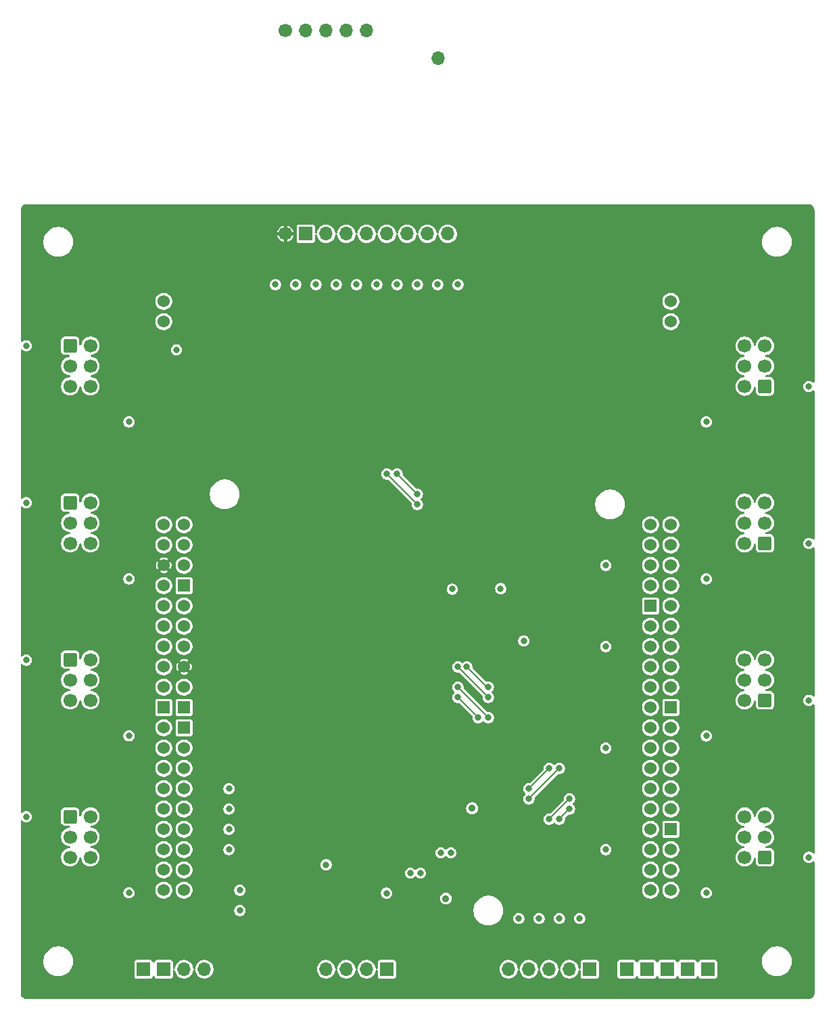
<source format=gbr>
%TF.GenerationSoftware,KiCad,Pcbnew,9.0.3*%
%TF.CreationDate,2025-08-16T16:26:36-06:00*%
%TF.ProjectId,Hub,4875622e-6b69-4636-9164-5f7063625858,A*%
%TF.SameCoordinates,PX2aa5f80PY908ed60*%
%TF.FileFunction,Copper,L2,Inr*%
%TF.FilePolarity,Positive*%
%FSLAX46Y46*%
G04 Gerber Fmt 4.6, Leading zero omitted, Abs format (unit mm)*
G04 Created by KiCad (PCBNEW 9.0.3) date 2025-08-16 16:26:36*
%MOMM*%
%LPD*%
G01*
G04 APERTURE LIST*
G04 Aperture macros list*
%AMRoundRect*
0 Rectangle with rounded corners*
0 $1 Rounding radius*
0 $2 $3 $4 $5 $6 $7 $8 $9 X,Y pos of 4 corners*
0 Add a 4 corners polygon primitive as box body*
4,1,4,$2,$3,$4,$5,$6,$7,$8,$9,$2,$3,0*
0 Add four circle primitives for the rounded corners*
1,1,$1+$1,$2,$3*
1,1,$1+$1,$4,$5*
1,1,$1+$1,$6,$7*
1,1,$1+$1,$8,$9*
0 Add four rect primitives between the rounded corners*
20,1,$1+$1,$2,$3,$4,$5,0*
20,1,$1+$1,$4,$5,$6,$7,0*
20,1,$1+$1,$6,$7,$8,$9,0*
20,1,$1+$1,$8,$9,$2,$3,0*%
G04 Aperture macros list end*
%TA.AperFunction,ComponentPad*%
%ADD10RoundRect,0.250000X0.600000X0.600000X-0.600000X0.600000X-0.600000X-0.600000X0.600000X-0.600000X0*%
%TD*%
%TA.AperFunction,ComponentPad*%
%ADD11C,1.700000*%
%TD*%
%TA.AperFunction,ComponentPad*%
%ADD12R,1.700000X1.700000*%
%TD*%
%TA.AperFunction,ComponentPad*%
%ADD13O,1.700000X1.700000*%
%TD*%
%TA.AperFunction,ComponentPad*%
%ADD14RoundRect,0.250000X-0.600000X-0.600000X0.600000X-0.600000X0.600000X0.600000X-0.600000X0.600000X0*%
%TD*%
%TA.AperFunction,ComponentPad*%
%ADD15C,1.524000*%
%TD*%
%TA.AperFunction,ComponentPad*%
%ADD16R,1.524000X1.524000*%
%TD*%
%TA.AperFunction,ViaPad*%
%ADD17C,0.800000*%
%TD*%
%TA.AperFunction,ViaPad*%
%ADD18C,0.900000*%
%TD*%
%TA.AperFunction,Conductor*%
%ADD19C,0.200000*%
%TD*%
G04 APERTURE END LIST*
D10*
%TO.N,GND*%
%TO.C,J11*%
X93500000Y57273333D03*
D11*
%TO.N,Net-(J11-Pin_2)*%
X90960000Y57273333D03*
%TO.N,Net-(J11-Pin_3)*%
X93500000Y59813333D03*
%TO.N,unconnected-(J11-Pin_4-Pad4)*%
X90960000Y59813333D03*
%TO.N,unconnected-(J11-Pin_5-Pad5)*%
X93500000Y62353333D03*
%TO.N,unconnected-(J11-Pin_6-Pad6)*%
X90960000Y62353333D03*
%TD*%
D10*
%TO.N,GND*%
%TO.C,J12*%
X93500000Y37636667D03*
D11*
%TO.N,Net-(J12-Pin_2)*%
X90960000Y37636667D03*
%TO.N,Net-(J12-Pin_3)*%
X93500000Y40176667D03*
%TO.N,unconnected-(J12-Pin_4-Pad4)*%
X90960000Y40176667D03*
%TO.N,unconnected-(J12-Pin_5-Pad5)*%
X93500000Y42716667D03*
%TO.N,unconnected-(J12-Pin_6-Pad6)*%
X90960000Y42716667D03*
%TD*%
D12*
%TO.N,GND*%
%TO.C,J4*%
X71560000Y4000000D03*
D13*
%TO.N,/SPI2_SCK*%
X69020000Y4000000D03*
%TO.N,/SPI2_MISO*%
X66480000Y4000000D03*
%TO.N,/SPI2_MOSI*%
X63940000Y4000000D03*
%TO.N,/GPIO_Extra_SPI_CS*%
X61400000Y4000000D03*
%TD*%
D14*
%TO.N,GND*%
%TO.C,J8*%
X6500000Y42726667D03*
D11*
%TO.N,Net-(J8-Pin_2)*%
X9040000Y42726667D03*
%TO.N,Net-(J8-Pin_3)*%
X6500000Y40186667D03*
%TO.N,unconnected-(J8-Pin_4-Pad4)*%
X9040000Y40186667D03*
%TO.N,unconnected-(J8-Pin_5-Pad5)*%
X6500000Y37646667D03*
%TO.N,unconnected-(J8-Pin_6-Pad6)*%
X9040000Y37646667D03*
%TD*%
D10*
%TO.N,GND*%
%TO.C,J10*%
X93500000Y76910000D03*
D11*
%TO.N,Net-(J10-Pin_2)*%
X90960000Y76910000D03*
%TO.N,Net-(J10-Pin_3)*%
X93500000Y79450000D03*
%TO.N,unconnected-(J10-Pin_4-Pad4)*%
X90960000Y79450000D03*
%TO.N,unconnected-(J10-Pin_5-Pad5)*%
X93500000Y81990000D03*
%TO.N,unconnected-(J10-Pin_6-Pad6)*%
X90960000Y81990000D03*
%TD*%
D14*
%TO.N,GND*%
%TO.C,J6*%
X6500000Y82000000D03*
D11*
%TO.N,Net-(J6-Pin_2)*%
X9040000Y82000000D03*
%TO.N,Net-(J6-Pin_3)*%
X6500000Y79460000D03*
%TO.N,unconnected-(J6-Pin_4-Pad4)*%
X9040000Y79460000D03*
%TO.N,unconnected-(J6-Pin_5-Pad5)*%
X6500000Y76920000D03*
%TO.N,unconnected-(J6-Pin_6-Pad6)*%
X9040000Y76920000D03*
%TD*%
D12*
%TO.N,GND*%
%TO.C,J5*%
X86360000Y4000000D03*
X83820000Y4000000D03*
X81280000Y4000000D03*
X78740000Y4000000D03*
X76200000Y4000000D03*
%TD*%
%TO.N,GND*%
%TO.C,J3*%
X46150000Y4000000D03*
D13*
%TO.N,+VBattery*%
X43610000Y4000000D03*
X41070000Y4000000D03*
%TO.N,Net-(J3-Pin_4)*%
X38530000Y4000000D03*
%TD*%
D15*
%TO.N,unconnected-(U1A-PC10{slash}SPI3_SCK{slash}USART3_TX{slash}UART4_TX-PadCN7_1)*%
%TO.C,U1*%
X18220000Y59610000D03*
%TO.N,unconnected-(U1A-PC11{slash}SPI3_MISO{slash}USART3_RX{slash}UART4_RX-PadCN7_2)*%
X20760000Y59610000D03*
%TO.N,unconnected-(U1A-PC12{slash}SPI3_MOSI{slash}USART3_CK{slash}UART5_TX-PadCN7_3)*%
X18220000Y57070000D03*
%TO.N,unconnected-(U1A-PD2{slash}USART3_RTS_DE{slash}UART5_RX-PadCN7_4)*%
X20760000Y57070000D03*
%TO.N,+3.3V*%
X18220000Y54530000D03*
%TO.N,unconnected-(U1A-E5V-PadCN7_6)*%
X20760000Y54530000D03*
%TO.N,unconnected-(U1A-BOOT0-PadCN7_7)*%
X18220000Y51990000D03*
D16*
%TO.N,GND*%
X20760000Y51990000D03*
D15*
%TO.N,unconnected-(U1A-NC_CN7_9-PadCN7_9)*%
X18220000Y49450000D03*
%TO.N,unconnected-(U1A-NC_CN7_10-PadCN7_10)*%
X20760000Y49450000D03*
%TO.N,unconnected-(U1A-NC_CN7_11-PadCN7_11)*%
X18220000Y46910000D03*
%TO.N,unconnected-(U1A-IOREF-PadCN7_12)*%
X20760000Y46910000D03*
%TO.N,unconnected-(U1A-PA13{slash}JTMS-SWDIO-PadCN7_13)*%
X18220000Y44370000D03*
%TO.N,unconnected-(U1A-RESET-PadCN7_14)*%
X20760000Y44370000D03*
%TO.N,unconnected-(U1A-PA14{slash}JTCK-SWCLK-PadCN7_15)*%
X18220000Y41830000D03*
%TO.N,+3.3V*%
X20760000Y41830000D03*
%TO.N,/~{GPIO_StrainV_Enable_5VTolerant}*%
X18220000Y39290000D03*
%TO.N,+5V*%
X20760000Y39290000D03*
D16*
%TO.N,GND*%
X18220000Y36750000D03*
X20760000Y36750000D03*
D15*
%TO.N,unconnected-(U1A-PB7{slash}USART1_RX{slash}UART4_CTS{slash}TIM17_CH1N-PadCN7_21)*%
X18220000Y34210000D03*
D16*
%TO.N,GND*%
X20760000Y34210000D03*
D15*
%TO.N,unconnected-(U1A-PC13-PadCN7_23)*%
X18220000Y31670000D03*
%TO.N,+VBattery_or_7V*%
X20760000Y31670000D03*
%TO.N,unconnected-(U1A-PC14{slash}OSC32_IN-PadCN7_25)*%
X18220000Y29130000D03*
%TO.N,unconnected-(U1A-NC_CN7_26-PadCN7_26)*%
X20760000Y29130000D03*
%TO.N,unconnected-(U1A-PC15{slash}OSC32_OUT-PadCN7_27)*%
X18220000Y26590000D03*
%TO.N,/AIn_StrainV_1*%
X20760000Y26590000D03*
%TO.N,unconnected-(U1A-PH0{slash}OSC_IN-PadCN7_29)*%
X18220000Y24050000D03*
%TO.N,/AIn_StrainV_2*%
X20760000Y24050000D03*
%TO.N,unconnected-(U1A-PH1{slash}OSC_OUT-PadCN7_31)*%
X18220000Y21510000D03*
%TO.N,/AIn_StrainV_3*%
X20760000Y21510000D03*
%TO.N,unconnected-(U1A-VBAT-PadCN7_33)*%
X18220000Y18970000D03*
%TO.N,/AIn_StrainV_4*%
X20760000Y18970000D03*
%TO.N,unconnected-(U1A-PC2{slash}ADC123_IN3{slash}SPI2_MISO-PadCN7_35)*%
X18220000Y16430000D03*
%TO.N,/GPIO_BatteryV_Enable*%
X20760000Y16430000D03*
%TO.N,unconnected-(U1A-PC3{slash}ADC123_IN4{slash}SPI2_MOSI{slash}LPTIM2_ETR-PadCN7_37)*%
X18220000Y13890000D03*
%TO.N,/AIn_BatteryV*%
X20760000Y13890000D03*
%TO.N,/GPIO_ANT_Reset*%
X79180000Y59610000D03*
%TO.N,/GPInterruptPC8_ANT_DIO0*%
X81720000Y59610000D03*
%TO.N,/GPIO_ANT_SPI_CS*%
X79180000Y57070000D03*
%TO.N,/GPIO_ANT_Enable*%
X81720000Y57070000D03*
%TO.N,unconnected-(U1B-PB9{slash}SPI2_NSS{slash}CAN1_TX{slash}TIM17_CH1-PadCN10_5)*%
X79180000Y54530000D03*
%TO.N,/AIn_StrainV_5*%
X81720000Y54530000D03*
%TO.N,unconnected-(U1B-AVDD-PadCN10_7)*%
X79180000Y51990000D03*
%TO.N,unconnected-(U1B-U5V-PadCN10_8)*%
X81720000Y51990000D03*
D16*
%TO.N,GND*%
X79180000Y49450000D03*
D15*
%TO.N,unconnected-(U1B-NC_CN10_10-PadCN10_10)*%
X81720000Y49450000D03*
%TO.N,unconnected-(U1B-PA5{slash}ADC12_IN10{slash}DAC1_OUT2{slash}SPI1_SCK{slash}LPTIM2_ETR-PadCN10_11)*%
X79180000Y46910000D03*
%TO.N,unconnected-(U1B-PA12{slash}USART1_RTS_DE{slash}CAN1_TX-PadCN10_12)*%
X81720000Y46910000D03*
%TO.N,/AIn_StrainV_6*%
X79180000Y44370000D03*
%TO.N,unconnected-(U1B-PA11{slash}USART1_CTS{slash}CAN1_RX-PadCN10_14)*%
X81720000Y44370000D03*
%TO.N,unconnected-(U1B-PA7{slash}ADC12_IN12{slash}SPI1_MOSI{slash}TIM17_CH1-PadCN10_15)*%
X79180000Y41830000D03*
%TO.N,unconnected-(U1B-PB12{slash}SPI2_NSS{slash}USART3_CK{slash}LPUART1_RTS_DE{slash}TIM15_BKIN-PadCN10_16)*%
X81720000Y41830000D03*
%TO.N,/GPInterruptPB6_MPU*%
X79180000Y39290000D03*
%TO.N,unconnected-(U1B-PB11{slash}USART3_RX{slash}LPUART1_TX-PadCN10_18)*%
X81720000Y39290000D03*
%TO.N,/~{GPIO_MPU_SPI_CS}*%
X79180000Y36750000D03*
D16*
%TO.N,GND*%
X81720000Y36750000D03*
D15*
%TO.N,unconnected-(U1B-PA9{slash}USART1_TX{slash}TIM15_BKIN-PadCN10_21)*%
X79180000Y34210000D03*
%TO.N,unconnected-(U1B-PB2{slash}RTC_OUT-PadCN10_22)*%
X81720000Y34210000D03*
%TO.N,unconnected-(U1B-PA8{slash}MCO{slash}USART1_CK{slash}LPTIM2_OUT-PadCN10_23)*%
X79180000Y31670000D03*
%TO.N,/AIn_StrainV_7*%
X81720000Y31670000D03*
%TO.N,unconnected-(U1B-PB10{slash}SPI2_SCK{slash}USART3_TX{slash}LPUART1_RX-PadCN10_25)*%
X79180000Y29130000D03*
%TO.N,/SPI2_MOSI*%
X81720000Y29130000D03*
%TO.N,unconnected-(U1B-PB4{slash}NJTRST{slash}SPI1_MISO{slash}SPI3_MISO{slash}USART1_CTS{slash}UART5_RTS_DE{slash}TIM17_BKIN-PadCN10_27)*%
X79180000Y26590000D03*
%TO.N,/SPI2_MISO*%
X81720000Y26590000D03*
%TO.N,unconnected-(U1B-PB5{slash}SPI1_MOSI{slash}SPI3_MOSI{slash}USART1_CK{slash}UART5_CTS{slash}TIM16_BKIN-PadCN10_29)*%
X79180000Y24050000D03*
%TO.N,/SPI2_SCK*%
X81720000Y24050000D03*
%TO.N,unconnected-(U1B-PB3{slash}JTDO-TRACESWO{slash}SPI1_SCK{slash}SPI3_SCK{slash}USART1_RTS_DE-PadCN10_31)*%
X79180000Y21510000D03*
D16*
%TO.N,GND*%
X81720000Y21510000D03*
D15*
%TO.N,/GPIO_Extra_SPI_CS*%
X79180000Y18970000D03*
%TO.N,/AIn_StrainV_8*%
X81720000Y18970000D03*
%TO.N,unconnected-(U1B-PA2{slash}ADC12_IN7{slash}USART2_TX{slash}TIM15_CH1-PadCN10_35)*%
X79180000Y16430000D03*
%TO.N,unconnected-(U1B-NC_CN10_36-PadCN10_36)*%
X81720000Y16430000D03*
%TO.N,unconnected-(U1B-PA3{slash}ADC12_IN8{slash}USART2_RX{slash}TIM15_CH2-PadCN10_37)*%
X79180000Y13890000D03*
%TO.N,unconnected-(U1B-NC_CN10_38-PadCN10_38)*%
X81720000Y13890000D03*
%TO.N,unconnected-(U1C-GND_CN11_1-PadCN11_1)*%
X81720000Y87550000D03*
%TO.N,unconnected-(U1C-GND_CN11_2-PadCN11_2)*%
X81720000Y85010000D03*
%TO.N,unconnected-(U1C-GND_CN12_1-PadCN12_1)*%
X18220000Y87550000D03*
%TO.N,unconnected-(U1C-GND_CN12_2-PadCN12_2)*%
X18220000Y85010000D03*
%TD*%
D10*
%TO.N,GND*%
%TO.C,J13*%
X93500000Y18000000D03*
D11*
%TO.N,Net-(J13-Pin_2)*%
X90960000Y18000000D03*
%TO.N,Net-(J13-Pin_3)*%
X93500000Y20540000D03*
%TO.N,unconnected-(J13-Pin_4-Pad4)*%
X90960000Y20540000D03*
%TO.N,unconnected-(J13-Pin_5-Pad5)*%
X93500000Y23080000D03*
%TO.N,unconnected-(J13-Pin_6-Pad6)*%
X90960000Y23080000D03*
%TD*%
%TO.N,+3.3V*%
%TO.C,U4*%
X33460000Y96000000D03*
D12*
%TO.N,GND*%
X36000000Y96000000D03*
D13*
%TO.N,/GPIO_ANT_Enable*%
X38540000Y96000000D03*
%TO.N,/GPInterruptPC8_ANT_DIO0*%
X41080000Y96000000D03*
%TO.N,/SPI2_SCK*%
X43620000Y96000000D03*
%TO.N,/SPI2_MISO*%
X46160000Y96000000D03*
%TO.N,/SPI2_MOSI*%
X48700000Y96000000D03*
%TO.N,/GPIO_ANT_SPI_CS*%
X51240000Y96000000D03*
%TO.N,/GPIO_ANT_Reset*%
X53780000Y96000000D03*
D11*
%TO.N,unconnected-(U4-G1_DIO1-Pad10)*%
X33460000Y121400000D03*
D13*
%TO.N,unconnected-(U4-G2_DIO2-Pad11)*%
X36000000Y121400000D03*
%TO.N,unconnected-(U4-G3_DIO3-Pad12)*%
X38540000Y121400000D03*
%TO.N,unconnected-(U4-G4_DIO4-Pad13)*%
X41080000Y121400000D03*
%TO.N,unconnected-(U4-G5_DIO5-Pad14)*%
X43620000Y121400000D03*
%TO.N,unconnected-(U4-ANT-Pad15)*%
X52560800Y117945600D03*
%TD*%
D14*
%TO.N,GND*%
%TO.C,J7*%
X6500000Y62363333D03*
D11*
%TO.N,Net-(J7-Pin_2)*%
X9040000Y62363333D03*
%TO.N,Net-(J7-Pin_3)*%
X6500000Y59823333D03*
%TO.N,unconnected-(J7-Pin_4-Pad4)*%
X9040000Y59823333D03*
%TO.N,unconnected-(J7-Pin_5-Pad5)*%
X6500000Y57283333D03*
%TO.N,unconnected-(J7-Pin_6-Pad6)*%
X9040000Y57283333D03*
%TD*%
D12*
%TO.N,GND*%
%TO.C,J20*%
X15680000Y4000000D03*
X18220000Y4000000D03*
D13*
%TO.N,Net-(J20-Pin_3)*%
X20760000Y4000000D03*
X23300000Y4000000D03*
%TD*%
D14*
%TO.N,GND*%
%TO.C,J9*%
X6500000Y23090000D03*
D11*
%TO.N,Net-(J9-Pin_2)*%
X9040000Y23090000D03*
%TO.N,Net-(J9-Pin_3)*%
X6500000Y20550000D03*
%TO.N,unconnected-(J9-Pin_4-Pad4)*%
X9040000Y20550000D03*
%TO.N,unconnected-(J9-Pin_5-Pad5)*%
X6500000Y18010000D03*
%TO.N,unconnected-(J9-Pin_6-Pad6)*%
X9040000Y18010000D03*
%TD*%
D17*
%TO.N,+3.3V*%
X86150000Y66798333D03*
X13850000Y27535000D03*
X56066000Y51550000D03*
X13850000Y86445000D03*
X86150000Y86435000D03*
X63305000Y47154500D03*
X86150000Y47161667D03*
X13850000Y47171667D03*
X86150000Y27525000D03*
X13850000Y66808333D03*
%TO.N,Net-(Q3-D)*%
X1000000Y23090000D03*
X99000000Y76910000D03*
X99000000Y57273333D03*
X99000000Y37636667D03*
X1000000Y82000000D03*
X1000000Y62363333D03*
X99000000Y18000000D03*
X1000000Y42678333D03*
%TO.N,GND*%
X86150000Y72465000D03*
X58860000Y39290000D03*
X26375000Y18970000D03*
X27745000Y13890000D03*
X60405500Y51620000D03*
X32190000Y89650000D03*
X19810000Y81492500D03*
X26375000Y21510000D03*
X26375000Y24050000D03*
X52510000Y89650000D03*
X73565000Y54530000D03*
X44890000Y89650000D03*
X55050000Y89650000D03*
X47430000Y89650000D03*
X86150000Y33191667D03*
X49096467Y16027500D03*
X37270000Y89650000D03*
X39810000Y89650000D03*
X49970000Y89650000D03*
X49970000Y63420000D03*
X50366467Y16027500D03*
X26375000Y26590000D03*
X13850000Y13565000D03*
X57590000Y35480000D03*
X47430000Y65960000D03*
X67750000Y22780000D03*
X66480000Y29130000D03*
X73565000Y31670000D03*
X65210000Y10350000D03*
X27745000Y11350000D03*
X13850000Y52838333D03*
X54341000Y51550000D03*
X13850000Y33201667D03*
X73565000Y44370000D03*
X46116467Y13525000D03*
X67750000Y10350000D03*
X42350000Y89650000D03*
X63305000Y45079500D03*
X56167600Y41830000D03*
X63940000Y26590000D03*
X69020000Y24050000D03*
X34730000Y89650000D03*
X86150000Y52828333D03*
X73565000Y18970000D03*
X38540000Y17065000D03*
X55050000Y38020000D03*
X54176467Y18567500D03*
X62670000Y10350000D03*
X13850000Y72475000D03*
X52906467Y18567500D03*
X70290000Y10350000D03*
X86150000Y13555000D03*
D18*
%TO.N,+VBattery_or_7V*%
X56828000Y24130000D03*
D17*
%TO.N,/SPI2_MISO*%
X49970000Y62150000D03*
X66480000Y22780000D03*
X69020000Y25320000D03*
X55050000Y39290000D03*
X58860000Y35480000D03*
X46160000Y65960000D03*
%TO.N,/SPI2_MOSI*%
X63940000Y25320000D03*
X58860000Y38020000D03*
X55050000Y41830000D03*
X67750000Y29130000D03*
D18*
%TO.N,/BuckFB*%
X53541467Y12852500D03*
%TD*%
D19*
%TO.N,GND*%
X69020000Y24050000D02*
X67750000Y22780000D01*
X66480000Y29130000D02*
X63940000Y26590000D01*
X58707600Y39290000D02*
X58860000Y39290000D01*
X49970000Y63420000D02*
X47430000Y65960000D01*
X55050000Y38020000D02*
X57590000Y35480000D01*
X56167600Y41830000D02*
X58707600Y39290000D01*
%TO.N,/SPI2_MISO*%
X55050000Y39290000D02*
X58860000Y35480000D01*
X46160000Y65960000D02*
X49970000Y62150000D01*
X69020000Y25320000D02*
X66480000Y22780000D01*
%TO.N,/SPI2_MOSI*%
X55050000Y41830000D02*
X58860000Y38020000D01*
X63940000Y25320000D02*
X67750000Y29130000D01*
%TD*%
%TA.AperFunction,Conductor*%
%TO.N,+3.3V*%
G36*
X99006061Y99698903D02*
G01*
X99124317Y99687256D01*
X99148145Y99682517D01*
X99256005Y99649798D01*
X99278453Y99640499D01*
X99377849Y99587371D01*
X99398059Y99573867D01*
X99485179Y99502370D01*
X99502369Y99485180D01*
X99573866Y99398060D01*
X99587370Y99377850D01*
X99640495Y99278462D01*
X99649798Y99256003D01*
X99682514Y99148152D01*
X99687256Y99124312D01*
X99698903Y99006063D01*
X99699500Y98993908D01*
X99699500Y77500519D01*
X99679815Y77433480D01*
X99627011Y77387725D01*
X99557853Y77377781D01*
X99494297Y77406806D01*
X99487819Y77412838D01*
X99446545Y77454112D01*
X99446541Y77454115D01*
X99331817Y77530772D01*
X99331804Y77530779D01*
X99204332Y77583579D01*
X99204322Y77583582D01*
X99068995Y77610500D01*
X99068993Y77610500D01*
X98931007Y77610500D01*
X98931005Y77610500D01*
X98795677Y77583582D01*
X98795667Y77583579D01*
X98668195Y77530779D01*
X98668182Y77530772D01*
X98553458Y77454115D01*
X98553454Y77454112D01*
X98455888Y77356546D01*
X98455885Y77356542D01*
X98379228Y77241818D01*
X98379221Y77241805D01*
X98326421Y77114333D01*
X98326418Y77114323D01*
X98299500Y76978996D01*
X98299500Y76978993D01*
X98299500Y76841007D01*
X98299500Y76841005D01*
X98299499Y76841005D01*
X98326418Y76705678D01*
X98326421Y76705668D01*
X98379221Y76578196D01*
X98379228Y76578183D01*
X98455885Y76463459D01*
X98455888Y76463455D01*
X98553454Y76365889D01*
X98553458Y76365886D01*
X98668182Y76289229D01*
X98668195Y76289222D01*
X98722091Y76266898D01*
X98795672Y76236420D01*
X98795676Y76236420D01*
X98795677Y76236419D01*
X98931004Y76209500D01*
X98931007Y76209500D01*
X99068995Y76209500D01*
X99160041Y76227611D01*
X99204328Y76236420D01*
X99331811Y76289225D01*
X99446542Y76365886D01*
X99446545Y76365889D01*
X99487819Y76407162D01*
X99549142Y76440647D01*
X99618834Y76435663D01*
X99674767Y76393791D01*
X99699184Y76328327D01*
X99699500Y76319481D01*
X99699500Y57863852D01*
X99679815Y57796813D01*
X99627011Y57751058D01*
X99557853Y57741114D01*
X99494297Y57770139D01*
X99487819Y57776171D01*
X99446545Y57817445D01*
X99446541Y57817448D01*
X99331817Y57894105D01*
X99331804Y57894112D01*
X99204332Y57946912D01*
X99204322Y57946915D01*
X99068995Y57973833D01*
X99068993Y57973833D01*
X98931007Y57973833D01*
X98931005Y57973833D01*
X98795677Y57946915D01*
X98795667Y57946912D01*
X98668195Y57894112D01*
X98668182Y57894105D01*
X98553458Y57817448D01*
X98553454Y57817445D01*
X98455888Y57719879D01*
X98455885Y57719875D01*
X98379228Y57605151D01*
X98379221Y57605138D01*
X98326421Y57477666D01*
X98326418Y57477656D01*
X98299500Y57342329D01*
X98299500Y57342326D01*
X98299500Y57204340D01*
X98299500Y57204338D01*
X98299499Y57204338D01*
X98326418Y57069011D01*
X98326421Y57069001D01*
X98379221Y56941529D01*
X98379228Y56941516D01*
X98455885Y56826792D01*
X98455888Y56826788D01*
X98553454Y56729222D01*
X98553458Y56729219D01*
X98668182Y56652562D01*
X98668195Y56652555D01*
X98722091Y56630231D01*
X98795672Y56599753D01*
X98795676Y56599753D01*
X98795677Y56599752D01*
X98931004Y56572833D01*
X98931007Y56572833D01*
X99068995Y56572833D01*
X99160041Y56590944D01*
X99204328Y56599753D01*
X99331811Y56652558D01*
X99446542Y56729219D01*
X99446545Y56729222D01*
X99487819Y56770495D01*
X99549142Y56803980D01*
X99618834Y56798996D01*
X99674767Y56757124D01*
X99699184Y56691660D01*
X99699500Y56682814D01*
X99699500Y38227186D01*
X99679815Y38160147D01*
X99627011Y38114392D01*
X99557853Y38104448D01*
X99494297Y38133473D01*
X99487819Y38139505D01*
X99446545Y38180779D01*
X99446541Y38180782D01*
X99331817Y38257439D01*
X99331804Y38257446D01*
X99204332Y38310246D01*
X99204322Y38310249D01*
X99068995Y38337167D01*
X99068993Y38337167D01*
X98931007Y38337167D01*
X98931005Y38337167D01*
X98795677Y38310249D01*
X98795667Y38310246D01*
X98668195Y38257446D01*
X98668182Y38257439D01*
X98553458Y38180782D01*
X98553454Y38180779D01*
X98455888Y38083213D01*
X98455885Y38083209D01*
X98379228Y37968485D01*
X98379221Y37968472D01*
X98326421Y37841000D01*
X98326418Y37840990D01*
X98299500Y37705663D01*
X98299500Y37705660D01*
X98299500Y37567674D01*
X98299500Y37567672D01*
X98299499Y37567672D01*
X98326418Y37432345D01*
X98326421Y37432335D01*
X98379221Y37304863D01*
X98379228Y37304850D01*
X98455885Y37190126D01*
X98455888Y37190122D01*
X98553454Y37092556D01*
X98553458Y37092553D01*
X98668182Y37015896D01*
X98668195Y37015889D01*
X98722091Y36993565D01*
X98795672Y36963087D01*
X98795676Y36963087D01*
X98795677Y36963086D01*
X98931004Y36936167D01*
X98931007Y36936167D01*
X99068995Y36936167D01*
X99160041Y36954278D01*
X99204328Y36963087D01*
X99331811Y37015892D01*
X99446542Y37092553D01*
X99446545Y37092556D01*
X99487819Y37133829D01*
X99549142Y37167314D01*
X99618834Y37162330D01*
X99674767Y37120458D01*
X99699184Y37054994D01*
X99699500Y37046148D01*
X99699500Y18590519D01*
X99679815Y18523480D01*
X99627011Y18477725D01*
X99557853Y18467781D01*
X99494297Y18496806D01*
X99487819Y18502838D01*
X99446545Y18544112D01*
X99446541Y18544115D01*
X99331817Y18620772D01*
X99331804Y18620779D01*
X99204332Y18673579D01*
X99204322Y18673582D01*
X99068995Y18700500D01*
X99068993Y18700500D01*
X98931007Y18700500D01*
X98931005Y18700500D01*
X98795677Y18673582D01*
X98795667Y18673579D01*
X98668195Y18620779D01*
X98668182Y18620772D01*
X98553458Y18544115D01*
X98553454Y18544112D01*
X98455888Y18446546D01*
X98455885Y18446542D01*
X98379228Y18331818D01*
X98379221Y18331805D01*
X98326421Y18204333D01*
X98326418Y18204323D01*
X98299500Y18068996D01*
X98299500Y18068993D01*
X98299500Y17931007D01*
X98299500Y17931005D01*
X98299499Y17931005D01*
X98326418Y17795678D01*
X98326421Y17795668D01*
X98379221Y17668196D01*
X98379228Y17668183D01*
X98455885Y17553459D01*
X98455888Y17553455D01*
X98553454Y17455889D01*
X98553458Y17455886D01*
X98668182Y17379229D01*
X98668195Y17379222D01*
X98722091Y17356898D01*
X98795672Y17326420D01*
X98795676Y17326420D01*
X98795677Y17326419D01*
X98931004Y17299500D01*
X98931007Y17299500D01*
X99068995Y17299500D01*
X99160041Y17317611D01*
X99204328Y17326420D01*
X99331811Y17379225D01*
X99446542Y17455886D01*
X99446545Y17455889D01*
X99487819Y17497162D01*
X99549142Y17530647D01*
X99618834Y17525663D01*
X99674767Y17483791D01*
X99699184Y17418327D01*
X99699500Y17409481D01*
X99699500Y1006093D01*
X99698903Y993939D01*
X99698903Y993938D01*
X99687256Y875689D01*
X99682514Y851849D01*
X99649798Y743998D01*
X99640495Y721539D01*
X99587370Y622151D01*
X99573866Y601941D01*
X99502369Y514821D01*
X99485179Y497631D01*
X99398059Y426134D01*
X99377849Y412630D01*
X99278461Y359505D01*
X99256002Y350202D01*
X99148151Y317486D01*
X99124311Y312744D01*
X99037215Y304166D01*
X99006060Y301097D01*
X98993907Y300500D01*
X1006093Y300500D01*
X993939Y301097D01*
X943081Y306107D01*
X875688Y312744D01*
X851848Y317486D01*
X743997Y350202D01*
X721541Y359504D01*
X622150Y412630D01*
X601940Y426134D01*
X514820Y497631D01*
X497630Y514821D01*
X426133Y601941D01*
X412629Y622151D01*
X373441Y695466D01*
X359501Y721547D01*
X350201Y743998D01*
X317483Y851855D01*
X312744Y875683D01*
X301097Y993939D01*
X300500Y1006093D01*
X300500Y5121952D01*
X3139500Y5121952D01*
X3139500Y4878049D01*
X3166013Y4676667D01*
X3171334Y4636256D01*
X3234456Y4400680D01*
X3234459Y4400670D01*
X3327786Y4175360D01*
X3327791Y4175349D01*
X3449727Y3964152D01*
X3449738Y3964136D01*
X3598199Y3770657D01*
X3598205Y3770650D01*
X3770649Y3598206D01*
X3770656Y3598200D01*
X3908431Y3492482D01*
X3964144Y3449732D01*
X3964151Y3449728D01*
X4175348Y3327792D01*
X4175353Y3327790D01*
X4175356Y3327788D01*
X4400679Y3234456D01*
X4636256Y3171334D01*
X4878056Y3139500D01*
X4878063Y3139500D01*
X5121937Y3139500D01*
X5121944Y3139500D01*
X5363744Y3171334D01*
X5599321Y3234456D01*
X5824644Y3327788D01*
X6035856Y3449732D01*
X6229345Y3598201D01*
X6401799Y3770655D01*
X6550268Y3964144D01*
X6672212Y4175356D01*
X6765544Y4400679D01*
X6828666Y4636256D01*
X6860500Y4878056D01*
X6860500Y4894869D01*
X14529500Y4894869D01*
X14529500Y3105144D01*
X14529502Y3105118D01*
X14532413Y3080013D01*
X14532415Y3080009D01*
X14577793Y2977236D01*
X14577794Y2977235D01*
X14657235Y2897794D01*
X14760009Y2852415D01*
X14785135Y2849500D01*
X16574864Y2849501D01*
X16574879Y2849503D01*
X16574882Y2849503D01*
X16599987Y2852414D01*
X16599988Y2852415D01*
X16599991Y2852415D01*
X16702765Y2897794D01*
X16782206Y2977235D01*
X16827585Y3080009D01*
X16827585Y3080012D01*
X16830033Y3089007D01*
X16833071Y3088181D01*
X16854082Y3137763D01*
X16911795Y3177144D01*
X16981639Y3179072D01*
X17041436Y3142933D01*
X17068126Y3088513D01*
X17069965Y3089013D01*
X17072415Y3080009D01*
X17117793Y2977236D01*
X17117794Y2977235D01*
X17197235Y2897794D01*
X17300009Y2852415D01*
X17325135Y2849500D01*
X19114864Y2849501D01*
X19114879Y2849503D01*
X19114882Y2849503D01*
X19139987Y2852414D01*
X19139988Y2852415D01*
X19139991Y2852415D01*
X19242765Y2897794D01*
X19322206Y2977235D01*
X19367585Y3080009D01*
X19370500Y3105135D01*
X19370499Y3842875D01*
X19390183Y3909911D01*
X19442987Y3955666D01*
X19512146Y3965610D01*
X19575702Y3936585D01*
X19613476Y3877807D01*
X19616972Y3862271D01*
X19637829Y3730590D01*
X19693787Y3558364D01*
X19693788Y3558361D01*
X19776006Y3397003D01*
X19882441Y3250506D01*
X19882445Y3250501D01*
X20010500Y3122446D01*
X20010505Y3122442D01*
X20138287Y3029604D01*
X20157006Y3016004D01*
X20233094Y2977235D01*
X20318360Y2933789D01*
X20318363Y2933788D01*
X20404476Y2905809D01*
X20490591Y2877829D01*
X20573429Y2864709D01*
X20669449Y2849500D01*
X20669454Y2849500D01*
X20850551Y2849500D01*
X20937259Y2863235D01*
X21029409Y2877829D01*
X21201639Y2933789D01*
X21362994Y3016004D01*
X21509501Y3122447D01*
X21637553Y3250499D01*
X21743996Y3397006D01*
X21826211Y3558361D01*
X21882171Y3730591D01*
X21896422Y3820575D01*
X21907527Y3890679D01*
X21937456Y3953814D01*
X21996768Y3990745D01*
X22066630Y3989747D01*
X22124863Y3951137D01*
X22152473Y3890679D01*
X22177829Y3730590D01*
X22233787Y3558364D01*
X22233788Y3558361D01*
X22316006Y3397003D01*
X22422441Y3250506D01*
X22422445Y3250501D01*
X22550500Y3122446D01*
X22550505Y3122442D01*
X22678287Y3029604D01*
X22697006Y3016004D01*
X22773094Y2977235D01*
X22858360Y2933789D01*
X22858363Y2933788D01*
X22944476Y2905809D01*
X23030591Y2877829D01*
X23113429Y2864709D01*
X23209449Y2849500D01*
X23209454Y2849500D01*
X23390551Y2849500D01*
X23477259Y2863235D01*
X23569409Y2877829D01*
X23741639Y2933789D01*
X23902994Y3016004D01*
X24049501Y3122447D01*
X24177553Y3250499D01*
X24283996Y3397006D01*
X24366211Y3558361D01*
X24422171Y3730591D01*
X24436765Y3822741D01*
X24450500Y3909449D01*
X24450500Y4090552D01*
X37379500Y4090552D01*
X37379500Y3909449D01*
X37407829Y3730590D01*
X37463787Y3558364D01*
X37463788Y3558361D01*
X37546006Y3397003D01*
X37652441Y3250506D01*
X37652445Y3250501D01*
X37780500Y3122446D01*
X37780505Y3122442D01*
X37908287Y3029604D01*
X37927006Y3016004D01*
X38003094Y2977235D01*
X38088360Y2933789D01*
X38088363Y2933788D01*
X38174476Y2905809D01*
X38260591Y2877829D01*
X38343429Y2864709D01*
X38439449Y2849500D01*
X38439454Y2849500D01*
X38620551Y2849500D01*
X38707259Y2863235D01*
X38799409Y2877829D01*
X38971639Y2933789D01*
X39132994Y3016004D01*
X39279501Y3122447D01*
X39407553Y3250499D01*
X39513996Y3397006D01*
X39596211Y3558361D01*
X39652171Y3730591D01*
X39666422Y3820575D01*
X39677527Y3890679D01*
X39707456Y3953814D01*
X39766768Y3990745D01*
X39836630Y3989747D01*
X39894863Y3951137D01*
X39922473Y3890679D01*
X39947829Y3730590D01*
X40003787Y3558364D01*
X40003788Y3558361D01*
X40086006Y3397003D01*
X40192441Y3250506D01*
X40192445Y3250501D01*
X40320500Y3122446D01*
X40320505Y3122442D01*
X40448287Y3029604D01*
X40467006Y3016004D01*
X40543094Y2977235D01*
X40628360Y2933789D01*
X40628363Y2933788D01*
X40714476Y2905809D01*
X40800591Y2877829D01*
X40883429Y2864709D01*
X40979449Y2849500D01*
X40979454Y2849500D01*
X41160551Y2849500D01*
X41247259Y2863235D01*
X41339409Y2877829D01*
X41511639Y2933789D01*
X41672994Y3016004D01*
X41819501Y3122447D01*
X41947553Y3250499D01*
X42053996Y3397006D01*
X42136211Y3558361D01*
X42192171Y3730591D01*
X42206422Y3820575D01*
X42217527Y3890679D01*
X42247456Y3953814D01*
X42306768Y3990745D01*
X42376630Y3989747D01*
X42434863Y3951137D01*
X42462473Y3890679D01*
X42487829Y3730590D01*
X42543787Y3558364D01*
X42543788Y3558361D01*
X42626006Y3397003D01*
X42732441Y3250506D01*
X42732445Y3250501D01*
X42860500Y3122446D01*
X42860505Y3122442D01*
X42988287Y3029604D01*
X43007006Y3016004D01*
X43083094Y2977235D01*
X43168360Y2933789D01*
X43168363Y2933788D01*
X43254476Y2905809D01*
X43340591Y2877829D01*
X43423429Y2864709D01*
X43519449Y2849500D01*
X43519454Y2849500D01*
X43700551Y2849500D01*
X43787259Y2863235D01*
X43879409Y2877829D01*
X44051639Y2933789D01*
X44212994Y3016004D01*
X44359501Y3122447D01*
X44487553Y3250499D01*
X44593996Y3397006D01*
X44676211Y3558361D01*
X44732171Y3730591D01*
X44753027Y3862271D01*
X44782956Y3925405D01*
X44842267Y3962337D01*
X44912130Y3961339D01*
X44970363Y3922729D01*
X44998477Y3858766D01*
X44999500Y3842873D01*
X44999500Y3105144D01*
X44999502Y3105118D01*
X45002413Y3080013D01*
X45002415Y3080009D01*
X45047793Y2977236D01*
X45047794Y2977235D01*
X45127235Y2897794D01*
X45230009Y2852415D01*
X45255135Y2849500D01*
X47044864Y2849501D01*
X47044879Y2849503D01*
X47044882Y2849503D01*
X47069987Y2852414D01*
X47069988Y2852415D01*
X47069991Y2852415D01*
X47172765Y2897794D01*
X47252206Y2977235D01*
X47297585Y3080009D01*
X47300500Y3105135D01*
X47300499Y4090552D01*
X60249500Y4090552D01*
X60249500Y3909449D01*
X60277829Y3730590D01*
X60333787Y3558364D01*
X60333788Y3558361D01*
X60416006Y3397003D01*
X60522441Y3250506D01*
X60522445Y3250501D01*
X60650500Y3122446D01*
X60650505Y3122442D01*
X60778287Y3029604D01*
X60797006Y3016004D01*
X60873094Y2977235D01*
X60958360Y2933789D01*
X60958363Y2933788D01*
X61044476Y2905809D01*
X61130591Y2877829D01*
X61213429Y2864709D01*
X61309449Y2849500D01*
X61309454Y2849500D01*
X61490551Y2849500D01*
X61577259Y2863235D01*
X61669409Y2877829D01*
X61841639Y2933789D01*
X62002994Y3016004D01*
X62149501Y3122447D01*
X62277553Y3250499D01*
X62383996Y3397006D01*
X62466211Y3558361D01*
X62522171Y3730591D01*
X62536422Y3820575D01*
X62547527Y3890679D01*
X62577456Y3953814D01*
X62636768Y3990745D01*
X62706630Y3989747D01*
X62764863Y3951137D01*
X62792473Y3890679D01*
X62817829Y3730590D01*
X62873787Y3558364D01*
X62873788Y3558361D01*
X62956006Y3397003D01*
X63062441Y3250506D01*
X63062445Y3250501D01*
X63190500Y3122446D01*
X63190505Y3122442D01*
X63318287Y3029604D01*
X63337006Y3016004D01*
X63413094Y2977235D01*
X63498360Y2933789D01*
X63498363Y2933788D01*
X63584476Y2905809D01*
X63670591Y2877829D01*
X63753429Y2864709D01*
X63849449Y2849500D01*
X63849454Y2849500D01*
X64030551Y2849500D01*
X64117259Y2863235D01*
X64209409Y2877829D01*
X64381639Y2933789D01*
X64542994Y3016004D01*
X64689501Y3122447D01*
X64817553Y3250499D01*
X64923996Y3397006D01*
X65006211Y3558361D01*
X65062171Y3730591D01*
X65076422Y3820575D01*
X65087527Y3890679D01*
X65117456Y3953814D01*
X65176768Y3990745D01*
X65246630Y3989747D01*
X65304863Y3951137D01*
X65332473Y3890679D01*
X65357829Y3730590D01*
X65413787Y3558364D01*
X65413788Y3558361D01*
X65496006Y3397003D01*
X65602441Y3250506D01*
X65602445Y3250501D01*
X65730500Y3122446D01*
X65730505Y3122442D01*
X65858287Y3029604D01*
X65877006Y3016004D01*
X65953094Y2977235D01*
X66038360Y2933789D01*
X66038363Y2933788D01*
X66124476Y2905809D01*
X66210591Y2877829D01*
X66293429Y2864709D01*
X66389449Y2849500D01*
X66389454Y2849500D01*
X66570551Y2849500D01*
X66657259Y2863235D01*
X66749409Y2877829D01*
X66921639Y2933789D01*
X67082994Y3016004D01*
X67229501Y3122447D01*
X67357553Y3250499D01*
X67463996Y3397006D01*
X67546211Y3558361D01*
X67602171Y3730591D01*
X67616422Y3820575D01*
X67627527Y3890679D01*
X67657456Y3953814D01*
X67716768Y3990745D01*
X67786630Y3989747D01*
X67844863Y3951137D01*
X67872473Y3890679D01*
X67897829Y3730590D01*
X67953787Y3558364D01*
X67953788Y3558361D01*
X68036006Y3397003D01*
X68142441Y3250506D01*
X68142445Y3250501D01*
X68270500Y3122446D01*
X68270505Y3122442D01*
X68398287Y3029604D01*
X68417006Y3016004D01*
X68493094Y2977235D01*
X68578360Y2933789D01*
X68578363Y2933788D01*
X68664476Y2905809D01*
X68750591Y2877829D01*
X68833429Y2864709D01*
X68929449Y2849500D01*
X68929454Y2849500D01*
X69110551Y2849500D01*
X69197259Y2863235D01*
X69289409Y2877829D01*
X69461639Y2933789D01*
X69622994Y3016004D01*
X69769501Y3122447D01*
X69897553Y3250499D01*
X70003996Y3397006D01*
X70086211Y3558361D01*
X70142171Y3730591D01*
X70163027Y3862271D01*
X70192956Y3925405D01*
X70252267Y3962337D01*
X70322130Y3961339D01*
X70380363Y3922729D01*
X70408477Y3858766D01*
X70409500Y3842873D01*
X70409500Y3105144D01*
X70409502Y3105118D01*
X70412413Y3080013D01*
X70412415Y3080009D01*
X70457793Y2977236D01*
X70457794Y2977235D01*
X70537235Y2897794D01*
X70640009Y2852415D01*
X70665135Y2849500D01*
X72454864Y2849501D01*
X72454879Y2849503D01*
X72454882Y2849503D01*
X72479987Y2852414D01*
X72479988Y2852415D01*
X72479991Y2852415D01*
X72582765Y2897794D01*
X72662206Y2977235D01*
X72707585Y3080009D01*
X72710500Y3105135D01*
X72710499Y4894864D01*
X72710499Y4894865D01*
X72710499Y4894869D01*
X75049500Y4894869D01*
X75049500Y3105144D01*
X75049502Y3105118D01*
X75052413Y3080013D01*
X75052415Y3080009D01*
X75097793Y2977236D01*
X75097794Y2977235D01*
X75177235Y2897794D01*
X75280009Y2852415D01*
X75305135Y2849500D01*
X77094864Y2849501D01*
X77094879Y2849503D01*
X77094882Y2849503D01*
X77119987Y2852414D01*
X77119988Y2852415D01*
X77119991Y2852415D01*
X77222765Y2897794D01*
X77302206Y2977235D01*
X77347585Y3080009D01*
X77347585Y3080012D01*
X77350033Y3089007D01*
X77353071Y3088181D01*
X77374082Y3137763D01*
X77431795Y3177144D01*
X77501639Y3179072D01*
X77561436Y3142933D01*
X77588126Y3088513D01*
X77589965Y3089013D01*
X77592415Y3080009D01*
X77637793Y2977236D01*
X77637794Y2977235D01*
X77717235Y2897794D01*
X77820009Y2852415D01*
X77845135Y2849500D01*
X79634864Y2849501D01*
X79634879Y2849503D01*
X79634882Y2849503D01*
X79659987Y2852414D01*
X79659988Y2852415D01*
X79659991Y2852415D01*
X79762765Y2897794D01*
X79842206Y2977235D01*
X79887585Y3080009D01*
X79887585Y3080012D01*
X79890033Y3089007D01*
X79893071Y3088181D01*
X79914082Y3137763D01*
X79971795Y3177144D01*
X80041639Y3179072D01*
X80101436Y3142933D01*
X80128126Y3088513D01*
X80129965Y3089013D01*
X80132415Y3080009D01*
X80177793Y2977236D01*
X80177794Y2977235D01*
X80257235Y2897794D01*
X80360009Y2852415D01*
X80385135Y2849500D01*
X82174864Y2849501D01*
X82174879Y2849503D01*
X82174882Y2849503D01*
X82199987Y2852414D01*
X82199988Y2852415D01*
X82199991Y2852415D01*
X82302765Y2897794D01*
X82382206Y2977235D01*
X82427585Y3080009D01*
X82427585Y3080012D01*
X82430033Y3089007D01*
X82433071Y3088181D01*
X82454082Y3137763D01*
X82511795Y3177144D01*
X82581639Y3179072D01*
X82641436Y3142933D01*
X82668126Y3088513D01*
X82669965Y3089013D01*
X82672415Y3080009D01*
X82717793Y2977236D01*
X82717794Y2977235D01*
X82797235Y2897794D01*
X82900009Y2852415D01*
X82925135Y2849500D01*
X84714864Y2849501D01*
X84714879Y2849503D01*
X84714882Y2849503D01*
X84739987Y2852414D01*
X84739988Y2852415D01*
X84739991Y2852415D01*
X84842765Y2897794D01*
X84922206Y2977235D01*
X84967585Y3080009D01*
X84967585Y3080012D01*
X84970033Y3089007D01*
X84973071Y3088181D01*
X84994082Y3137763D01*
X85051795Y3177144D01*
X85121639Y3179072D01*
X85181436Y3142933D01*
X85208126Y3088513D01*
X85209965Y3089013D01*
X85212415Y3080009D01*
X85257793Y2977236D01*
X85257794Y2977235D01*
X85337235Y2897794D01*
X85440009Y2852415D01*
X85465135Y2849500D01*
X87254864Y2849501D01*
X87254879Y2849503D01*
X87254882Y2849503D01*
X87279987Y2852414D01*
X87279988Y2852415D01*
X87279991Y2852415D01*
X87382765Y2897794D01*
X87462206Y2977235D01*
X87507585Y3080009D01*
X87510500Y3105135D01*
X87510499Y4894864D01*
X87510497Y4894883D01*
X87507586Y4919988D01*
X87507585Y4919990D01*
X87507585Y4919991D01*
X87462206Y5022765D01*
X87382765Y5102206D01*
X87382763Y5102207D01*
X87338045Y5121952D01*
X93139500Y5121952D01*
X93139500Y4878049D01*
X93166013Y4676667D01*
X93171334Y4636256D01*
X93234456Y4400680D01*
X93234459Y4400670D01*
X93327786Y4175360D01*
X93327791Y4175349D01*
X93449727Y3964152D01*
X93449738Y3964136D01*
X93598199Y3770657D01*
X93598205Y3770650D01*
X93770649Y3598206D01*
X93770656Y3598200D01*
X93908431Y3492482D01*
X93964144Y3449732D01*
X93964151Y3449728D01*
X94175348Y3327792D01*
X94175353Y3327790D01*
X94175356Y3327788D01*
X94400679Y3234456D01*
X94636256Y3171334D01*
X94878056Y3139500D01*
X94878063Y3139500D01*
X95121937Y3139500D01*
X95121944Y3139500D01*
X95363744Y3171334D01*
X95599321Y3234456D01*
X95824644Y3327788D01*
X96035856Y3449732D01*
X96229345Y3598201D01*
X96401799Y3770655D01*
X96550268Y3964144D01*
X96672212Y4175356D01*
X96765544Y4400679D01*
X96828666Y4636256D01*
X96860500Y4878056D01*
X96860500Y5121944D01*
X96828666Y5363744D01*
X96765544Y5599321D01*
X96672212Y5824644D01*
X96672210Y5824647D01*
X96672208Y5824652D01*
X96550272Y6035849D01*
X96550268Y6035856D01*
X96401799Y6229345D01*
X96401794Y6229351D01*
X96229350Y6401795D01*
X96229343Y6401801D01*
X96035864Y6550262D01*
X96035862Y6550264D01*
X96035856Y6550268D01*
X96035851Y6550271D01*
X96035848Y6550273D01*
X95824651Y6672209D01*
X95824640Y6672214D01*
X95599330Y6765541D01*
X95599323Y6765543D01*
X95599321Y6765544D01*
X95363744Y6828666D01*
X95323333Y6833987D01*
X95121951Y6860500D01*
X95121944Y6860500D01*
X94878056Y6860500D01*
X94878048Y6860500D01*
X94647896Y6830199D01*
X94636256Y6828666D01*
X94400679Y6765544D01*
X94400669Y6765541D01*
X94175359Y6672214D01*
X94175348Y6672209D01*
X93964151Y6550273D01*
X93964135Y6550262D01*
X93770656Y6401801D01*
X93770649Y6401795D01*
X93598205Y6229351D01*
X93598199Y6229344D01*
X93449738Y6035865D01*
X93449727Y6035849D01*
X93327791Y5824652D01*
X93327786Y5824641D01*
X93234459Y5599331D01*
X93234456Y5599321D01*
X93171335Y5363747D01*
X93171333Y5363736D01*
X93139500Y5121952D01*
X87338045Y5121952D01*
X87279992Y5147585D01*
X87254865Y5150500D01*
X85465143Y5150500D01*
X85465117Y5150498D01*
X85440012Y5147587D01*
X85440008Y5147585D01*
X85337235Y5102207D01*
X85257794Y5022766D01*
X85212415Y4919994D01*
X85209967Y4910993D01*
X85206934Y4911819D01*
X85185885Y4862199D01*
X85128156Y4822841D01*
X85058312Y4820942D01*
X84998529Y4857105D01*
X84971882Y4911490D01*
X84970035Y4910987D01*
X84967585Y4919988D01*
X84967585Y4919991D01*
X84922206Y5022765D01*
X84842765Y5102206D01*
X84842763Y5102207D01*
X84739992Y5147585D01*
X84714865Y5150500D01*
X82925143Y5150500D01*
X82925117Y5150498D01*
X82900012Y5147587D01*
X82900008Y5147585D01*
X82797235Y5102207D01*
X82717794Y5022766D01*
X82672415Y4919994D01*
X82669967Y4910993D01*
X82666934Y4911819D01*
X82645885Y4862199D01*
X82588156Y4822841D01*
X82518312Y4820942D01*
X82458529Y4857105D01*
X82431882Y4911490D01*
X82430035Y4910987D01*
X82427585Y4919988D01*
X82427585Y4919991D01*
X82382206Y5022765D01*
X82302765Y5102206D01*
X82302763Y5102207D01*
X82199992Y5147585D01*
X82174865Y5150500D01*
X80385143Y5150500D01*
X80385117Y5150498D01*
X80360012Y5147587D01*
X80360008Y5147585D01*
X80257235Y5102207D01*
X80177794Y5022766D01*
X80132415Y4919994D01*
X80129967Y4910993D01*
X80126934Y4911819D01*
X80105885Y4862199D01*
X80048156Y4822841D01*
X79978312Y4820942D01*
X79918529Y4857105D01*
X79891882Y4911490D01*
X79890035Y4910987D01*
X79887585Y4919988D01*
X79887585Y4919991D01*
X79842206Y5022765D01*
X79762765Y5102206D01*
X79762763Y5102207D01*
X79659992Y5147585D01*
X79634865Y5150500D01*
X77845143Y5150500D01*
X77845117Y5150498D01*
X77820012Y5147587D01*
X77820008Y5147585D01*
X77717235Y5102207D01*
X77637794Y5022766D01*
X77592415Y4919994D01*
X77589967Y4910993D01*
X77586934Y4911819D01*
X77565885Y4862199D01*
X77508156Y4822841D01*
X77438312Y4820942D01*
X77378529Y4857105D01*
X77351882Y4911490D01*
X77350035Y4910987D01*
X77347585Y4919988D01*
X77347585Y4919991D01*
X77302206Y5022765D01*
X77222765Y5102206D01*
X77222763Y5102207D01*
X77119992Y5147585D01*
X77094865Y5150500D01*
X75305143Y5150500D01*
X75305117Y5150498D01*
X75280012Y5147587D01*
X75280008Y5147585D01*
X75177235Y5102207D01*
X75097794Y5022766D01*
X75052415Y4919994D01*
X75052415Y4919992D01*
X75049500Y4894869D01*
X72710499Y4894869D01*
X72710499Y4894870D01*
X72707586Y4919988D01*
X72707585Y4919990D01*
X72707585Y4919991D01*
X72662206Y5022765D01*
X72582765Y5102206D01*
X72582763Y5102207D01*
X72479992Y5147585D01*
X72454865Y5150500D01*
X70665143Y5150500D01*
X70665117Y5150498D01*
X70640012Y5147587D01*
X70640008Y5147585D01*
X70537235Y5102207D01*
X70457794Y5022766D01*
X70412415Y4919994D01*
X70412415Y4919992D01*
X70409500Y4894869D01*
X70409500Y4157129D01*
X70389815Y4090090D01*
X70337011Y4044335D01*
X70267853Y4034391D01*
X70204297Y4063416D01*
X70166523Y4122194D01*
X70163027Y4137731D01*
X70156107Y4181415D01*
X70142171Y4269409D01*
X70114191Y4355524D01*
X70086212Y4441637D01*
X70086211Y4441640D01*
X70057740Y4497516D01*
X70003996Y4602994D01*
X69979823Y4636265D01*
X69897558Y4749495D01*
X69897554Y4749500D01*
X69769499Y4877555D01*
X69769494Y4877559D01*
X69622997Y4983994D01*
X69622996Y4983995D01*
X69622994Y4983996D01*
X69546906Y5022765D01*
X69461639Y5066212D01*
X69461636Y5066213D01*
X69289410Y5122171D01*
X69110551Y5150500D01*
X69110546Y5150500D01*
X68929454Y5150500D01*
X68929449Y5150500D01*
X68750589Y5122171D01*
X68578363Y5066213D01*
X68578360Y5066212D01*
X68417002Y4983994D01*
X68270505Y4877559D01*
X68270500Y4877555D01*
X68142445Y4749500D01*
X68142441Y4749495D01*
X68036006Y4602998D01*
X67953788Y4441640D01*
X67953787Y4441637D01*
X67897829Y4269411D01*
X67872473Y4109322D01*
X67842544Y4046187D01*
X67783232Y4009256D01*
X67713369Y4010254D01*
X67655137Y4048864D01*
X67627527Y4109322D01*
X67613740Y4196361D01*
X67602171Y4269409D01*
X67574191Y4355524D01*
X67546212Y4441637D01*
X67546211Y4441640D01*
X67517740Y4497516D01*
X67463996Y4602994D01*
X67439823Y4636265D01*
X67357558Y4749495D01*
X67357554Y4749500D01*
X67229499Y4877555D01*
X67229494Y4877559D01*
X67082997Y4983994D01*
X67082996Y4983995D01*
X67082994Y4983996D01*
X67006906Y5022765D01*
X66921639Y5066212D01*
X66921636Y5066213D01*
X66749410Y5122171D01*
X66570551Y5150500D01*
X66570546Y5150500D01*
X66389454Y5150500D01*
X66389449Y5150500D01*
X66210589Y5122171D01*
X66038363Y5066213D01*
X66038360Y5066212D01*
X65877002Y4983994D01*
X65730505Y4877559D01*
X65730500Y4877555D01*
X65602445Y4749500D01*
X65602441Y4749495D01*
X65496006Y4602998D01*
X65413788Y4441640D01*
X65413787Y4441637D01*
X65357829Y4269411D01*
X65332473Y4109322D01*
X65302544Y4046187D01*
X65243232Y4009256D01*
X65173369Y4010254D01*
X65115137Y4048864D01*
X65087527Y4109322D01*
X65073740Y4196361D01*
X65062171Y4269409D01*
X65034191Y4355524D01*
X65006212Y4441637D01*
X65006211Y4441640D01*
X64977740Y4497516D01*
X64923996Y4602994D01*
X64899823Y4636265D01*
X64817558Y4749495D01*
X64817554Y4749500D01*
X64689499Y4877555D01*
X64689494Y4877559D01*
X64542997Y4983994D01*
X64542996Y4983995D01*
X64542994Y4983996D01*
X64466906Y5022765D01*
X64381639Y5066212D01*
X64381636Y5066213D01*
X64209410Y5122171D01*
X64030551Y5150500D01*
X64030546Y5150500D01*
X63849454Y5150500D01*
X63849449Y5150500D01*
X63670589Y5122171D01*
X63498363Y5066213D01*
X63498360Y5066212D01*
X63337002Y4983994D01*
X63190505Y4877559D01*
X63190500Y4877555D01*
X63062445Y4749500D01*
X63062441Y4749495D01*
X62956006Y4602998D01*
X62873788Y4441640D01*
X62873787Y4441637D01*
X62817829Y4269411D01*
X62792473Y4109322D01*
X62762544Y4046187D01*
X62703232Y4009256D01*
X62633369Y4010254D01*
X62575137Y4048864D01*
X62547527Y4109322D01*
X62533740Y4196361D01*
X62522171Y4269409D01*
X62494191Y4355524D01*
X62466212Y4441637D01*
X62466211Y4441640D01*
X62437740Y4497516D01*
X62383996Y4602994D01*
X62359823Y4636265D01*
X62277558Y4749495D01*
X62277554Y4749500D01*
X62149499Y4877555D01*
X62149494Y4877559D01*
X62002997Y4983994D01*
X62002996Y4983995D01*
X62002994Y4983996D01*
X61926906Y5022765D01*
X61841639Y5066212D01*
X61841636Y5066213D01*
X61669410Y5122171D01*
X61490551Y5150500D01*
X61490546Y5150500D01*
X61309454Y5150500D01*
X61309449Y5150500D01*
X61130589Y5122171D01*
X60958363Y5066213D01*
X60958360Y5066212D01*
X60797002Y4983994D01*
X60650505Y4877559D01*
X60650500Y4877555D01*
X60522445Y4749500D01*
X60522441Y4749495D01*
X60416006Y4602998D01*
X60333788Y4441640D01*
X60333787Y4441637D01*
X60277829Y4269411D01*
X60249500Y4090552D01*
X47300499Y4090552D01*
X47300499Y4894864D01*
X47300497Y4894883D01*
X47297586Y4919988D01*
X47297585Y4919990D01*
X47297585Y4919991D01*
X47252206Y5022765D01*
X47172765Y5102206D01*
X47172763Y5102207D01*
X47069992Y5147585D01*
X47044865Y5150500D01*
X45255143Y5150500D01*
X45255117Y5150498D01*
X45230012Y5147587D01*
X45230008Y5147585D01*
X45127235Y5102207D01*
X45047794Y5022766D01*
X45002415Y4919994D01*
X45002415Y4919992D01*
X44999500Y4894869D01*
X44999500Y4157129D01*
X44979815Y4090090D01*
X44927011Y4044335D01*
X44857853Y4034391D01*
X44794297Y4063416D01*
X44756523Y4122194D01*
X44753027Y4137731D01*
X44746107Y4181415D01*
X44732171Y4269409D01*
X44704191Y4355524D01*
X44676212Y4441637D01*
X44676211Y4441640D01*
X44647740Y4497516D01*
X44593996Y4602994D01*
X44569823Y4636265D01*
X44487558Y4749495D01*
X44487554Y4749500D01*
X44359499Y4877555D01*
X44359494Y4877559D01*
X44212997Y4983994D01*
X44212996Y4983995D01*
X44212994Y4983996D01*
X44136906Y5022765D01*
X44051639Y5066212D01*
X44051636Y5066213D01*
X43879410Y5122171D01*
X43700551Y5150500D01*
X43700546Y5150500D01*
X43519454Y5150500D01*
X43519449Y5150500D01*
X43340589Y5122171D01*
X43168363Y5066213D01*
X43168360Y5066212D01*
X43007002Y4983994D01*
X42860505Y4877559D01*
X42860500Y4877555D01*
X42732445Y4749500D01*
X42732441Y4749495D01*
X42626006Y4602998D01*
X42543788Y4441640D01*
X42543787Y4441637D01*
X42487829Y4269411D01*
X42462473Y4109322D01*
X42432544Y4046187D01*
X42373232Y4009256D01*
X42303369Y4010254D01*
X42245137Y4048864D01*
X42217527Y4109322D01*
X42203740Y4196361D01*
X42192171Y4269409D01*
X42164191Y4355524D01*
X42136212Y4441637D01*
X42136211Y4441640D01*
X42107740Y4497516D01*
X42053996Y4602994D01*
X42029823Y4636265D01*
X41947558Y4749495D01*
X41947554Y4749500D01*
X41819499Y4877555D01*
X41819494Y4877559D01*
X41672997Y4983994D01*
X41672996Y4983995D01*
X41672994Y4983996D01*
X41596906Y5022765D01*
X41511639Y5066212D01*
X41511636Y5066213D01*
X41339410Y5122171D01*
X41160551Y5150500D01*
X41160546Y5150500D01*
X40979454Y5150500D01*
X40979449Y5150500D01*
X40800589Y5122171D01*
X40628363Y5066213D01*
X40628360Y5066212D01*
X40467002Y4983994D01*
X40320505Y4877559D01*
X40320500Y4877555D01*
X40192445Y4749500D01*
X40192441Y4749495D01*
X40086006Y4602998D01*
X40003788Y4441640D01*
X40003787Y4441637D01*
X39947829Y4269411D01*
X39922473Y4109322D01*
X39892544Y4046187D01*
X39833232Y4009256D01*
X39763369Y4010254D01*
X39705137Y4048864D01*
X39677527Y4109322D01*
X39663740Y4196361D01*
X39652171Y4269409D01*
X39624191Y4355524D01*
X39596212Y4441637D01*
X39596211Y4441640D01*
X39567740Y4497516D01*
X39513996Y4602994D01*
X39489823Y4636265D01*
X39407558Y4749495D01*
X39407554Y4749500D01*
X39279499Y4877555D01*
X39279494Y4877559D01*
X39132997Y4983994D01*
X39132996Y4983995D01*
X39132994Y4983996D01*
X39056906Y5022765D01*
X38971639Y5066212D01*
X38971636Y5066213D01*
X38799410Y5122171D01*
X38620551Y5150500D01*
X38620546Y5150500D01*
X38439454Y5150500D01*
X38439449Y5150500D01*
X38260589Y5122171D01*
X38088363Y5066213D01*
X38088360Y5066212D01*
X37927002Y4983994D01*
X37780505Y4877559D01*
X37780500Y4877555D01*
X37652445Y4749500D01*
X37652441Y4749495D01*
X37546006Y4602998D01*
X37463788Y4441640D01*
X37463787Y4441637D01*
X37407829Y4269411D01*
X37379500Y4090552D01*
X24450500Y4090552D01*
X24434019Y4194603D01*
X24422171Y4269409D01*
X24394191Y4355524D01*
X24366212Y4441637D01*
X24366211Y4441640D01*
X24337740Y4497516D01*
X24283996Y4602994D01*
X24259823Y4636265D01*
X24177558Y4749495D01*
X24177554Y4749500D01*
X24049499Y4877555D01*
X24049494Y4877559D01*
X23902997Y4983994D01*
X23902996Y4983995D01*
X23902994Y4983996D01*
X23826906Y5022765D01*
X23741639Y5066212D01*
X23741636Y5066213D01*
X23569410Y5122171D01*
X23390551Y5150500D01*
X23390546Y5150500D01*
X23209454Y5150500D01*
X23209449Y5150500D01*
X23030589Y5122171D01*
X22858363Y5066213D01*
X22858360Y5066212D01*
X22697002Y4983994D01*
X22550505Y4877559D01*
X22550500Y4877555D01*
X22422445Y4749500D01*
X22422441Y4749495D01*
X22316006Y4602998D01*
X22233788Y4441640D01*
X22233787Y4441637D01*
X22177829Y4269411D01*
X22152473Y4109322D01*
X22122544Y4046187D01*
X22063232Y4009256D01*
X21993369Y4010254D01*
X21935137Y4048864D01*
X21907527Y4109322D01*
X21893740Y4196361D01*
X21882171Y4269409D01*
X21854191Y4355524D01*
X21826212Y4441637D01*
X21826211Y4441640D01*
X21797740Y4497516D01*
X21743996Y4602994D01*
X21719823Y4636265D01*
X21637558Y4749495D01*
X21637554Y4749500D01*
X21509499Y4877555D01*
X21509494Y4877559D01*
X21362997Y4983994D01*
X21362996Y4983995D01*
X21362994Y4983996D01*
X21286906Y5022765D01*
X21201639Y5066212D01*
X21201636Y5066213D01*
X21029410Y5122171D01*
X20850551Y5150500D01*
X20850546Y5150500D01*
X20669454Y5150500D01*
X20669449Y5150500D01*
X20490589Y5122171D01*
X20318363Y5066213D01*
X20318360Y5066212D01*
X20157002Y4983994D01*
X20010505Y4877559D01*
X20010500Y4877555D01*
X19882445Y4749500D01*
X19882441Y4749495D01*
X19776006Y4602998D01*
X19693788Y4441640D01*
X19693787Y4441637D01*
X19637829Y4269411D01*
X19616972Y4137729D01*
X19587042Y4074595D01*
X19527731Y4037664D01*
X19457868Y4038662D01*
X19399636Y4077272D01*
X19371522Y4141236D01*
X19370499Y4157128D01*
X19370499Y4894857D01*
X19370499Y4894864D01*
X19370497Y4894883D01*
X19367586Y4919988D01*
X19367585Y4919990D01*
X19367585Y4919991D01*
X19322206Y5022765D01*
X19242765Y5102206D01*
X19242763Y5102207D01*
X19139992Y5147585D01*
X19114865Y5150500D01*
X17325143Y5150500D01*
X17325117Y5150498D01*
X17300012Y5147587D01*
X17300008Y5147585D01*
X17197235Y5102207D01*
X17117794Y5022766D01*
X17072415Y4919994D01*
X17069967Y4910993D01*
X17066934Y4911819D01*
X17045885Y4862199D01*
X16988156Y4822841D01*
X16918312Y4820942D01*
X16858529Y4857105D01*
X16831882Y4911490D01*
X16830035Y4910987D01*
X16827585Y4919988D01*
X16827585Y4919991D01*
X16782206Y5022765D01*
X16702765Y5102206D01*
X16702763Y5102207D01*
X16599992Y5147585D01*
X16574865Y5150500D01*
X14785143Y5150500D01*
X14785117Y5150498D01*
X14760012Y5147587D01*
X14760008Y5147585D01*
X14657235Y5102207D01*
X14577794Y5022766D01*
X14532415Y4919994D01*
X14532415Y4919992D01*
X14529500Y4894869D01*
X6860500Y4894869D01*
X6860500Y5121944D01*
X6828666Y5363744D01*
X6765544Y5599321D01*
X6672212Y5824644D01*
X6672210Y5824647D01*
X6672208Y5824652D01*
X6550272Y6035849D01*
X6550268Y6035856D01*
X6401799Y6229345D01*
X6401794Y6229351D01*
X6229350Y6401795D01*
X6229343Y6401801D01*
X6035864Y6550262D01*
X6035862Y6550264D01*
X6035856Y6550268D01*
X6035851Y6550271D01*
X6035848Y6550273D01*
X5824651Y6672209D01*
X5824640Y6672214D01*
X5599330Y6765541D01*
X5599323Y6765543D01*
X5599321Y6765544D01*
X5363744Y6828666D01*
X5323333Y6833987D01*
X5121951Y6860500D01*
X5121944Y6860500D01*
X4878056Y6860500D01*
X4878048Y6860500D01*
X4647896Y6830199D01*
X4636256Y6828666D01*
X4400679Y6765544D01*
X4400669Y6765541D01*
X4175359Y6672214D01*
X4175348Y6672209D01*
X3964151Y6550273D01*
X3964135Y6550262D01*
X3770656Y6401801D01*
X3770649Y6401795D01*
X3598205Y6229351D01*
X3598199Y6229344D01*
X3449738Y6035865D01*
X3449727Y6035849D01*
X3327791Y5824652D01*
X3327786Y5824641D01*
X3234459Y5599331D01*
X3234456Y5599321D01*
X3171335Y5363747D01*
X3171333Y5363736D01*
X3139500Y5121952D01*
X300500Y5121952D01*
X300500Y11281005D01*
X27044499Y11281005D01*
X27071418Y11145678D01*
X27071421Y11145668D01*
X27124221Y11018196D01*
X27124228Y11018183D01*
X27200885Y10903459D01*
X27200888Y10903455D01*
X27298454Y10805889D01*
X27298458Y10805886D01*
X27413182Y10729229D01*
X27413195Y10729222D01*
X27527640Y10681818D01*
X27540672Y10676420D01*
X27540676Y10676420D01*
X27540677Y10676419D01*
X27676004Y10649500D01*
X27676007Y10649500D01*
X27813995Y10649500D01*
X27905041Y10667611D01*
X27949328Y10676420D01*
X28076811Y10729225D01*
X28191542Y10805886D01*
X28289114Y10903458D01*
X28365775Y11018189D01*
X28418580Y11145672D01*
X28445500Y11281007D01*
X28445500Y11418993D01*
X28445499Y11418996D01*
X28438972Y11451810D01*
X28438972Y11451812D01*
X28434966Y11471952D01*
X56999500Y11471952D01*
X56999500Y11228049D01*
X57022876Y11050500D01*
X57031334Y10986256D01*
X57082166Y10796546D01*
X57094456Y10750680D01*
X57094459Y10750670D01*
X57187786Y10525360D01*
X57187791Y10525349D01*
X57309727Y10314152D01*
X57309731Y10314145D01*
X57309738Y10314136D01*
X57458199Y10120657D01*
X57458205Y10120650D01*
X57630649Y9948206D01*
X57630655Y9948201D01*
X57824144Y9799732D01*
X57824151Y9799728D01*
X58035348Y9677792D01*
X58035353Y9677790D01*
X58035356Y9677788D01*
X58260679Y9584456D01*
X58496256Y9521334D01*
X58738056Y9489500D01*
X58738063Y9489500D01*
X58981937Y9489500D01*
X58981944Y9489500D01*
X59223744Y9521334D01*
X59459321Y9584456D01*
X59684644Y9677788D01*
X59895856Y9799732D01*
X60089345Y9948201D01*
X60261799Y10120655D01*
X60384840Y10281005D01*
X61969499Y10281005D01*
X61996418Y10145678D01*
X61996421Y10145668D01*
X62049221Y10018196D01*
X62049228Y10018183D01*
X62125885Y9903459D01*
X62125888Y9903455D01*
X62223454Y9805889D01*
X62223458Y9805886D01*
X62338182Y9729229D01*
X62338195Y9729222D01*
X62462369Y9677788D01*
X62465672Y9676420D01*
X62465676Y9676420D01*
X62465677Y9676419D01*
X62601004Y9649500D01*
X62601007Y9649500D01*
X62738995Y9649500D01*
X62830041Y9667611D01*
X62874328Y9676420D01*
X63001811Y9729225D01*
X63116542Y9805886D01*
X63214114Y9903458D01*
X63290775Y10018189D01*
X63343580Y10145672D01*
X63370500Y10281005D01*
X64509499Y10281005D01*
X64536418Y10145678D01*
X64536421Y10145668D01*
X64589221Y10018196D01*
X64589228Y10018183D01*
X64665885Y9903459D01*
X64665888Y9903455D01*
X64763454Y9805889D01*
X64763458Y9805886D01*
X64878182Y9729229D01*
X64878195Y9729222D01*
X65002369Y9677788D01*
X65005672Y9676420D01*
X65005676Y9676420D01*
X65005677Y9676419D01*
X65141004Y9649500D01*
X65141007Y9649500D01*
X65278995Y9649500D01*
X65370041Y9667611D01*
X65414328Y9676420D01*
X65541811Y9729225D01*
X65656542Y9805886D01*
X65754114Y9903458D01*
X65830775Y10018189D01*
X65883580Y10145672D01*
X65910500Y10281005D01*
X67049499Y10281005D01*
X67076418Y10145678D01*
X67076421Y10145668D01*
X67129221Y10018196D01*
X67129228Y10018183D01*
X67205885Y9903459D01*
X67205888Y9903455D01*
X67303454Y9805889D01*
X67303458Y9805886D01*
X67418182Y9729229D01*
X67418195Y9729222D01*
X67542369Y9677788D01*
X67545672Y9676420D01*
X67545676Y9676420D01*
X67545677Y9676419D01*
X67681004Y9649500D01*
X67681007Y9649500D01*
X67818995Y9649500D01*
X67910041Y9667611D01*
X67954328Y9676420D01*
X68081811Y9729225D01*
X68196542Y9805886D01*
X68294114Y9903458D01*
X68370775Y10018189D01*
X68423580Y10145672D01*
X68450500Y10281005D01*
X69589499Y10281005D01*
X69616418Y10145678D01*
X69616421Y10145668D01*
X69669221Y10018196D01*
X69669228Y10018183D01*
X69745885Y9903459D01*
X69745888Y9903455D01*
X69843454Y9805889D01*
X69843458Y9805886D01*
X69958182Y9729229D01*
X69958195Y9729222D01*
X70082369Y9677788D01*
X70085672Y9676420D01*
X70085676Y9676420D01*
X70085677Y9676419D01*
X70221004Y9649500D01*
X70221007Y9649500D01*
X70358995Y9649500D01*
X70450041Y9667611D01*
X70494328Y9676420D01*
X70621811Y9729225D01*
X70736542Y9805886D01*
X70834114Y9903458D01*
X70910775Y10018189D01*
X70963580Y10145672D01*
X70990500Y10281007D01*
X70990500Y10418993D01*
X70990500Y10418996D01*
X70963581Y10554323D01*
X70963580Y10554324D01*
X70963580Y10554328D01*
X70924159Y10649500D01*
X70910778Y10681805D01*
X70910771Y10681818D01*
X70834114Y10796542D01*
X70834111Y10796546D01*
X70736545Y10894112D01*
X70736541Y10894115D01*
X70621817Y10970772D01*
X70621804Y10970779D01*
X70494332Y11023579D01*
X70494322Y11023582D01*
X70358995Y11050500D01*
X70358993Y11050500D01*
X70221007Y11050500D01*
X70221005Y11050500D01*
X70085677Y11023582D01*
X70085667Y11023579D01*
X69958195Y10970779D01*
X69958182Y10970772D01*
X69843458Y10894115D01*
X69843454Y10894112D01*
X69745888Y10796546D01*
X69745885Y10796542D01*
X69669228Y10681818D01*
X69669221Y10681805D01*
X69616421Y10554333D01*
X69616418Y10554323D01*
X69589500Y10418996D01*
X69589500Y10418993D01*
X69589500Y10281007D01*
X69589500Y10281005D01*
X69589499Y10281005D01*
X68450500Y10281005D01*
X68450500Y10281007D01*
X68450500Y10418993D01*
X68450500Y10418996D01*
X68423581Y10554323D01*
X68423580Y10554324D01*
X68423580Y10554328D01*
X68384159Y10649500D01*
X68370778Y10681805D01*
X68370771Y10681818D01*
X68294114Y10796542D01*
X68294111Y10796546D01*
X68196545Y10894112D01*
X68196541Y10894115D01*
X68081817Y10970772D01*
X68081804Y10970779D01*
X67954332Y11023579D01*
X67954322Y11023582D01*
X67818995Y11050500D01*
X67818993Y11050500D01*
X67681007Y11050500D01*
X67681005Y11050500D01*
X67545677Y11023582D01*
X67545667Y11023579D01*
X67418195Y10970779D01*
X67418182Y10970772D01*
X67303458Y10894115D01*
X67303454Y10894112D01*
X67205888Y10796546D01*
X67205885Y10796542D01*
X67129228Y10681818D01*
X67129221Y10681805D01*
X67076421Y10554333D01*
X67076418Y10554323D01*
X67049500Y10418996D01*
X67049500Y10418993D01*
X67049500Y10281007D01*
X67049500Y10281005D01*
X67049499Y10281005D01*
X65910500Y10281005D01*
X65910500Y10281007D01*
X65910500Y10418993D01*
X65910500Y10418996D01*
X65883581Y10554323D01*
X65883580Y10554324D01*
X65883580Y10554328D01*
X65844159Y10649500D01*
X65830778Y10681805D01*
X65830771Y10681818D01*
X65754114Y10796542D01*
X65754111Y10796546D01*
X65656545Y10894112D01*
X65656541Y10894115D01*
X65541817Y10970772D01*
X65541804Y10970779D01*
X65414332Y11023579D01*
X65414322Y11023582D01*
X65278995Y11050500D01*
X65278993Y11050500D01*
X65141007Y11050500D01*
X65141005Y11050500D01*
X65005677Y11023582D01*
X65005667Y11023579D01*
X64878195Y10970779D01*
X64878182Y10970772D01*
X64763458Y10894115D01*
X64763454Y10894112D01*
X64665888Y10796546D01*
X64665885Y10796542D01*
X64589228Y10681818D01*
X64589221Y10681805D01*
X64536421Y10554333D01*
X64536418Y10554323D01*
X64509500Y10418996D01*
X64509500Y10418993D01*
X64509500Y10281007D01*
X64509500Y10281005D01*
X64509499Y10281005D01*
X63370500Y10281005D01*
X63370500Y10281007D01*
X63370500Y10418993D01*
X63370500Y10418996D01*
X63343581Y10554323D01*
X63343580Y10554324D01*
X63343580Y10554328D01*
X63304159Y10649500D01*
X63290778Y10681805D01*
X63290771Y10681818D01*
X63214114Y10796542D01*
X63214111Y10796546D01*
X63116545Y10894112D01*
X63116541Y10894115D01*
X63001817Y10970772D01*
X63001804Y10970779D01*
X62874332Y11023579D01*
X62874322Y11023582D01*
X62738995Y11050500D01*
X62738993Y11050500D01*
X62601007Y11050500D01*
X62601005Y11050500D01*
X62465677Y11023582D01*
X62465667Y11023579D01*
X62338195Y10970779D01*
X62338182Y10970772D01*
X62223458Y10894115D01*
X62223454Y10894112D01*
X62125888Y10796546D01*
X62125885Y10796542D01*
X62049228Y10681818D01*
X62049221Y10681805D01*
X61996421Y10554333D01*
X61996418Y10554323D01*
X61969500Y10418996D01*
X61969500Y10418993D01*
X61969500Y10281007D01*
X61969500Y10281005D01*
X61969499Y10281005D01*
X60384840Y10281005D01*
X60410268Y10314144D01*
X60532212Y10525356D01*
X60625544Y10750679D01*
X60688666Y10986256D01*
X60720500Y11228056D01*
X60720500Y11471944D01*
X60688666Y11713744D01*
X60625544Y11949321D01*
X60616657Y11970775D01*
X60550355Y12130842D01*
X60532212Y12174644D01*
X60532210Y12174647D01*
X60532208Y12174652D01*
X60410272Y12385849D01*
X60410268Y12385856D01*
X60261799Y12579345D01*
X60261794Y12579351D01*
X60089350Y12751795D01*
X60089343Y12751801D01*
X59895864Y12900262D01*
X59895862Y12900264D01*
X59895856Y12900268D01*
X59895851Y12900271D01*
X59895848Y12900273D01*
X59684651Y13022209D01*
X59684640Y13022214D01*
X59459330Y13115541D01*
X59459323Y13115543D01*
X59459321Y13115544D01*
X59223744Y13178666D01*
X59183333Y13183987D01*
X58981951Y13210500D01*
X58981944Y13210500D01*
X58738056Y13210500D01*
X58738048Y13210500D01*
X58507896Y13180199D01*
X58496256Y13178666D01*
X58271558Y13118459D01*
X58260679Y13115544D01*
X58260669Y13115541D01*
X58035359Y13022214D01*
X58035348Y13022209D01*
X57824151Y12900273D01*
X57824135Y12900262D01*
X57630656Y12751801D01*
X57630649Y12751795D01*
X57458205Y12579351D01*
X57458199Y12579344D01*
X57309738Y12385865D01*
X57309727Y12385849D01*
X57187791Y12174652D01*
X57187786Y12174641D01*
X57094459Y11949331D01*
X57094456Y11949321D01*
X57053520Y11796542D01*
X57031335Y11713747D01*
X57031333Y11713736D01*
X56999500Y11471952D01*
X28434966Y11471952D01*
X28418581Y11554321D01*
X28418581Y11554323D01*
X28418580Y11554328D01*
X28418578Y11554333D01*
X28365778Y11681805D01*
X28365771Y11681818D01*
X28289114Y11796542D01*
X28289111Y11796546D01*
X28191545Y11894112D01*
X28191541Y11894115D01*
X28076817Y11970772D01*
X28076804Y11970779D01*
X27949332Y12023579D01*
X27949322Y12023582D01*
X27813995Y12050500D01*
X27813993Y12050500D01*
X27676007Y12050500D01*
X27676005Y12050500D01*
X27540677Y12023582D01*
X27540667Y12023579D01*
X27413195Y11970779D01*
X27413182Y11970772D01*
X27298458Y11894115D01*
X27298454Y11894112D01*
X27200888Y11796546D01*
X27200885Y11796542D01*
X27124228Y11681818D01*
X27124221Y11681805D01*
X27071421Y11554333D01*
X27071418Y11554323D01*
X27044500Y11418996D01*
X27044500Y11418995D01*
X27044500Y11418993D01*
X27044500Y11281007D01*
X27044500Y11281005D01*
X27044499Y11281005D01*
X300500Y11281005D01*
X300500Y12778580D01*
X52790966Y12778580D01*
X52819807Y12633593D01*
X52819810Y12633583D01*
X52876379Y12497012D01*
X52876386Y12496999D01*
X52958515Y12374085D01*
X52958518Y12374081D01*
X53063047Y12269552D01*
X53063051Y12269549D01*
X53185965Y12187420D01*
X53185978Y12187413D01*
X53322549Y12130844D01*
X53322554Y12130842D01*
X53322558Y12130842D01*
X53322559Y12130841D01*
X53467546Y12102000D01*
X53467549Y12102000D01*
X53615387Y12102000D01*
X53712929Y12121404D01*
X53760380Y12130842D01*
X53896962Y12187416D01*
X54019883Y12269549D01*
X54124418Y12374084D01*
X54206551Y12497005D01*
X54263125Y12633587D01*
X54286639Y12751795D01*
X54291967Y12778580D01*
X54291967Y12926421D01*
X54263126Y13071408D01*
X54263125Y13071409D01*
X54263125Y13071413D01*
X54260207Y13078458D01*
X54206554Y13207989D01*
X54206547Y13208002D01*
X54124418Y13330916D01*
X54124415Y13330920D01*
X54019886Y13435449D01*
X54019882Y13435452D01*
X53896968Y13517581D01*
X53896955Y13517588D01*
X53760384Y13574157D01*
X53760374Y13574160D01*
X53615387Y13603000D01*
X53615385Y13603000D01*
X53467549Y13603000D01*
X53467547Y13603000D01*
X53322559Y13574160D01*
X53322549Y13574157D01*
X53185978Y13517588D01*
X53185965Y13517581D01*
X53063051Y13435452D01*
X53063047Y13435449D01*
X52958518Y13330920D01*
X52958515Y13330916D01*
X52876386Y13208002D01*
X52876379Y13207989D01*
X52819810Y13071418D01*
X52819807Y13071408D01*
X52790967Y12926421D01*
X52790967Y12926418D01*
X52790967Y12778582D01*
X52790967Y12778580D01*
X52790966Y12778580D01*
X300500Y12778580D01*
X300500Y13496005D01*
X13149499Y13496005D01*
X13176418Y13360678D01*
X13176421Y13360668D01*
X13229221Y13233196D01*
X13229228Y13233183D01*
X13305885Y13118459D01*
X13305888Y13118455D01*
X13403454Y13020889D01*
X13403458Y13020886D01*
X13518182Y12944229D01*
X13518195Y12944222D01*
X13614765Y12904222D01*
X13645672Y12891420D01*
X13645676Y12891420D01*
X13645677Y12891419D01*
X13781004Y12864500D01*
X13781007Y12864500D01*
X13918995Y12864500D01*
X14010041Y12882611D01*
X14054328Y12891420D01*
X14181811Y12944225D01*
X14296542Y13020886D01*
X14394114Y13118458D01*
X14470775Y13233189D01*
X14523580Y13360672D01*
X14540047Y13443458D01*
X14550500Y13496005D01*
X14550500Y13633996D01*
X14523581Y13769323D01*
X14523580Y13769324D01*
X14523580Y13769328D01*
X14487346Y13856805D01*
X14470778Y13896805D01*
X14470772Y13896816D01*
X14447364Y13931849D01*
X14447363Y13931850D01*
X14405400Y13994652D01*
X17157500Y13994652D01*
X17157500Y13785349D01*
X17198329Y13580088D01*
X17198331Y13580080D01*
X17278423Y13386720D01*
X17394703Y13212694D01*
X17542693Y13064704D01*
X17716719Y12948424D01*
X17813399Y12908378D01*
X17910080Y12868331D01*
X18115348Y12827501D01*
X18115352Y12827500D01*
X18115353Y12827500D01*
X18324648Y12827500D01*
X18324649Y12827501D01*
X18529920Y12868331D01*
X18713135Y12944222D01*
X18723280Y12948424D01*
X18723280Y12948425D01*
X18723282Y12948425D01*
X18897304Y13064702D01*
X19045298Y13212696D01*
X19161575Y13386718D01*
X19241669Y13580080D01*
X19282500Y13785353D01*
X19282500Y13994647D01*
X19282499Y13994652D01*
X19697500Y13994652D01*
X19697500Y13785349D01*
X19738329Y13580088D01*
X19738331Y13580080D01*
X19818423Y13386720D01*
X19934703Y13212694D01*
X20082693Y13064704D01*
X20256719Y12948424D01*
X20353399Y12908378D01*
X20450080Y12868331D01*
X20655348Y12827501D01*
X20655352Y12827500D01*
X20655353Y12827500D01*
X20864648Y12827500D01*
X20864649Y12827501D01*
X21069920Y12868331D01*
X21253135Y12944222D01*
X21263280Y12948424D01*
X21263280Y12948425D01*
X21263282Y12948425D01*
X21437304Y13064702D01*
X21585298Y13212696D01*
X21701575Y13386718D01*
X21781669Y13580080D01*
X21822500Y13785353D01*
X21822500Y13821005D01*
X27044499Y13821005D01*
X27071418Y13685678D01*
X27071421Y13685668D01*
X27124221Y13558196D01*
X27124228Y13558183D01*
X27200885Y13443459D01*
X27200888Y13443455D01*
X27298454Y13345889D01*
X27298458Y13345886D01*
X27413182Y13269229D01*
X27413195Y13269222D01*
X27540667Y13216422D01*
X27540672Y13216420D01*
X27540676Y13216420D01*
X27540677Y13216419D01*
X27676004Y13189500D01*
X27676007Y13189500D01*
X27813995Y13189500D01*
X27930606Y13212696D01*
X27949328Y13216420D01*
X28076811Y13269225D01*
X28191542Y13345886D01*
X28289114Y13443458D01*
X28297498Y13456005D01*
X45415966Y13456005D01*
X45442885Y13320678D01*
X45442888Y13320668D01*
X45495688Y13193196D01*
X45495695Y13193183D01*
X45572352Y13078459D01*
X45572355Y13078455D01*
X45669921Y12980889D01*
X45669925Y12980886D01*
X45784649Y12904229D01*
X45784662Y12904222D01*
X45880561Y12864500D01*
X45912139Y12851420D01*
X45912143Y12851420D01*
X45912144Y12851419D01*
X46047471Y12824500D01*
X46047474Y12824500D01*
X46185462Y12824500D01*
X46276508Y12842611D01*
X46320795Y12851420D01*
X46419391Y12892260D01*
X46448271Y12904222D01*
X46448271Y12904223D01*
X46448278Y12904225D01*
X46563009Y12980886D01*
X46563012Y12980889D01*
X46602315Y13020191D01*
X46660578Y13078455D01*
X46660581Y13078458D01*
X46737242Y13193189D01*
X46790047Y13320672D01*
X46798856Y13364959D01*
X46816967Y13456005D01*
X46816967Y13593996D01*
X46790048Y13729323D01*
X46790047Y13729324D01*
X46790047Y13729328D01*
X46773479Y13769328D01*
X46737245Y13856805D01*
X46737238Y13856818D01*
X46687104Y13931848D01*
X46660581Y13971542D01*
X46660578Y13971546D01*
X46637472Y13994652D01*
X78117500Y13994652D01*
X78117500Y13785349D01*
X78158329Y13580088D01*
X78158331Y13580080D01*
X78238423Y13386720D01*
X78354703Y13212694D01*
X78502693Y13064704D01*
X78676719Y12948424D01*
X78773399Y12908378D01*
X78870080Y12868331D01*
X79075348Y12827501D01*
X79075352Y12827500D01*
X79075353Y12827500D01*
X79284648Y12827500D01*
X79284649Y12827501D01*
X79489920Y12868331D01*
X79673135Y12944222D01*
X79683280Y12948424D01*
X79683280Y12948425D01*
X79683282Y12948425D01*
X79857304Y13064702D01*
X80005298Y13212696D01*
X80121575Y13386718D01*
X80201669Y13580080D01*
X80242500Y13785353D01*
X80242500Y13994647D01*
X80242499Y13994652D01*
X80657500Y13994652D01*
X80657500Y13785349D01*
X80698329Y13580088D01*
X80698331Y13580080D01*
X80778423Y13386720D01*
X80894703Y13212694D01*
X81042693Y13064704D01*
X81216719Y12948424D01*
X81313399Y12908378D01*
X81410080Y12868331D01*
X81615348Y12827501D01*
X81615352Y12827500D01*
X81615353Y12827500D01*
X81824648Y12827500D01*
X81824649Y12827501D01*
X82029920Y12868331D01*
X82213135Y12944222D01*
X82223280Y12948424D01*
X82223280Y12948425D01*
X82223282Y12948425D01*
X82397304Y13064702D01*
X82545298Y13212696D01*
X82661575Y13386718D01*
X82702701Y13486005D01*
X85449499Y13486005D01*
X85476418Y13350678D01*
X85476421Y13350668D01*
X85529221Y13223196D01*
X85529228Y13223183D01*
X85605885Y13108459D01*
X85605888Y13108455D01*
X85703454Y13010889D01*
X85703458Y13010886D01*
X85818182Y12934229D01*
X85818195Y12934222D01*
X85921532Y12891419D01*
X85945672Y12881420D01*
X85945676Y12881420D01*
X85945677Y12881419D01*
X86081004Y12854500D01*
X86081007Y12854500D01*
X86218995Y12854500D01*
X86310041Y12872611D01*
X86354328Y12881420D01*
X86481811Y12934225D01*
X86596542Y13010886D01*
X86694114Y13108458D01*
X86770775Y13223189D01*
X86823580Y13350672D01*
X86842036Y13443455D01*
X86850500Y13486005D01*
X86850500Y13623996D01*
X86823581Y13759323D01*
X86823580Y13759324D01*
X86823580Y13759328D01*
X86783204Y13856805D01*
X86770778Y13886805D01*
X86770771Y13886818D01*
X86694114Y14001542D01*
X86694111Y14001546D01*
X86596545Y14099112D01*
X86596541Y14099115D01*
X86481817Y14175772D01*
X86481804Y14175779D01*
X86354332Y14228579D01*
X86354322Y14228582D01*
X86218995Y14255500D01*
X86218993Y14255500D01*
X86081007Y14255500D01*
X86081005Y14255500D01*
X85945677Y14228582D01*
X85945667Y14228579D01*
X85818195Y14175779D01*
X85818182Y14175772D01*
X85703458Y14099115D01*
X85703454Y14099112D01*
X85605888Y14001546D01*
X85605885Y14001542D01*
X85529228Y13886818D01*
X85529221Y13886805D01*
X85476421Y13759333D01*
X85476418Y13759323D01*
X85449500Y13623996D01*
X85449500Y13623993D01*
X85449500Y13486007D01*
X85449500Y13486005D01*
X85449499Y13486005D01*
X82702701Y13486005D01*
X82741669Y13580080D01*
X82752393Y13633993D01*
X82756428Y13654276D01*
X82782499Y13785349D01*
X82782500Y13785352D01*
X82782500Y13994648D01*
X82782499Y13994652D01*
X82741669Y14199920D01*
X82685076Y14336546D01*
X82661576Y14393281D01*
X82545296Y14567307D01*
X82397306Y14715297D01*
X82223280Y14831577D01*
X82029920Y14911669D01*
X82029912Y14911671D01*
X81824651Y14952500D01*
X81824647Y14952500D01*
X81615353Y14952500D01*
X81615348Y14952500D01*
X81410087Y14911671D01*
X81410079Y14911669D01*
X81216719Y14831577D01*
X81042693Y14715297D01*
X80894703Y14567307D01*
X80778423Y14393281D01*
X80698331Y14199921D01*
X80698329Y14199913D01*
X80657500Y13994652D01*
X80242499Y13994652D01*
X80201669Y14199920D01*
X80145076Y14336546D01*
X80121576Y14393281D01*
X80005296Y14567307D01*
X79857306Y14715297D01*
X79683280Y14831577D01*
X79489920Y14911669D01*
X79489912Y14911671D01*
X79284651Y14952500D01*
X79284647Y14952500D01*
X79075353Y14952500D01*
X79075348Y14952500D01*
X78870087Y14911671D01*
X78870079Y14911669D01*
X78676719Y14831577D01*
X78502693Y14715297D01*
X78354703Y14567307D01*
X78238423Y14393281D01*
X78158331Y14199921D01*
X78158329Y14199913D01*
X78117500Y13994652D01*
X46637472Y13994652D01*
X46563012Y14069112D01*
X46563008Y14069115D01*
X46448284Y14145772D01*
X46448271Y14145779D01*
X46320799Y14198579D01*
X46320789Y14198582D01*
X46185462Y14225500D01*
X46185460Y14225500D01*
X46047474Y14225500D01*
X46047472Y14225500D01*
X45912144Y14198582D01*
X45912134Y14198579D01*
X45784662Y14145779D01*
X45784649Y14145772D01*
X45669925Y14069115D01*
X45669921Y14069112D01*
X45572355Y13971546D01*
X45572352Y13971542D01*
X45495695Y13856818D01*
X45495688Y13856805D01*
X45442888Y13729333D01*
X45442885Y13729323D01*
X45415967Y13593996D01*
X45415967Y13593993D01*
X45415967Y13456007D01*
X45415967Y13456005D01*
X45415966Y13456005D01*
X28297498Y13456005D01*
X28365775Y13558189D01*
X28380606Y13593993D01*
X28402784Y13647537D01*
X28402784Y13647538D01*
X28405575Y13654276D01*
X28418580Y13685672D01*
X28433232Y13759333D01*
X28445500Y13821005D01*
X28445500Y13958996D01*
X28418581Y14094323D01*
X28418580Y14094324D01*
X28418580Y14094328D01*
X28412456Y14109112D01*
X28365778Y14221805D01*
X28365771Y14221818D01*
X28289114Y14336542D01*
X28289111Y14336546D01*
X28191545Y14434112D01*
X28191541Y14434115D01*
X28076817Y14510772D01*
X28076804Y14510779D01*
X27949332Y14563579D01*
X27949322Y14563582D01*
X27813995Y14590500D01*
X27813993Y14590500D01*
X27676007Y14590500D01*
X27676005Y14590500D01*
X27540677Y14563582D01*
X27540667Y14563579D01*
X27413195Y14510779D01*
X27413182Y14510772D01*
X27298458Y14434115D01*
X27298454Y14434112D01*
X27200888Y14336546D01*
X27200885Y14336542D01*
X27124228Y14221818D01*
X27124221Y14221805D01*
X27071421Y14094333D01*
X27071418Y14094323D01*
X27044500Y13958996D01*
X27044500Y13958993D01*
X27044500Y13821007D01*
X27044500Y13821005D01*
X27044499Y13821005D01*
X21822500Y13821005D01*
X21822500Y13994647D01*
X21781669Y14199920D01*
X21725076Y14336546D01*
X21701576Y14393281D01*
X21585296Y14567307D01*
X21437306Y14715297D01*
X21263280Y14831577D01*
X21069920Y14911669D01*
X21069912Y14911671D01*
X20864651Y14952500D01*
X20864647Y14952500D01*
X20655353Y14952500D01*
X20655348Y14952500D01*
X20450087Y14911671D01*
X20450079Y14911669D01*
X20256719Y14831577D01*
X20082693Y14715297D01*
X19934703Y14567307D01*
X19818423Y14393281D01*
X19738331Y14199921D01*
X19738329Y14199913D01*
X19697500Y13994652D01*
X19282499Y13994652D01*
X19241669Y14199920D01*
X19185076Y14336546D01*
X19161576Y14393281D01*
X19045296Y14567307D01*
X18897306Y14715297D01*
X18723280Y14831577D01*
X18529920Y14911669D01*
X18529912Y14911671D01*
X18324651Y14952500D01*
X18324647Y14952500D01*
X18115353Y14952500D01*
X18115348Y14952500D01*
X17910087Y14911671D01*
X17910079Y14911669D01*
X17716719Y14831577D01*
X17542693Y14715297D01*
X17394703Y14567307D01*
X17278423Y14393281D01*
X17198331Y14199921D01*
X17198329Y14199913D01*
X17157500Y13994652D01*
X14405400Y13994652D01*
X14394114Y14011542D01*
X14394111Y14011546D01*
X14296545Y14109112D01*
X14296541Y14109115D01*
X14181817Y14185772D01*
X14181804Y14185779D01*
X14054332Y14238579D01*
X14054322Y14238582D01*
X13918995Y14265500D01*
X13918993Y14265500D01*
X13781007Y14265500D01*
X13781005Y14265500D01*
X13645677Y14238582D01*
X13645667Y14238579D01*
X13518195Y14185779D01*
X13518182Y14185772D01*
X13403458Y14109115D01*
X13403454Y14109112D01*
X13305888Y14011546D01*
X13305885Y14011542D01*
X13229228Y13896818D01*
X13229221Y13896805D01*
X13176421Y13769333D01*
X13176418Y13769323D01*
X13149500Y13633996D01*
X13149500Y13633993D01*
X13149500Y13496007D01*
X13149500Y13496005D01*
X13149499Y13496005D01*
X300500Y13496005D01*
X300500Y16534652D01*
X17157500Y16534652D01*
X17157500Y16325349D01*
X17198329Y16120088D01*
X17198331Y16120080D01*
X17278423Y15926720D01*
X17394703Y15752694D01*
X17542693Y15604704D01*
X17716719Y15488424D01*
X17813399Y15448378D01*
X17910080Y15408331D01*
X18115348Y15367501D01*
X18115352Y15367500D01*
X18115353Y15367500D01*
X18324648Y15367500D01*
X18324649Y15367501D01*
X18529920Y15408331D01*
X18723282Y15488425D01*
X18897304Y15604702D01*
X19045298Y15752696D01*
X19161575Y15926718D01*
X19241669Y16120080D01*
X19282500Y16325353D01*
X19282500Y16534647D01*
X19282499Y16534652D01*
X19697500Y16534652D01*
X19697500Y16325349D01*
X19738329Y16120088D01*
X19738331Y16120080D01*
X19818423Y15926720D01*
X19934703Y15752694D01*
X20082693Y15604704D01*
X20256719Y15488424D01*
X20353399Y15448378D01*
X20450080Y15408331D01*
X20655348Y15367501D01*
X20655352Y15367500D01*
X20655353Y15367500D01*
X20864648Y15367500D01*
X20864649Y15367501D01*
X21069920Y15408331D01*
X21263282Y15488425D01*
X21437304Y15604702D01*
X21585298Y15752696D01*
X21701575Y15926718D01*
X21714742Y15958505D01*
X48395966Y15958505D01*
X48422885Y15823178D01*
X48422888Y15823168D01*
X48475688Y15695696D01*
X48475695Y15695683D01*
X48552352Y15580959D01*
X48552355Y15580955D01*
X48649921Y15483389D01*
X48649925Y15483386D01*
X48764649Y15406729D01*
X48764662Y15406722D01*
X48892134Y15353922D01*
X48892139Y15353920D01*
X48892143Y15353920D01*
X48892144Y15353919D01*
X49027471Y15327000D01*
X49027474Y15327000D01*
X49165462Y15327000D01*
X49256508Y15345111D01*
X49300795Y15353920D01*
X49428278Y15406725D01*
X49543009Y15483386D01*
X49548048Y15488425D01*
X49643786Y15584162D01*
X49705109Y15617647D01*
X49774801Y15612663D01*
X49819148Y15584162D01*
X49919921Y15483389D01*
X49919925Y15483386D01*
X50034649Y15406729D01*
X50034662Y15406722D01*
X50162134Y15353922D01*
X50162139Y15353920D01*
X50162143Y15353920D01*
X50162144Y15353919D01*
X50297471Y15327000D01*
X50297474Y15327000D01*
X50435462Y15327000D01*
X50526508Y15345111D01*
X50570795Y15353920D01*
X50698278Y15406725D01*
X50813009Y15483386D01*
X50910581Y15580958D01*
X50987242Y15695689D01*
X51040047Y15823172D01*
X51066967Y15958507D01*
X51066967Y16096493D01*
X51066967Y16096496D01*
X51040048Y16231823D01*
X51040047Y16231824D01*
X51040047Y16231828D01*
X51001467Y16324969D01*
X50987245Y16359305D01*
X50987243Y16359309D01*
X50987242Y16359311D01*
X50910581Y16474042D01*
X50910580Y16474044D01*
X50849972Y16534652D01*
X78117500Y16534652D01*
X78117500Y16325349D01*
X78158329Y16120088D01*
X78158331Y16120080D01*
X78238423Y15926720D01*
X78354703Y15752694D01*
X78502693Y15604704D01*
X78676719Y15488424D01*
X78773399Y15448378D01*
X78870080Y15408331D01*
X79075348Y15367501D01*
X79075352Y15367500D01*
X79075353Y15367500D01*
X79284648Y15367500D01*
X79284649Y15367501D01*
X79489920Y15408331D01*
X79683282Y15488425D01*
X79857304Y15604702D01*
X80005298Y15752696D01*
X80121575Y15926718D01*
X80201669Y16120080D01*
X80242500Y16325353D01*
X80242500Y16534647D01*
X80242499Y16534652D01*
X80657500Y16534652D01*
X80657500Y16325349D01*
X80698329Y16120088D01*
X80698331Y16120080D01*
X80778423Y15926720D01*
X80894703Y15752694D01*
X81042693Y15604704D01*
X81216719Y15488424D01*
X81313399Y15448378D01*
X81410080Y15408331D01*
X81615348Y15367501D01*
X81615352Y15367500D01*
X81615353Y15367500D01*
X81824648Y15367500D01*
X81824649Y15367501D01*
X82029920Y15408331D01*
X82223282Y15488425D01*
X82397304Y15604702D01*
X82545298Y15752696D01*
X82661575Y15926718D01*
X82741669Y16120080D01*
X82782500Y16325353D01*
X82782500Y16534647D01*
X82741669Y16739920D01*
X82691653Y16860668D01*
X82661576Y16933281D01*
X82545296Y17107307D01*
X82397306Y17255297D01*
X82223280Y17371577D01*
X82029920Y17451669D01*
X82029912Y17451671D01*
X81824651Y17492500D01*
X81824647Y17492500D01*
X81615353Y17492500D01*
X81615348Y17492500D01*
X81410087Y17451671D01*
X81410079Y17451669D01*
X81216719Y17371577D01*
X81042693Y17255297D01*
X80894703Y17107307D01*
X80778423Y16933281D01*
X80698331Y16739921D01*
X80698329Y16739913D01*
X80657500Y16534652D01*
X80242499Y16534652D01*
X80201669Y16739920D01*
X80151653Y16860668D01*
X80121576Y16933281D01*
X80005296Y17107307D01*
X79857306Y17255297D01*
X79683280Y17371577D01*
X79489920Y17451669D01*
X79489912Y17451671D01*
X79284651Y17492500D01*
X79284647Y17492500D01*
X79075353Y17492500D01*
X79075348Y17492500D01*
X78870087Y17451671D01*
X78870079Y17451669D01*
X78676719Y17371577D01*
X78502693Y17255297D01*
X78354703Y17107307D01*
X78238423Y16933281D01*
X78158331Y16739921D01*
X78158329Y16739913D01*
X78117500Y16534652D01*
X50849972Y16534652D01*
X50813012Y16571612D01*
X50813008Y16571615D01*
X50698284Y16648272D01*
X50698271Y16648279D01*
X50570799Y16701079D01*
X50570789Y16701082D01*
X50435462Y16728000D01*
X50435460Y16728000D01*
X50297474Y16728000D01*
X50297472Y16728000D01*
X50162144Y16701082D01*
X50162134Y16701079D01*
X50034662Y16648279D01*
X50034649Y16648272D01*
X49919925Y16571615D01*
X49919921Y16571612D01*
X49819148Y16470838D01*
X49757825Y16437353D01*
X49688133Y16442337D01*
X49643786Y16470838D01*
X49543012Y16571612D01*
X49543008Y16571615D01*
X49428284Y16648272D01*
X49428271Y16648279D01*
X49300799Y16701079D01*
X49300789Y16701082D01*
X49165462Y16728000D01*
X49165460Y16728000D01*
X49027474Y16728000D01*
X49027472Y16728000D01*
X48892144Y16701082D01*
X48892134Y16701079D01*
X48764662Y16648279D01*
X48764649Y16648272D01*
X48649925Y16571615D01*
X48649921Y16571612D01*
X48552355Y16474046D01*
X48552352Y16474042D01*
X48475695Y16359318D01*
X48475688Y16359305D01*
X48422888Y16231833D01*
X48422885Y16231823D01*
X48395967Y16096496D01*
X48395967Y16096493D01*
X48395967Y15958507D01*
X48395967Y15958505D01*
X48395966Y15958505D01*
X21714742Y15958505D01*
X21781669Y16120080D01*
X21822500Y16325353D01*
X21822500Y16534647D01*
X21781669Y16739920D01*
X21731653Y16860668D01*
X21701576Y16933281D01*
X21659665Y16996005D01*
X37839499Y16996005D01*
X37866418Y16860678D01*
X37866421Y16860668D01*
X37919221Y16733196D01*
X37919228Y16733183D01*
X37995885Y16618459D01*
X37995888Y16618455D01*
X38093454Y16520889D01*
X38093458Y16520886D01*
X38208182Y16444229D01*
X38208195Y16444222D01*
X38335667Y16391422D01*
X38335672Y16391420D01*
X38335676Y16391420D01*
X38335677Y16391419D01*
X38471004Y16364500D01*
X38471007Y16364500D01*
X38608995Y16364500D01*
X38700041Y16382611D01*
X38744328Y16391420D01*
X38842924Y16432260D01*
X38871804Y16444222D01*
X38871804Y16444223D01*
X38871811Y16444225D01*
X38986542Y16520886D01*
X39084114Y16618458D01*
X39160775Y16733189D01*
X39163564Y16739921D01*
X39208952Y16849500D01*
X39213580Y16860672D01*
X39240500Y16996007D01*
X39240500Y17133993D01*
X39240500Y17133996D01*
X39213581Y17269323D01*
X39213580Y17269324D01*
X39213580Y17269328D01*
X39213578Y17269333D01*
X39160778Y17396805D01*
X39160771Y17396818D01*
X39084114Y17511542D01*
X39084111Y17511546D01*
X38986545Y17609112D01*
X38986541Y17609115D01*
X38871817Y17685772D01*
X38871804Y17685779D01*
X38744332Y17738579D01*
X38744322Y17738582D01*
X38608995Y17765500D01*
X38608993Y17765500D01*
X38471007Y17765500D01*
X38471005Y17765500D01*
X38335677Y17738582D01*
X38335667Y17738579D01*
X38208195Y17685779D01*
X38208182Y17685772D01*
X38093458Y17609115D01*
X38093454Y17609112D01*
X37995888Y17511546D01*
X37995885Y17511542D01*
X37919228Y17396818D01*
X37919221Y17396805D01*
X37866421Y17269333D01*
X37866418Y17269323D01*
X37839500Y17133996D01*
X37839500Y17133993D01*
X37839500Y16996007D01*
X37839500Y16996005D01*
X37839499Y16996005D01*
X21659665Y16996005D01*
X21609425Y17071195D01*
X21585296Y17107307D01*
X21437306Y17255297D01*
X21263280Y17371577D01*
X21069920Y17451669D01*
X21069912Y17451671D01*
X20864651Y17492500D01*
X20864647Y17492500D01*
X20655353Y17492500D01*
X20655348Y17492500D01*
X20450087Y17451671D01*
X20450079Y17451669D01*
X20256719Y17371577D01*
X20082693Y17255297D01*
X19934703Y17107307D01*
X19818423Y16933281D01*
X19738331Y16739921D01*
X19738329Y16739913D01*
X19697500Y16534652D01*
X19282499Y16534652D01*
X19241669Y16739920D01*
X19191653Y16860668D01*
X19161576Y16933281D01*
X19045296Y17107307D01*
X18897306Y17255297D01*
X18723280Y17371577D01*
X18529920Y17451669D01*
X18529912Y17451671D01*
X18324651Y17492500D01*
X18324647Y17492500D01*
X18115353Y17492500D01*
X18115348Y17492500D01*
X17910087Y17451671D01*
X17910079Y17451669D01*
X17716719Y17371577D01*
X17542693Y17255297D01*
X17394703Y17107307D01*
X17278423Y16933281D01*
X17198331Y16739921D01*
X17198329Y16739913D01*
X17157500Y16534652D01*
X300500Y16534652D01*
X300500Y22499481D01*
X320185Y22566520D01*
X372989Y22612275D01*
X442147Y22622219D01*
X505703Y22593194D01*
X512181Y22587162D01*
X553454Y22545889D01*
X553458Y22545886D01*
X668182Y22469229D01*
X668195Y22469222D01*
X795667Y22416422D01*
X795672Y22416420D01*
X795676Y22416420D01*
X795677Y22416419D01*
X931004Y22389500D01*
X931007Y22389500D01*
X1068995Y22389500D01*
X1160041Y22407611D01*
X1204328Y22416420D01*
X1331811Y22469225D01*
X1446542Y22545886D01*
X1544114Y22643458D01*
X1620775Y22758189D01*
X1673580Y22885672D01*
X1694224Y22989454D01*
X1700500Y23021005D01*
X1700500Y23158996D01*
X1673581Y23294323D01*
X1673580Y23294324D01*
X1673580Y23294328D01*
X1661242Y23324115D01*
X1620778Y23421805D01*
X1620771Y23421818D01*
X1544114Y23536542D01*
X1544111Y23536546D01*
X1446545Y23634112D01*
X1446542Y23634114D01*
X1331817Y23710772D01*
X1331804Y23710779D01*
X1277911Y23733102D01*
X5349500Y23733102D01*
X5349500Y22446898D01*
X5353160Y22416422D01*
X5360122Y22358439D01*
X5360122Y22358437D01*
X5360123Y22358436D01*
X5368710Y22336662D01*
X5415639Y22217657D01*
X5507077Y22097078D01*
X5627656Y22005640D01*
X5627657Y22005640D01*
X5627658Y22005639D01*
X5768436Y21950123D01*
X5856898Y21939500D01*
X5856903Y21939500D01*
X6342869Y21939500D01*
X6409908Y21919815D01*
X6455663Y21867011D01*
X6465607Y21797853D01*
X6436582Y21734297D01*
X6377804Y21696523D01*
X6362267Y21693027D01*
X6230589Y21672171D01*
X6058363Y21616213D01*
X6058360Y21616212D01*
X5897002Y21533994D01*
X5750505Y21427559D01*
X5750500Y21427555D01*
X5622445Y21299500D01*
X5622441Y21299495D01*
X5516006Y21152998D01*
X5433788Y20991640D01*
X5433787Y20991637D01*
X5377829Y20819411D01*
X5349500Y20640552D01*
X5349500Y20459449D01*
X5377829Y20280590D01*
X5433787Y20108364D01*
X5433788Y20108361D01*
X5516006Y19947003D01*
X5622441Y19800506D01*
X5622445Y19800501D01*
X5750500Y19672446D01*
X5750505Y19672442D01*
X5878287Y19579604D01*
X5897006Y19566004D01*
X5998843Y19514115D01*
X6058360Y19483789D01*
X6058363Y19483788D01*
X6144476Y19455809D01*
X6230591Y19427829D01*
X6293729Y19417829D01*
X6390678Y19402473D01*
X6453813Y19372544D01*
X6490744Y19313232D01*
X6489746Y19243369D01*
X6451136Y19185137D01*
X6390678Y19157527D01*
X6230589Y19132171D01*
X6058363Y19076213D01*
X6058360Y19076212D01*
X5897002Y18993994D01*
X5750505Y18887559D01*
X5750500Y18887555D01*
X5622445Y18759500D01*
X5622441Y18759495D01*
X5516006Y18612998D01*
X5433788Y18451640D01*
X5433787Y18451637D01*
X5377829Y18279411D01*
X5349500Y18100552D01*
X5349500Y17919449D01*
X5377829Y17740590D01*
X5433787Y17568364D01*
X5433788Y17568361D01*
X5516006Y17407003D01*
X5622441Y17260506D01*
X5622445Y17260501D01*
X5750500Y17132446D01*
X5750505Y17132442D01*
X5878287Y17039604D01*
X5897006Y17026004D01*
X6002484Y16972260D01*
X6058360Y16943789D01*
X6058363Y16943788D01*
X6144476Y16915809D01*
X6230591Y16887829D01*
X6313429Y16874709D01*
X6409449Y16859500D01*
X6409454Y16859500D01*
X6590551Y16859500D01*
X6677259Y16873235D01*
X6769409Y16887829D01*
X6941639Y16943789D01*
X7102994Y17026004D01*
X7249501Y17132447D01*
X7377553Y17260499D01*
X7483996Y17407006D01*
X7566211Y17568361D01*
X7622171Y17740591D01*
X7646456Y17893920D01*
X7647527Y17900679D01*
X7677456Y17963814D01*
X7736768Y18000745D01*
X7806630Y17999747D01*
X7864863Y17961137D01*
X7892473Y17900679D01*
X7917829Y17740590D01*
X7973787Y17568364D01*
X7973788Y17568361D01*
X8056006Y17407003D01*
X8162441Y17260506D01*
X8162445Y17260501D01*
X8290500Y17132446D01*
X8290505Y17132442D01*
X8418287Y17039604D01*
X8437006Y17026004D01*
X8542484Y16972260D01*
X8598360Y16943789D01*
X8598363Y16943788D01*
X8684476Y16915809D01*
X8770591Y16887829D01*
X8853429Y16874709D01*
X8949449Y16859500D01*
X8949454Y16859500D01*
X9130551Y16859500D01*
X9217259Y16873235D01*
X9309409Y16887829D01*
X9481639Y16943789D01*
X9642994Y17026004D01*
X9789501Y17132447D01*
X9917553Y17260499D01*
X10023996Y17407006D01*
X10106211Y17568361D01*
X10162171Y17740591D01*
X10186456Y17893920D01*
X10190500Y17919449D01*
X10190500Y18100552D01*
X10169096Y18235683D01*
X10162171Y18279409D01*
X10106211Y18451639D01*
X10106211Y18451640D01*
X10059092Y18544114D01*
X10023996Y18612994D01*
X9989786Y18660080D01*
X9917558Y18759495D01*
X9917554Y18759500D01*
X9789499Y18887555D01*
X9789494Y18887559D01*
X9661680Y18980421D01*
X9642996Y18993995D01*
X9484701Y19074652D01*
X17157500Y19074652D01*
X17157500Y18865349D01*
X17198329Y18660088D01*
X17198331Y18660080D01*
X17278423Y18466720D01*
X17394703Y18292694D01*
X17542693Y18144704D01*
X17716719Y18028424D01*
X17785952Y17999747D01*
X17910080Y17948331D01*
X18105555Y17909449D01*
X18115348Y17907501D01*
X18115352Y17907500D01*
X18115353Y17907500D01*
X18324648Y17907500D01*
X18324649Y17907501D01*
X18529920Y17948331D01*
X18723282Y18028425D01*
X18897304Y18144702D01*
X19045298Y18292696D01*
X19161575Y18466718D01*
X19241669Y18660080D01*
X19282500Y18865353D01*
X19282500Y19074647D01*
X19282499Y19074652D01*
X19697500Y19074652D01*
X19697500Y18865349D01*
X19738329Y18660088D01*
X19738331Y18660080D01*
X19818423Y18466720D01*
X19934703Y18292694D01*
X20082693Y18144704D01*
X20256719Y18028424D01*
X20325952Y17999747D01*
X20450080Y17948331D01*
X20645555Y17909449D01*
X20655348Y17907501D01*
X20655352Y17907500D01*
X20655353Y17907500D01*
X20864648Y17907500D01*
X20864649Y17907501D01*
X21069920Y17948331D01*
X21263282Y18028425D01*
X21437304Y18144702D01*
X21585298Y18292696D01*
X21701575Y18466718D01*
X21781669Y18660080D01*
X21822500Y18865353D01*
X21822500Y18901005D01*
X25674499Y18901005D01*
X25701418Y18765678D01*
X25701421Y18765668D01*
X25754221Y18638196D01*
X25754228Y18638183D01*
X25830885Y18523459D01*
X25830888Y18523455D01*
X25928454Y18425889D01*
X25928458Y18425886D01*
X26043182Y18349229D01*
X26043195Y18349222D01*
X26170667Y18296422D01*
X26170672Y18296420D01*
X26170676Y18296420D01*
X26170677Y18296419D01*
X26306004Y18269500D01*
X26306007Y18269500D01*
X26443995Y18269500D01*
X26560606Y18292696D01*
X26579328Y18296420D01*
X26706811Y18349225D01*
X26821542Y18425886D01*
X26894161Y18498505D01*
X52205966Y18498505D01*
X52232885Y18363178D01*
X52232888Y18363168D01*
X52285688Y18235696D01*
X52285695Y18235683D01*
X52362352Y18120959D01*
X52362355Y18120955D01*
X52459921Y18023389D01*
X52459925Y18023386D01*
X52574649Y17946729D01*
X52574662Y17946722D01*
X52685821Y17900679D01*
X52702139Y17893920D01*
X52702143Y17893920D01*
X52702144Y17893919D01*
X52837471Y17867000D01*
X52837474Y17867000D01*
X52975462Y17867000D01*
X53066508Y17885111D01*
X53110795Y17893920D01*
X53238278Y17946725D01*
X53353009Y18023386D01*
X53398619Y18068996D01*
X53453786Y18124162D01*
X53515109Y18157647D01*
X53584801Y18152663D01*
X53629148Y18124162D01*
X53729921Y18023389D01*
X53729925Y18023386D01*
X53844649Y17946729D01*
X53844662Y17946722D01*
X53955821Y17900679D01*
X53972139Y17893920D01*
X53972143Y17893920D01*
X53972144Y17893919D01*
X54107471Y17867000D01*
X54107474Y17867000D01*
X54245462Y17867000D01*
X54336508Y17885111D01*
X54380795Y17893920D01*
X54508278Y17946725D01*
X54623009Y18023386D01*
X54720581Y18120958D01*
X54797242Y18235689D01*
X54850047Y18363172D01*
X54865655Y18441639D01*
X54876967Y18498505D01*
X54876967Y18636496D01*
X54850048Y18771823D01*
X54850047Y18771824D01*
X54850047Y18771828D01*
X54811467Y18864969D01*
X54797245Y18899305D01*
X54797238Y18899318D01*
X54796111Y18901005D01*
X72864499Y18901005D01*
X72891418Y18765678D01*
X72891421Y18765668D01*
X72944221Y18638196D01*
X72944228Y18638183D01*
X73020885Y18523459D01*
X73020888Y18523455D01*
X73118454Y18425889D01*
X73118458Y18425886D01*
X73233182Y18349229D01*
X73233195Y18349222D01*
X73360667Y18296422D01*
X73360672Y18296420D01*
X73360676Y18296420D01*
X73360677Y18296419D01*
X73496004Y18269500D01*
X73496007Y18269500D01*
X73633995Y18269500D01*
X73750606Y18292696D01*
X73769328Y18296420D01*
X73896811Y18349225D01*
X74011542Y18425886D01*
X74109114Y18523458D01*
X74185775Y18638189D01*
X74238580Y18765672D01*
X74262824Y18887553D01*
X74265500Y18901005D01*
X74265500Y19038993D01*
X74262008Y19056549D01*
X74262008Y19056552D01*
X74258408Y19074652D01*
X78117500Y19074652D01*
X78117500Y18865349D01*
X78158329Y18660088D01*
X78158331Y18660080D01*
X78238423Y18466720D01*
X78354703Y18292694D01*
X78502693Y18144704D01*
X78676719Y18028424D01*
X78745952Y17999747D01*
X78870080Y17948331D01*
X79065555Y17909449D01*
X79075348Y17907501D01*
X79075352Y17907500D01*
X79075353Y17907500D01*
X79284648Y17907500D01*
X79284649Y17907501D01*
X79489920Y17948331D01*
X79683282Y18028425D01*
X79857304Y18144702D01*
X80005298Y18292696D01*
X80121575Y18466718D01*
X80201669Y18660080D01*
X80242500Y18865353D01*
X80242500Y19074647D01*
X80242499Y19074652D01*
X80657500Y19074652D01*
X80657500Y18865349D01*
X80698329Y18660088D01*
X80698331Y18660080D01*
X80778423Y18466720D01*
X80894703Y18292694D01*
X81042693Y18144704D01*
X81216719Y18028424D01*
X81285952Y17999747D01*
X81410080Y17948331D01*
X81605555Y17909449D01*
X81615348Y17907501D01*
X81615352Y17907500D01*
X81615353Y17907500D01*
X81824648Y17907500D01*
X81824649Y17907501D01*
X82029920Y17948331D01*
X82223282Y18028425D01*
X82397304Y18144702D01*
X82545298Y18292696D01*
X82661575Y18466718D01*
X82741669Y18660080D01*
X82782500Y18865353D01*
X82782500Y19074647D01*
X82741669Y19279920D01*
X82692137Y19399500D01*
X82661576Y19473281D01*
X82545296Y19647307D01*
X82397306Y19795297D01*
X82223280Y19911577D01*
X82029920Y19991669D01*
X82029912Y19991671D01*
X81824651Y20032500D01*
X81824647Y20032500D01*
X81615353Y20032500D01*
X81615348Y20032500D01*
X81410087Y19991671D01*
X81410079Y19991669D01*
X81216719Y19911577D01*
X81042693Y19795297D01*
X80894703Y19647307D01*
X80778423Y19473281D01*
X80698331Y19279921D01*
X80698329Y19279913D01*
X80657500Y19074652D01*
X80242499Y19074652D01*
X80201669Y19279920D01*
X80152137Y19399500D01*
X80121576Y19473281D01*
X80005296Y19647307D01*
X79857306Y19795297D01*
X79683280Y19911577D01*
X79489920Y19991669D01*
X79489912Y19991671D01*
X79284651Y20032500D01*
X79284647Y20032500D01*
X79075353Y20032500D01*
X79075348Y20032500D01*
X78870087Y19991671D01*
X78870079Y19991669D01*
X78676719Y19911577D01*
X78502693Y19795297D01*
X78354703Y19647307D01*
X78238423Y19473281D01*
X78158331Y19279921D01*
X78158329Y19279913D01*
X78117500Y19074652D01*
X74258408Y19074652D01*
X74238581Y19174323D01*
X74238580Y19174324D01*
X74238580Y19174328D01*
X74210930Y19241082D01*
X74185778Y19301805D01*
X74185771Y19301818D01*
X74109114Y19416542D01*
X74109111Y19416546D01*
X74011545Y19514112D01*
X74011541Y19514115D01*
X73896817Y19590772D01*
X73896804Y19590779D01*
X73769332Y19643579D01*
X73769322Y19643582D01*
X73633995Y19670500D01*
X73633993Y19670500D01*
X73496007Y19670500D01*
X73496005Y19670500D01*
X73360677Y19643582D01*
X73360667Y19643579D01*
X73233195Y19590779D01*
X73233182Y19590772D01*
X73118458Y19514115D01*
X73118454Y19514112D01*
X73020888Y19416546D01*
X73020885Y19416542D01*
X72944228Y19301818D01*
X72944221Y19301805D01*
X72891421Y19174333D01*
X72891418Y19174323D01*
X72864500Y19038996D01*
X72864500Y19038993D01*
X72864500Y18901007D01*
X72864500Y18901005D01*
X72864499Y18901005D01*
X54796111Y18901005D01*
X54745871Y18976194D01*
X54720581Y19014042D01*
X54720578Y19014046D01*
X54623012Y19111612D01*
X54623008Y19111615D01*
X54508284Y19188272D01*
X54508271Y19188279D01*
X54380799Y19241079D01*
X54380789Y19241082D01*
X54245462Y19268000D01*
X54245460Y19268000D01*
X54107474Y19268000D01*
X54107472Y19268000D01*
X53972144Y19241082D01*
X53972134Y19241079D01*
X53844662Y19188279D01*
X53844649Y19188272D01*
X53729925Y19111615D01*
X53729921Y19111612D01*
X53629148Y19010838D01*
X53567825Y18977353D01*
X53498133Y18982337D01*
X53453786Y19010838D01*
X53353012Y19111612D01*
X53353008Y19111615D01*
X53238284Y19188272D01*
X53238271Y19188279D01*
X53110799Y19241079D01*
X53110789Y19241082D01*
X52975462Y19268000D01*
X52975460Y19268000D01*
X52837474Y19268000D01*
X52837472Y19268000D01*
X52702144Y19241082D01*
X52702134Y19241079D01*
X52574662Y19188279D01*
X52574649Y19188272D01*
X52459925Y19111615D01*
X52459921Y19111612D01*
X52362355Y19014046D01*
X52362352Y19014042D01*
X52285695Y18899318D01*
X52285688Y18899305D01*
X52232888Y18771833D01*
X52232885Y18771823D01*
X52205967Y18636496D01*
X52205967Y18636493D01*
X52205967Y18498507D01*
X52205967Y18498505D01*
X52205966Y18498505D01*
X26894161Y18498505D01*
X26919114Y18523458D01*
X26995775Y18638189D01*
X27010434Y18673579D01*
X27017252Y18690038D01*
X27017252Y18690040D01*
X27041881Y18749500D01*
X27048580Y18765672D01*
X27072824Y18887553D01*
X27075500Y18901005D01*
X27075500Y19038996D01*
X27048581Y19174323D01*
X27048580Y19174324D01*
X27048580Y19174328D01*
X27020930Y19241082D01*
X26995778Y19301805D01*
X26995771Y19301818D01*
X26919114Y19416542D01*
X26919111Y19416546D01*
X26821545Y19514112D01*
X26821541Y19514115D01*
X26706817Y19590772D01*
X26706804Y19590779D01*
X26579332Y19643579D01*
X26579322Y19643582D01*
X26443995Y19670500D01*
X26443993Y19670500D01*
X26306007Y19670500D01*
X26306005Y19670500D01*
X26170677Y19643582D01*
X26170667Y19643579D01*
X26043195Y19590779D01*
X26043182Y19590772D01*
X25928458Y19514115D01*
X25928454Y19514112D01*
X25830888Y19416546D01*
X25830885Y19416542D01*
X25754228Y19301818D01*
X25754221Y19301805D01*
X25701421Y19174333D01*
X25701418Y19174323D01*
X25674500Y19038996D01*
X25674500Y19038993D01*
X25674500Y18901007D01*
X25674500Y18901005D01*
X25674499Y18901005D01*
X21822500Y18901005D01*
X21822500Y19074647D01*
X21781669Y19279920D01*
X21732137Y19399500D01*
X21701576Y19473281D01*
X21585296Y19647307D01*
X21437306Y19795297D01*
X21263280Y19911577D01*
X21069920Y19991669D01*
X21069912Y19991671D01*
X20864651Y20032500D01*
X20864647Y20032500D01*
X20655353Y20032500D01*
X20655348Y20032500D01*
X20450087Y19991671D01*
X20450079Y19991669D01*
X20256719Y19911577D01*
X20082693Y19795297D01*
X19934703Y19647307D01*
X19818423Y19473281D01*
X19738331Y19279921D01*
X19738329Y19279913D01*
X19697500Y19074652D01*
X19282499Y19074652D01*
X19241669Y19279920D01*
X19192137Y19399500D01*
X19161576Y19473281D01*
X19045296Y19647307D01*
X18897306Y19795297D01*
X18723280Y19911577D01*
X18529920Y19991669D01*
X18529912Y19991671D01*
X18324651Y20032500D01*
X18324647Y20032500D01*
X18115353Y20032500D01*
X18115348Y20032500D01*
X17910087Y19991671D01*
X17910079Y19991669D01*
X17716719Y19911577D01*
X17542693Y19795297D01*
X17394703Y19647307D01*
X17278423Y19473281D01*
X17198331Y19279921D01*
X17198329Y19279913D01*
X17157500Y19074652D01*
X9484701Y19074652D01*
X9481639Y19076212D01*
X9481636Y19076213D01*
X9309410Y19132171D01*
X9149321Y19157527D01*
X9086186Y19187456D01*
X9049255Y19246768D01*
X9050253Y19316630D01*
X9088863Y19374863D01*
X9149321Y19402473D01*
X9219425Y19413578D01*
X9309409Y19427829D01*
X9481639Y19483789D01*
X9642994Y19566004D01*
X9789501Y19672447D01*
X9917553Y19800499D01*
X10023996Y19947006D01*
X10106211Y20108361D01*
X10162171Y20280591D01*
X10185943Y20430679D01*
X10190500Y20459449D01*
X10190500Y20640552D01*
X10174019Y20744603D01*
X10162171Y20819409D01*
X10106211Y20991639D01*
X10106211Y20991640D01*
X10069617Y21063459D01*
X10023996Y21152994D01*
X9989786Y21200080D01*
X9917558Y21299495D01*
X9917554Y21299500D01*
X9789499Y21427555D01*
X9789494Y21427559D01*
X9661680Y21520421D01*
X9642996Y21533995D01*
X9484701Y21614652D01*
X17157500Y21614652D01*
X17157500Y21405349D01*
X17198329Y21200088D01*
X17198331Y21200080D01*
X17278423Y21006720D01*
X17394703Y20832694D01*
X17542693Y20684704D01*
X17716719Y20568424D01*
X17785952Y20539747D01*
X17910080Y20488331D01*
X18105555Y20449449D01*
X18115348Y20447501D01*
X18115352Y20447500D01*
X18115353Y20447500D01*
X18324648Y20447500D01*
X18324649Y20447501D01*
X18529920Y20488331D01*
X18723282Y20568425D01*
X18897304Y20684702D01*
X19045298Y20832696D01*
X19161575Y21006718D01*
X19241669Y21200080D01*
X19282500Y21405353D01*
X19282500Y21614647D01*
X19282499Y21614652D01*
X19697500Y21614652D01*
X19697500Y21405349D01*
X19738329Y21200088D01*
X19738331Y21200080D01*
X19818423Y21006720D01*
X19934703Y20832694D01*
X20082693Y20684704D01*
X20256719Y20568424D01*
X20325952Y20539747D01*
X20450080Y20488331D01*
X20645555Y20449449D01*
X20655348Y20447501D01*
X20655352Y20447500D01*
X20655353Y20447500D01*
X20864648Y20447500D01*
X20864649Y20447501D01*
X21069920Y20488331D01*
X21263282Y20568425D01*
X21437304Y20684702D01*
X21585298Y20832696D01*
X21701575Y21006718D01*
X21781669Y21200080D01*
X21822500Y21405353D01*
X21822500Y21441005D01*
X25674499Y21441005D01*
X25701418Y21305678D01*
X25701421Y21305668D01*
X25754221Y21178196D01*
X25754228Y21178183D01*
X25830885Y21063459D01*
X25830888Y21063455D01*
X25928454Y20965889D01*
X25928458Y20965886D01*
X26043182Y20889229D01*
X26043195Y20889222D01*
X26170667Y20836422D01*
X26170672Y20836420D01*
X26170676Y20836420D01*
X26170677Y20836419D01*
X26306004Y20809500D01*
X26306007Y20809500D01*
X26443995Y20809500D01*
X26560606Y20832696D01*
X26579328Y20836420D01*
X26706811Y20889225D01*
X26821542Y20965886D01*
X26919114Y21063458D01*
X26995775Y21178189D01*
X27048580Y21305672D01*
X27072824Y21427553D01*
X27075500Y21441005D01*
X27075500Y21578993D01*
X27072008Y21596549D01*
X27072008Y21596552D01*
X27068408Y21614652D01*
X78117500Y21614652D01*
X78117500Y21405349D01*
X78158329Y21200088D01*
X78158331Y21200080D01*
X78238423Y21006720D01*
X78354703Y20832694D01*
X78502693Y20684704D01*
X78676719Y20568424D01*
X78745952Y20539747D01*
X78870080Y20488331D01*
X79065555Y20449449D01*
X79075348Y20447501D01*
X79075352Y20447500D01*
X79075353Y20447500D01*
X79284648Y20447500D01*
X79284649Y20447501D01*
X79489920Y20488331D01*
X79683282Y20568425D01*
X79857304Y20684702D01*
X80005298Y20832696D01*
X80121575Y21006718D01*
X80201669Y21200080D01*
X80242500Y21405353D01*
X80242500Y21614647D01*
X80201669Y21819920D01*
X80152137Y21939500D01*
X80121576Y22013281D01*
X80005296Y22187307D01*
X79875734Y22316869D01*
X80657500Y22316869D01*
X80657500Y20703144D01*
X80657502Y20703118D01*
X80660413Y20678013D01*
X80660415Y20678009D01*
X80705793Y20575236D01*
X80705794Y20575235D01*
X80785235Y20495794D01*
X80888009Y20450415D01*
X80913135Y20447500D01*
X82526864Y20447501D01*
X82526879Y20447503D01*
X82526882Y20447503D01*
X82551987Y20450414D01*
X82551988Y20450415D01*
X82551991Y20450415D01*
X82654765Y20495794D01*
X82734206Y20575235D01*
X82779585Y20678009D01*
X82782500Y20703135D01*
X82782499Y22316864D01*
X82780575Y22333458D01*
X82779586Y22341988D01*
X82779585Y22341990D01*
X82779585Y22341991D01*
X82734206Y22444765D01*
X82654765Y22524206D01*
X82637858Y22531671D01*
X82551992Y22569585D01*
X82526865Y22572500D01*
X80913143Y22572500D01*
X80913117Y22572498D01*
X80888012Y22569587D01*
X80888008Y22569585D01*
X80785235Y22524207D01*
X80705794Y22444766D01*
X80660415Y22341994D01*
X80660415Y22341992D01*
X80657500Y22316869D01*
X79875734Y22316869D01*
X79857306Y22335297D01*
X79683280Y22451577D01*
X79489920Y22531669D01*
X79489912Y22531671D01*
X79284651Y22572500D01*
X79284647Y22572500D01*
X79075353Y22572500D01*
X79075348Y22572500D01*
X78870087Y22531671D01*
X78870079Y22531669D01*
X78676719Y22451577D01*
X78502693Y22335297D01*
X78354703Y22187307D01*
X78238423Y22013281D01*
X78158331Y21819921D01*
X78158329Y21819913D01*
X78117500Y21614652D01*
X27068408Y21614652D01*
X27048581Y21714323D01*
X27048580Y21714324D01*
X27048580Y21714328D01*
X27022717Y21776768D01*
X26995778Y21841805D01*
X26995771Y21841818D01*
X26919114Y21956542D01*
X26919111Y21956546D01*
X26821545Y22054112D01*
X26821541Y22054115D01*
X26706817Y22130772D01*
X26706804Y22130779D01*
X26579332Y22183579D01*
X26579322Y22183582D01*
X26443995Y22210500D01*
X26443993Y22210500D01*
X26306007Y22210500D01*
X26306005Y22210500D01*
X26170677Y22183582D01*
X26170667Y22183579D01*
X26043195Y22130779D01*
X26043182Y22130772D01*
X25928458Y22054115D01*
X25928454Y22054112D01*
X25830888Y21956546D01*
X25830885Y21956542D01*
X25754228Y21841818D01*
X25754221Y21841805D01*
X25701421Y21714333D01*
X25701418Y21714323D01*
X25674500Y21578996D01*
X25674500Y21578993D01*
X25674500Y21441007D01*
X25674500Y21441005D01*
X25674499Y21441005D01*
X21822500Y21441005D01*
X21822500Y21614647D01*
X21781669Y21819920D01*
X21732137Y21939500D01*
X21701576Y22013281D01*
X21585296Y22187307D01*
X21437306Y22335297D01*
X21263280Y22451577D01*
X21069920Y22531669D01*
X21069912Y22531671D01*
X20864651Y22572500D01*
X20864647Y22572500D01*
X20655353Y22572500D01*
X20655348Y22572500D01*
X20450087Y22531671D01*
X20450079Y22531669D01*
X20256719Y22451577D01*
X20082693Y22335297D01*
X19934703Y22187307D01*
X19818423Y22013281D01*
X19738331Y21819921D01*
X19738329Y21819913D01*
X19697500Y21614652D01*
X19282499Y21614652D01*
X19241669Y21819920D01*
X19192137Y21939500D01*
X19161576Y22013281D01*
X19045296Y22187307D01*
X18897306Y22335297D01*
X18723280Y22451577D01*
X18529920Y22531669D01*
X18529912Y22531671D01*
X18324651Y22572500D01*
X18324647Y22572500D01*
X18115353Y22572500D01*
X18115348Y22572500D01*
X17910087Y22531671D01*
X17910079Y22531669D01*
X17716719Y22451577D01*
X17542693Y22335297D01*
X17394703Y22187307D01*
X17278423Y22013281D01*
X17198331Y21819921D01*
X17198329Y21819913D01*
X17157500Y21614652D01*
X9484701Y21614652D01*
X9481639Y21616212D01*
X9481636Y21616213D01*
X9309410Y21672171D01*
X9149321Y21697527D01*
X9086186Y21727456D01*
X9049255Y21786768D01*
X9050253Y21856630D01*
X9088863Y21914863D01*
X9149321Y21942473D01*
X9219425Y21953578D01*
X9309409Y21967829D01*
X9481639Y22023789D01*
X9642994Y22106004D01*
X9789501Y22212447D01*
X9917553Y22340499D01*
X10023996Y22487006D01*
X10106211Y22648361D01*
X10126565Y22711005D01*
X65779499Y22711005D01*
X65806418Y22575678D01*
X65806421Y22575668D01*
X65859221Y22448196D01*
X65859228Y22448183D01*
X65935885Y22333459D01*
X65935888Y22333455D01*
X66033454Y22235889D01*
X66033458Y22235886D01*
X66148182Y22159229D01*
X66148195Y22159222D01*
X66275667Y22106422D01*
X66275672Y22106420D01*
X66275676Y22106420D01*
X66275677Y22106419D01*
X66411004Y22079500D01*
X66411007Y22079500D01*
X66548995Y22079500D01*
X66640041Y22097611D01*
X66684328Y22106420D01*
X66811811Y22159225D01*
X66926542Y22235886D01*
X66926545Y22235889D01*
X67027319Y22336662D01*
X67088642Y22370147D01*
X67158334Y22365163D01*
X67202681Y22336662D01*
X67303454Y22235889D01*
X67303458Y22235886D01*
X67418182Y22159229D01*
X67418195Y22159222D01*
X67545667Y22106422D01*
X67545672Y22106420D01*
X67545676Y22106420D01*
X67545677Y22106419D01*
X67681004Y22079500D01*
X67681007Y22079500D01*
X67818995Y22079500D01*
X67910041Y22097611D01*
X67954328Y22106420D01*
X68081811Y22159225D01*
X68196542Y22235886D01*
X68294114Y22333458D01*
X68370775Y22448189D01*
X68423580Y22575672D01*
X68438039Y22648361D01*
X68450500Y22711005D01*
X68450500Y22848992D01*
X68450410Y22849905D01*
X68450500Y22850380D01*
X68450500Y22855085D01*
X68451392Y22855085D01*
X68463429Y22918552D01*
X68486129Y22949738D01*
X68850261Y23313870D01*
X68911582Y23347353D01*
X68944915Y23349290D01*
X68944915Y23349500D01*
X68948546Y23349500D01*
X68950095Y23349590D01*
X68951005Y23349501D01*
X68951007Y23349500D01*
X68951009Y23349500D01*
X69088995Y23349500D01*
X69205606Y23372696D01*
X69224328Y23376420D01*
X69322924Y23417260D01*
X69351804Y23429222D01*
X69351804Y23429223D01*
X69351811Y23429225D01*
X69466542Y23505886D01*
X69564114Y23603458D01*
X69640775Y23718189D01*
X69693580Y23845672D01*
X69715836Y23957559D01*
X69720500Y23981005D01*
X69720500Y24118993D01*
X69717008Y24136549D01*
X69717008Y24136552D01*
X69713408Y24154652D01*
X78117500Y24154652D01*
X78117500Y23945349D01*
X78158329Y23740088D01*
X78158331Y23740080D01*
X78238423Y23546720D01*
X78354703Y23372694D01*
X78502693Y23224704D01*
X78676719Y23108424D01*
X78756765Y23075268D01*
X78870080Y23028331D01*
X79065555Y22989449D01*
X79075348Y22987501D01*
X79075352Y22987500D01*
X79075353Y22987500D01*
X79284648Y22987500D01*
X79284649Y22987501D01*
X79489920Y23028331D01*
X79683282Y23108425D01*
X79857304Y23224702D01*
X80005298Y23372696D01*
X80121575Y23546718D01*
X80121714Y23547052D01*
X80165012Y23651584D01*
X80201669Y23740080D01*
X80242500Y23945353D01*
X80242500Y24154647D01*
X80242499Y24154652D01*
X80657500Y24154652D01*
X80657500Y23945349D01*
X80698329Y23740088D01*
X80698331Y23740080D01*
X80778423Y23546720D01*
X80894703Y23372694D01*
X81042693Y23224704D01*
X81216719Y23108424D01*
X81296765Y23075268D01*
X81410080Y23028331D01*
X81605555Y22989449D01*
X81615348Y22987501D01*
X81615352Y22987500D01*
X81615353Y22987500D01*
X81824648Y22987500D01*
X81824649Y22987501D01*
X82029920Y23028331D01*
X82223282Y23108425D01*
X82316262Y23170552D01*
X89809500Y23170552D01*
X89809500Y22989449D01*
X89837829Y22810590D01*
X89893787Y22638364D01*
X89893788Y22638361D01*
X89927348Y22572498D01*
X89973188Y22482532D01*
X89976006Y22477003D01*
X90082441Y22330506D01*
X90082445Y22330501D01*
X90210500Y22202446D01*
X90210505Y22202442D01*
X90338287Y22109604D01*
X90357006Y22096004D01*
X90462484Y22042260D01*
X90518360Y22013789D01*
X90518363Y22013788D01*
X90604476Y21985809D01*
X90690591Y21957829D01*
X90763639Y21946260D01*
X90850678Y21932473D01*
X90913813Y21902544D01*
X90950744Y21843232D01*
X90949746Y21773369D01*
X90911136Y21715137D01*
X90850678Y21687527D01*
X90690589Y21662171D01*
X90518363Y21606213D01*
X90518360Y21606212D01*
X90357002Y21523994D01*
X90210505Y21417559D01*
X90210500Y21417555D01*
X90082445Y21289500D01*
X90082441Y21289495D01*
X89976006Y21142998D01*
X89893788Y20981640D01*
X89893787Y20981637D01*
X89837829Y20809411D01*
X89809500Y20630552D01*
X89809500Y20449449D01*
X89837829Y20270590D01*
X89893787Y20098364D01*
X89893788Y20098361D01*
X89927347Y20032500D01*
X89970910Y19947003D01*
X89976006Y19937003D01*
X90082441Y19790506D01*
X90082445Y19790501D01*
X90210500Y19662446D01*
X90210505Y19662442D01*
X90338287Y19569604D01*
X90357006Y19556004D01*
X90462484Y19502260D01*
X90518360Y19473789D01*
X90518363Y19473788D01*
X90604476Y19445809D01*
X90690591Y19417829D01*
X90763639Y19406260D01*
X90850678Y19392473D01*
X90913813Y19362544D01*
X90950744Y19303232D01*
X90949746Y19233369D01*
X90911136Y19175137D01*
X90850678Y19147527D01*
X90690589Y19122171D01*
X90518363Y19066213D01*
X90518360Y19066212D01*
X90357002Y18983994D01*
X90210505Y18877559D01*
X90210500Y18877555D01*
X90082445Y18749500D01*
X90082441Y18749495D01*
X89976006Y18602998D01*
X89893788Y18441640D01*
X89893787Y18441637D01*
X89837829Y18269411D01*
X89809500Y18090552D01*
X89809500Y17909449D01*
X89837829Y17730590D01*
X89893787Y17558364D01*
X89893788Y17558361D01*
X89946001Y17455889D01*
X89970910Y17407003D01*
X89976006Y17397003D01*
X90082441Y17250506D01*
X90082445Y17250501D01*
X90210500Y17122446D01*
X90210505Y17122442D01*
X90338287Y17029604D01*
X90357006Y17016004D01*
X90462484Y16962260D01*
X90518360Y16933789D01*
X90518363Y16933788D01*
X90604476Y16905809D01*
X90690591Y16877829D01*
X90773429Y16864709D01*
X90869449Y16849500D01*
X90869454Y16849500D01*
X91050551Y16849500D01*
X91137259Y16863235D01*
X91229409Y16877829D01*
X91401639Y16933789D01*
X91562994Y17016004D01*
X91709501Y17122447D01*
X91837553Y17250499D01*
X91943996Y17397006D01*
X92026211Y17558361D01*
X92082171Y17730591D01*
X92099954Y17842869D01*
X92103027Y17862267D01*
X92132956Y17925402D01*
X92192268Y17962333D01*
X92262131Y17961335D01*
X92320363Y17922725D01*
X92348477Y17858761D01*
X92349500Y17842869D01*
X92349500Y17356898D01*
X92353160Y17326422D01*
X92360122Y17268439D01*
X92360122Y17268437D01*
X92360123Y17268436D01*
X92377722Y17223808D01*
X92415639Y17127657D01*
X92507077Y17007078D01*
X92627656Y16915640D01*
X92627657Y16915640D01*
X92627658Y16915639D01*
X92768436Y16860123D01*
X92856898Y16849500D01*
X92856903Y16849500D01*
X94143097Y16849500D01*
X94143102Y16849500D01*
X94231564Y16860123D01*
X94372342Y16915639D01*
X94492922Y17007078D01*
X94584361Y17127658D01*
X94639877Y17268436D01*
X94650500Y17356898D01*
X94650500Y18643102D01*
X94639877Y18731564D01*
X94584361Y18872342D01*
X94584360Y18872343D01*
X94584360Y18872344D01*
X94492922Y18992923D01*
X94372343Y19084361D01*
X94231561Y19139878D01*
X94185926Y19145358D01*
X94143102Y19150500D01*
X93657131Y19150500D01*
X93590092Y19170185D01*
X93544337Y19222989D01*
X93534393Y19292147D01*
X93563418Y19355703D01*
X93622196Y19393477D01*
X93637733Y19396973D01*
X93695408Y19406109D01*
X93769409Y19417829D01*
X93941639Y19473789D01*
X94102994Y19556004D01*
X94249501Y19662447D01*
X94377553Y19790499D01*
X94483996Y19937006D01*
X94566211Y20098361D01*
X94622171Y20270591D01*
X94636765Y20362741D01*
X94650500Y20449449D01*
X94650500Y20630552D01*
X94634019Y20734603D01*
X94622171Y20809409D01*
X94594191Y20895524D01*
X94566212Y20981637D01*
X94566211Y20981640D01*
X94524521Y21063459D01*
X94483996Y21142994D01*
X94458430Y21178183D01*
X94377558Y21289495D01*
X94377554Y21289500D01*
X94249499Y21417555D01*
X94249494Y21417559D01*
X94102997Y21523994D01*
X94102996Y21523995D01*
X94102994Y21523996D01*
X94051300Y21550336D01*
X93941639Y21606212D01*
X93941636Y21606213D01*
X93769410Y21662171D01*
X93609321Y21687527D01*
X93546186Y21717456D01*
X93509255Y21776768D01*
X93510253Y21846630D01*
X93548863Y21904863D01*
X93609321Y21932473D01*
X93679425Y21943578D01*
X93769409Y21957829D01*
X93941639Y22013789D01*
X94102994Y22096004D01*
X94249501Y22202447D01*
X94377553Y22330499D01*
X94483996Y22477006D01*
X94566211Y22638361D01*
X94622171Y22810591D01*
X94641538Y22932869D01*
X94650500Y22989449D01*
X94650500Y23170552D01*
X94627800Y23313868D01*
X94622171Y23349409D01*
X94578880Y23482648D01*
X94566212Y23521637D01*
X94566211Y23521640D01*
X94523120Y23606209D01*
X94483996Y23682994D01*
X94458430Y23718183D01*
X94377558Y23829495D01*
X94377554Y23829500D01*
X94249499Y23957555D01*
X94249494Y23957559D01*
X94102997Y24063994D01*
X94102996Y24063995D01*
X94102994Y24063996D01*
X94051300Y24090336D01*
X93941639Y24146212D01*
X93941636Y24146213D01*
X93769410Y24202171D01*
X93590551Y24230500D01*
X93590546Y24230500D01*
X93409454Y24230500D01*
X93409449Y24230500D01*
X93230589Y24202171D01*
X93058363Y24146213D01*
X93058360Y24146212D01*
X92897002Y24063994D01*
X92750505Y23957559D01*
X92750500Y23957555D01*
X92622445Y23829500D01*
X92622441Y23829495D01*
X92516006Y23682998D01*
X92433788Y23521640D01*
X92433787Y23521637D01*
X92377829Y23349411D01*
X92352473Y23189322D01*
X92322544Y23126187D01*
X92263232Y23089256D01*
X92193369Y23090254D01*
X92135137Y23128864D01*
X92107527Y23189322D01*
X92087800Y23313868D01*
X92082171Y23349409D01*
X92038880Y23482648D01*
X92026212Y23521637D01*
X92026211Y23521640D01*
X91983120Y23606209D01*
X91943996Y23682994D01*
X91918430Y23718183D01*
X91837558Y23829495D01*
X91837554Y23829500D01*
X91709499Y23957555D01*
X91709494Y23957559D01*
X91562997Y24063994D01*
X91562996Y24063995D01*
X91562994Y24063996D01*
X91511300Y24090336D01*
X91401639Y24146212D01*
X91401636Y24146213D01*
X91229410Y24202171D01*
X91050551Y24230500D01*
X91050546Y24230500D01*
X90869454Y24230500D01*
X90869449Y24230500D01*
X90690589Y24202171D01*
X90518363Y24146213D01*
X90518360Y24146212D01*
X90357002Y24063994D01*
X90210505Y23957559D01*
X90210500Y23957555D01*
X90082445Y23829500D01*
X90082441Y23829495D01*
X89976006Y23682998D01*
X89893788Y23521640D01*
X89893787Y23521637D01*
X89837829Y23349411D01*
X89809500Y23170552D01*
X82316262Y23170552D01*
X82397304Y23224702D01*
X82403842Y23231240D01*
X82435702Y23263099D01*
X82545295Y23372693D01*
X82545296Y23372694D01*
X82545298Y23372696D01*
X82661575Y23546718D01*
X82661714Y23547052D01*
X82705012Y23651584D01*
X82741669Y23740080D01*
X82782500Y23945353D01*
X82782500Y24154647D01*
X82741669Y24359920D01*
X82685076Y24496546D01*
X82661576Y24553281D01*
X82545296Y24727307D01*
X82397306Y24875297D01*
X82223280Y24991577D01*
X82029920Y25071669D01*
X82029912Y25071671D01*
X81824651Y25112500D01*
X81824647Y25112500D01*
X81615353Y25112500D01*
X81615348Y25112500D01*
X81410087Y25071671D01*
X81410079Y25071669D01*
X81216719Y24991577D01*
X81042693Y24875297D01*
X80894703Y24727307D01*
X80778423Y24553281D01*
X80698331Y24359921D01*
X80698329Y24359913D01*
X80657500Y24154652D01*
X80242499Y24154652D01*
X80201669Y24359920D01*
X80145076Y24496546D01*
X80121576Y24553281D01*
X80005296Y24727307D01*
X79857306Y24875297D01*
X79683280Y24991577D01*
X79489920Y25071669D01*
X79489912Y25071671D01*
X79284651Y25112500D01*
X79284647Y25112500D01*
X79075353Y25112500D01*
X79075348Y25112500D01*
X78870087Y25071671D01*
X78870079Y25071669D01*
X78676719Y24991577D01*
X78502693Y24875297D01*
X78354703Y24727307D01*
X78238423Y24553281D01*
X78158331Y24359921D01*
X78158329Y24359913D01*
X78117500Y24154652D01*
X69713408Y24154652D01*
X69693581Y24254323D01*
X69693580Y24254324D01*
X69693580Y24254328D01*
X69654400Y24348918D01*
X69640778Y24381805D01*
X69640771Y24381818D01*
X69564114Y24496542D01*
X69564111Y24496546D01*
X69463338Y24597319D01*
X69429853Y24658642D01*
X69434837Y24728334D01*
X69463338Y24772681D01*
X69564111Y24873455D01*
X69564114Y24873458D01*
X69640775Y24988189D01*
X69693580Y25115672D01*
X69709697Y25196697D01*
X69720500Y25251005D01*
X69720500Y25388996D01*
X69693581Y25524323D01*
X69693580Y25524324D01*
X69693580Y25524328D01*
X69675354Y25568330D01*
X69640778Y25651805D01*
X69640771Y25651818D01*
X69564114Y25766542D01*
X69564111Y25766546D01*
X69466545Y25864112D01*
X69466541Y25864115D01*
X69351817Y25940772D01*
X69351804Y25940779D01*
X69224332Y25993579D01*
X69224322Y25993582D01*
X69088995Y26020500D01*
X69088993Y26020500D01*
X68951007Y26020500D01*
X68951005Y26020500D01*
X68815677Y25993582D01*
X68815667Y25993579D01*
X68688195Y25940779D01*
X68688182Y25940772D01*
X68573458Y25864115D01*
X68573454Y25864112D01*
X68475888Y25766546D01*
X68475885Y25766542D01*
X68399228Y25651818D01*
X68399221Y25651805D01*
X68346421Y25524333D01*
X68346418Y25524323D01*
X68319500Y25388996D01*
X68319500Y25251000D01*
X68319590Y25250085D01*
X68319500Y25249611D01*
X68319500Y25244915D01*
X68318609Y25244915D01*
X68306565Y25181440D01*
X68283867Y25150262D01*
X66649738Y23516133D01*
X66588415Y23482648D01*
X66555085Y23480711D01*
X66555085Y23480500D01*
X66551463Y23480500D01*
X66549915Y23480410D01*
X66549000Y23480500D01*
X66548993Y23480500D01*
X66411007Y23480500D01*
X66411005Y23480500D01*
X66275677Y23453582D01*
X66275667Y23453579D01*
X66148195Y23400779D01*
X66148182Y23400772D01*
X66033458Y23324115D01*
X66033454Y23324112D01*
X65935888Y23226546D01*
X65935885Y23226542D01*
X65859228Y23111818D01*
X65859221Y23111805D01*
X65806421Y22984333D01*
X65806418Y22984323D01*
X65779500Y22848996D01*
X65779500Y22848993D01*
X65779500Y22711007D01*
X65779500Y22711005D01*
X65779499Y22711005D01*
X10126565Y22711005D01*
X10162171Y22820591D01*
X10170707Y22874483D01*
X10190500Y22999449D01*
X10190500Y23180552D01*
X10174019Y23284603D01*
X10162171Y23359409D01*
X10131574Y23453579D01*
X10106212Y23531637D01*
X10106211Y23531640D01*
X10053997Y23634114D01*
X10023996Y23692994D01*
X9989786Y23740080D01*
X9917558Y23839495D01*
X9917554Y23839500D01*
X9789499Y23967555D01*
X9789494Y23967559D01*
X9661680Y24060421D01*
X9642996Y24073995D01*
X9484701Y24154652D01*
X17157500Y24154652D01*
X17157500Y23945349D01*
X17198329Y23740088D01*
X17198331Y23740080D01*
X17278423Y23546720D01*
X17394703Y23372694D01*
X17542693Y23224704D01*
X17716719Y23108424D01*
X17796765Y23075268D01*
X17910080Y23028331D01*
X18105555Y22989449D01*
X18115348Y22987501D01*
X18115352Y22987500D01*
X18115353Y22987500D01*
X18324648Y22987500D01*
X18324649Y22987501D01*
X18529920Y23028331D01*
X18723282Y23108425D01*
X18897304Y23224702D01*
X19045298Y23372696D01*
X19161575Y23546718D01*
X19161714Y23547052D01*
X19205012Y23651584D01*
X19241669Y23740080D01*
X19282500Y23945353D01*
X19282500Y24154647D01*
X19282499Y24154652D01*
X19697500Y24154652D01*
X19697500Y23945349D01*
X19738329Y23740088D01*
X19738331Y23740080D01*
X19818423Y23546720D01*
X19934703Y23372694D01*
X20082693Y23224704D01*
X20256719Y23108424D01*
X20336765Y23075268D01*
X20450080Y23028331D01*
X20645555Y22989449D01*
X20655348Y22987501D01*
X20655352Y22987500D01*
X20655353Y22987500D01*
X20864648Y22987500D01*
X20864649Y22987501D01*
X21069920Y23028331D01*
X21263282Y23108425D01*
X21437304Y23224702D01*
X21585298Y23372696D01*
X21701575Y23546718D01*
X21701714Y23547052D01*
X21745012Y23651584D01*
X21781669Y23740080D01*
X21822500Y23945353D01*
X21822500Y23981005D01*
X25674499Y23981005D01*
X25701418Y23845678D01*
X25701421Y23845668D01*
X25754221Y23718196D01*
X25754228Y23718183D01*
X25830885Y23603459D01*
X25830888Y23603455D01*
X25928454Y23505889D01*
X25928458Y23505886D01*
X26043182Y23429229D01*
X26043195Y23429222D01*
X26163236Y23379500D01*
X26170672Y23376420D01*
X26170676Y23376420D01*
X26170677Y23376419D01*
X26306004Y23349500D01*
X26306007Y23349500D01*
X26443995Y23349500D01*
X26560606Y23372696D01*
X26579328Y23376420D01*
X26677924Y23417260D01*
X26706804Y23429222D01*
X26706804Y23429223D01*
X26706811Y23429225D01*
X26821542Y23505886D01*
X26919114Y23603458D01*
X26995775Y23718189D01*
X27048580Y23845672D01*
X27070836Y23957559D01*
X27075500Y23981005D01*
X27075500Y24056080D01*
X56077499Y24056080D01*
X56106340Y23911093D01*
X56106343Y23911083D01*
X56162912Y23774512D01*
X56162919Y23774499D01*
X56245048Y23651585D01*
X56245051Y23651581D01*
X56349580Y23547052D01*
X56349584Y23547049D01*
X56472498Y23464920D01*
X56472511Y23464913D01*
X56576584Y23421805D01*
X56609087Y23408342D01*
X56609091Y23408342D01*
X56609092Y23408341D01*
X56754079Y23379500D01*
X56754082Y23379500D01*
X56901920Y23379500D01*
X57008892Y23400779D01*
X57046913Y23408342D01*
X57183495Y23464916D01*
X57306416Y23547049D01*
X57410951Y23651584D01*
X57493084Y23774505D01*
X57549658Y23911087D01*
X57563566Y23981007D01*
X57578500Y24056080D01*
X57578500Y24203921D01*
X57549659Y24348908D01*
X57549658Y24348909D01*
X57549658Y24348913D01*
X57536031Y24381811D01*
X57493087Y24485489D01*
X57493080Y24485502D01*
X57410951Y24608416D01*
X57410948Y24608420D01*
X57306419Y24712949D01*
X57306415Y24712952D01*
X57183501Y24795081D01*
X57183488Y24795088D01*
X57046917Y24851657D01*
X57046907Y24851660D01*
X56901920Y24880500D01*
X56901918Y24880500D01*
X56754082Y24880500D01*
X56754080Y24880500D01*
X56609092Y24851660D01*
X56609082Y24851657D01*
X56472511Y24795088D01*
X56472498Y24795081D01*
X56349584Y24712952D01*
X56349580Y24712949D01*
X56245051Y24608420D01*
X56245048Y24608416D01*
X56162919Y24485502D01*
X56162912Y24485489D01*
X56106343Y24348918D01*
X56106340Y24348908D01*
X56077500Y24203921D01*
X56077500Y24203918D01*
X56077500Y24056082D01*
X56077500Y24056080D01*
X56077499Y24056080D01*
X27075500Y24056080D01*
X27075500Y24118996D01*
X27075499Y24118998D01*
X27062208Y24185819D01*
X27048581Y24254323D01*
X27048580Y24254324D01*
X27048580Y24254328D01*
X27009400Y24348918D01*
X26995778Y24381805D01*
X26995771Y24381818D01*
X26919114Y24496542D01*
X26919111Y24496546D01*
X26821545Y24594112D01*
X26821541Y24594115D01*
X26706817Y24670772D01*
X26706804Y24670779D01*
X26579332Y24723579D01*
X26579322Y24723582D01*
X26443995Y24750500D01*
X26443993Y24750500D01*
X26306007Y24750500D01*
X26306005Y24750500D01*
X26170677Y24723582D01*
X26170667Y24723579D01*
X26043195Y24670779D01*
X26043182Y24670772D01*
X25928458Y24594115D01*
X25928454Y24594112D01*
X25830888Y24496546D01*
X25830885Y24496542D01*
X25754228Y24381818D01*
X25754221Y24381805D01*
X25701421Y24254333D01*
X25701418Y24254323D01*
X25674500Y24118996D01*
X25674500Y24118993D01*
X25674500Y23981007D01*
X25674500Y23981005D01*
X25674499Y23981005D01*
X21822500Y23981005D01*
X21822500Y24154647D01*
X21781669Y24359920D01*
X21725076Y24496546D01*
X21701576Y24553281D01*
X21585296Y24727307D01*
X21437306Y24875297D01*
X21263280Y24991577D01*
X21069920Y25071669D01*
X21069912Y25071671D01*
X20864651Y25112500D01*
X20864647Y25112500D01*
X20655353Y25112500D01*
X20655348Y25112500D01*
X20450087Y25071671D01*
X20450079Y25071669D01*
X20256719Y24991577D01*
X20082693Y24875297D01*
X19934703Y24727307D01*
X19818423Y24553281D01*
X19738331Y24359921D01*
X19738329Y24359913D01*
X19697500Y24154652D01*
X19282499Y24154652D01*
X19241669Y24359920D01*
X19185076Y24496546D01*
X19161576Y24553281D01*
X19045296Y24727307D01*
X18897306Y24875297D01*
X18723280Y24991577D01*
X18529920Y25071669D01*
X18529912Y25071671D01*
X18324651Y25112500D01*
X18324647Y25112500D01*
X18115353Y25112500D01*
X18115348Y25112500D01*
X17910087Y25071671D01*
X17910079Y25071669D01*
X17716719Y24991577D01*
X17542693Y24875297D01*
X17394703Y24727307D01*
X17278423Y24553281D01*
X17198331Y24359921D01*
X17198329Y24359913D01*
X17157500Y24154652D01*
X9484701Y24154652D01*
X9481639Y24156212D01*
X9481636Y24156213D01*
X9309410Y24212171D01*
X9130551Y24240500D01*
X9130546Y24240500D01*
X8949454Y24240500D01*
X8949449Y24240500D01*
X8770589Y24212171D01*
X8598363Y24156213D01*
X8598360Y24156212D01*
X8437002Y24073994D01*
X8290505Y23967559D01*
X8290500Y23967555D01*
X8162445Y23839500D01*
X8162441Y23839495D01*
X8056006Y23692998D01*
X7973788Y23531640D01*
X7973787Y23531637D01*
X7917829Y23359411D01*
X7896973Y23227734D01*
X7867044Y23164599D01*
X7807732Y23127668D01*
X7737869Y23128666D01*
X7679637Y23167276D01*
X7651523Y23231240D01*
X7650500Y23247132D01*
X7650500Y23733097D01*
X7650500Y23733102D01*
X7639877Y23821564D01*
X7584361Y23962342D01*
X7584360Y23962343D01*
X7584360Y23962344D01*
X7492922Y24082923D01*
X7372343Y24174361D01*
X7231561Y24229878D01*
X7185926Y24235358D01*
X7143102Y24240500D01*
X5856898Y24240500D01*
X5817853Y24235812D01*
X5768438Y24229878D01*
X5627656Y24174361D01*
X5507077Y24082923D01*
X5415639Y23962344D01*
X5360122Y23821562D01*
X5354473Y23774512D01*
X5349500Y23733102D01*
X1277911Y23733102D01*
X1204332Y23763579D01*
X1204322Y23763582D01*
X1068995Y23790500D01*
X1068993Y23790500D01*
X931007Y23790500D01*
X931005Y23790500D01*
X795677Y23763582D01*
X795667Y23763579D01*
X668195Y23710779D01*
X668182Y23710772D01*
X553458Y23634115D01*
X553454Y23634112D01*
X512181Y23592838D01*
X450858Y23559353D01*
X381166Y23564337D01*
X325233Y23606209D01*
X300816Y23671673D01*
X300500Y23680519D01*
X300500Y26694652D01*
X17157500Y26694652D01*
X17157500Y26485349D01*
X17198329Y26280088D01*
X17198331Y26280080D01*
X17278423Y26086720D01*
X17394703Y25912694D01*
X17542693Y25764704D01*
X17716719Y25648424D01*
X17813399Y25608378D01*
X17910080Y25568331D01*
X18115348Y25527501D01*
X18115352Y25527500D01*
X18115353Y25527500D01*
X18324648Y25527500D01*
X18324649Y25527501D01*
X18529920Y25568331D01*
X18723282Y25648425D01*
X18897304Y25764702D01*
X19045298Y25912696D01*
X19161575Y26086718D01*
X19241669Y26280080D01*
X19282500Y26485353D01*
X19282500Y26694647D01*
X19282499Y26694652D01*
X19697500Y26694652D01*
X19697500Y26485349D01*
X19738329Y26280088D01*
X19738331Y26280080D01*
X19818423Y26086720D01*
X19934703Y25912694D01*
X20082693Y25764704D01*
X20256719Y25648424D01*
X20353399Y25608378D01*
X20450080Y25568331D01*
X20655348Y25527501D01*
X20655352Y25527500D01*
X20655353Y25527500D01*
X20864648Y25527500D01*
X20864649Y25527501D01*
X21069920Y25568331D01*
X21263282Y25648425D01*
X21437304Y25764702D01*
X21585298Y25912696D01*
X21701575Y26086718D01*
X21781669Y26280080D01*
X21822500Y26485353D01*
X21822500Y26521005D01*
X25674499Y26521005D01*
X25701418Y26385678D01*
X25701421Y26385668D01*
X25754221Y26258196D01*
X25754228Y26258183D01*
X25830885Y26143459D01*
X25830888Y26143455D01*
X25928454Y26045889D01*
X25928458Y26045886D01*
X26043182Y25969229D01*
X26043195Y25969222D01*
X26170667Y25916422D01*
X26170672Y25916420D01*
X26170676Y25916420D01*
X26170677Y25916419D01*
X26306004Y25889500D01*
X26306007Y25889500D01*
X26443995Y25889500D01*
X26560606Y25912696D01*
X26579328Y25916420D01*
X26706811Y25969225D01*
X26821542Y26045886D01*
X26919114Y26143458D01*
X26995775Y26258189D01*
X27048580Y26385672D01*
X27075500Y26521005D01*
X63239499Y26521005D01*
X63266418Y26385678D01*
X63266421Y26385668D01*
X63319221Y26258196D01*
X63319228Y26258183D01*
X63395885Y26143459D01*
X63395888Y26143455D01*
X63496662Y26042681D01*
X63530147Y25981358D01*
X63525163Y25911666D01*
X63496662Y25867319D01*
X63395888Y25766546D01*
X63395885Y25766542D01*
X63319228Y25651818D01*
X63319221Y25651805D01*
X63266421Y25524333D01*
X63266418Y25524323D01*
X63239500Y25388996D01*
X63239500Y25388993D01*
X63239500Y25251007D01*
X63239500Y25251005D01*
X63239499Y25251005D01*
X63266418Y25115678D01*
X63266421Y25115668D01*
X63319221Y24988196D01*
X63319228Y24988183D01*
X63395885Y24873459D01*
X63395888Y24873455D01*
X63493454Y24775889D01*
X63493458Y24775886D01*
X63608182Y24699229D01*
X63608195Y24699222D01*
X63706165Y24658642D01*
X63735672Y24646420D01*
X63735676Y24646420D01*
X63735677Y24646419D01*
X63871004Y24619500D01*
X63871007Y24619500D01*
X64008995Y24619500D01*
X64100041Y24637611D01*
X64144328Y24646420D01*
X64271811Y24699225D01*
X64386542Y24775886D01*
X64484114Y24873458D01*
X64560775Y24988189D01*
X64613580Y25115672D01*
X64629697Y25196697D01*
X64640500Y25251005D01*
X64640500Y25388992D01*
X64640410Y25389905D01*
X64640500Y25390380D01*
X64640500Y25395085D01*
X64641392Y25395085D01*
X64653429Y25458552D01*
X64676129Y25489738D01*
X65881043Y26694652D01*
X78117500Y26694652D01*
X78117500Y26485349D01*
X78158329Y26280088D01*
X78158331Y26280080D01*
X78238423Y26086720D01*
X78354703Y25912694D01*
X78502693Y25764704D01*
X78676719Y25648424D01*
X78773399Y25608378D01*
X78870080Y25568331D01*
X79075348Y25527501D01*
X79075352Y25527500D01*
X79075353Y25527500D01*
X79284648Y25527500D01*
X79284649Y25527501D01*
X79489920Y25568331D01*
X79683282Y25648425D01*
X79857304Y25764702D01*
X80005298Y25912696D01*
X80121575Y26086718D01*
X80201669Y26280080D01*
X80242500Y26485353D01*
X80242500Y26694647D01*
X80242499Y26694652D01*
X80657500Y26694652D01*
X80657500Y26485349D01*
X80698329Y26280088D01*
X80698331Y26280080D01*
X80778423Y26086720D01*
X80894703Y25912694D01*
X81042693Y25764704D01*
X81216719Y25648424D01*
X81313399Y25608378D01*
X81410080Y25568331D01*
X81615348Y25527501D01*
X81615352Y25527500D01*
X81615353Y25527500D01*
X81824648Y25527500D01*
X81824649Y25527501D01*
X82029920Y25568331D01*
X82223282Y25648425D01*
X82397304Y25764702D01*
X82545298Y25912696D01*
X82661575Y26086718D01*
X82741669Y26280080D01*
X82782500Y26485353D01*
X82782500Y26694647D01*
X82741669Y26899920D01*
X82685076Y27036546D01*
X82661576Y27093281D01*
X82545296Y27267307D01*
X82397306Y27415297D01*
X82223280Y27531577D01*
X82029920Y27611669D01*
X82029912Y27611671D01*
X81824651Y27652500D01*
X81824647Y27652500D01*
X81615353Y27652500D01*
X81615348Y27652500D01*
X81410087Y27611671D01*
X81410079Y27611669D01*
X81216719Y27531577D01*
X81042693Y27415297D01*
X80894703Y27267307D01*
X80778423Y27093281D01*
X80698331Y26899921D01*
X80698329Y26899913D01*
X80657500Y26694652D01*
X80242499Y26694652D01*
X80201669Y26899920D01*
X80145076Y27036546D01*
X80121576Y27093281D01*
X80005296Y27267307D01*
X79857306Y27415297D01*
X79683280Y27531577D01*
X79489920Y27611669D01*
X79489912Y27611671D01*
X79284651Y27652500D01*
X79284647Y27652500D01*
X79075353Y27652500D01*
X79075348Y27652500D01*
X78870087Y27611671D01*
X78870079Y27611669D01*
X78676719Y27531577D01*
X78502693Y27415297D01*
X78354703Y27267307D01*
X78238423Y27093281D01*
X78158331Y26899921D01*
X78158329Y26899913D01*
X78117500Y26694652D01*
X65881043Y26694652D01*
X67580260Y28393870D01*
X67641581Y28427353D01*
X67674915Y28429290D01*
X67674915Y28429500D01*
X67678543Y28429500D01*
X67680092Y28429590D01*
X67681006Y28429500D01*
X67681007Y28429500D01*
X67818995Y28429500D01*
X67935606Y28452696D01*
X67954328Y28456420D01*
X68081811Y28509225D01*
X68196542Y28585886D01*
X68294114Y28683458D01*
X68370775Y28798189D01*
X68423580Y28925672D01*
X68443408Y29025353D01*
X68450500Y29061005D01*
X68450500Y29198993D01*
X68447008Y29216549D01*
X68447008Y29216552D01*
X68443408Y29234652D01*
X78117500Y29234652D01*
X78117500Y29025349D01*
X78158329Y28820088D01*
X78158331Y28820080D01*
X78238423Y28626720D01*
X78354703Y28452694D01*
X78502693Y28304704D01*
X78676719Y28188424D01*
X78773399Y28148378D01*
X78870080Y28108331D01*
X79075348Y28067501D01*
X79075352Y28067500D01*
X79075353Y28067500D01*
X79284648Y28067500D01*
X79284649Y28067501D01*
X79489920Y28108331D01*
X79683282Y28188425D01*
X79857304Y28304702D01*
X80005298Y28452696D01*
X80121575Y28626718D01*
X80201669Y28820080D01*
X80242500Y29025353D01*
X80242500Y29234647D01*
X80242499Y29234652D01*
X80657500Y29234652D01*
X80657500Y29025349D01*
X80698329Y28820088D01*
X80698331Y28820080D01*
X80778423Y28626720D01*
X80894703Y28452694D01*
X81042693Y28304704D01*
X81216719Y28188424D01*
X81313399Y28148378D01*
X81410080Y28108331D01*
X81615348Y28067501D01*
X81615352Y28067500D01*
X81615353Y28067500D01*
X81824648Y28067500D01*
X81824649Y28067501D01*
X82029920Y28108331D01*
X82223282Y28188425D01*
X82397304Y28304702D01*
X82545298Y28452696D01*
X82661575Y28626718D01*
X82741669Y28820080D01*
X82782500Y29025353D01*
X82782500Y29234647D01*
X82741669Y29439920D01*
X82685076Y29576546D01*
X82661576Y29633281D01*
X82545296Y29807307D01*
X82397306Y29955297D01*
X82223280Y30071577D01*
X82029920Y30151669D01*
X82029912Y30151671D01*
X81824651Y30192500D01*
X81824647Y30192500D01*
X81615353Y30192500D01*
X81615348Y30192500D01*
X81410087Y30151671D01*
X81410079Y30151669D01*
X81216719Y30071577D01*
X81042693Y29955297D01*
X80894703Y29807307D01*
X80778423Y29633281D01*
X80698331Y29439921D01*
X80698329Y29439913D01*
X80657500Y29234652D01*
X80242499Y29234652D01*
X80201669Y29439920D01*
X80145076Y29576546D01*
X80121576Y29633281D01*
X80005296Y29807307D01*
X79857306Y29955297D01*
X79683280Y30071577D01*
X79489920Y30151669D01*
X79489912Y30151671D01*
X79284651Y30192500D01*
X79284647Y30192500D01*
X79075353Y30192500D01*
X79075348Y30192500D01*
X78870087Y30151671D01*
X78870079Y30151669D01*
X78676719Y30071577D01*
X78502693Y29955297D01*
X78354703Y29807307D01*
X78238423Y29633281D01*
X78158331Y29439921D01*
X78158329Y29439913D01*
X78117500Y29234652D01*
X68443408Y29234652D01*
X68423581Y29334323D01*
X68423580Y29334324D01*
X68423580Y29334328D01*
X68385000Y29427469D01*
X68370778Y29461805D01*
X68370771Y29461818D01*
X68294114Y29576542D01*
X68294111Y29576546D01*
X68196545Y29674112D01*
X68196541Y29674115D01*
X68081817Y29750772D01*
X68081804Y29750779D01*
X67954332Y29803579D01*
X67954322Y29803582D01*
X67818995Y29830500D01*
X67818993Y29830500D01*
X67681007Y29830500D01*
X67681005Y29830500D01*
X67545677Y29803582D01*
X67545667Y29803579D01*
X67418195Y29750779D01*
X67418182Y29750772D01*
X67303458Y29674115D01*
X67303454Y29674112D01*
X67202681Y29573338D01*
X67141358Y29539853D01*
X67071666Y29544837D01*
X67027319Y29573338D01*
X66926545Y29674112D01*
X66926541Y29674115D01*
X66811817Y29750772D01*
X66811804Y29750779D01*
X66684332Y29803579D01*
X66684322Y29803582D01*
X66548995Y29830500D01*
X66548993Y29830500D01*
X66411007Y29830500D01*
X66411005Y29830500D01*
X66275677Y29803582D01*
X66275667Y29803579D01*
X66148195Y29750779D01*
X66148182Y29750772D01*
X66033458Y29674115D01*
X66033454Y29674112D01*
X65935888Y29576546D01*
X65935885Y29576542D01*
X65859228Y29461818D01*
X65859221Y29461805D01*
X65806421Y29334333D01*
X65806418Y29334323D01*
X65779500Y29198996D01*
X65779500Y29061000D01*
X65779590Y29060085D01*
X65779500Y29059611D01*
X65779500Y29054915D01*
X65778609Y29054915D01*
X65766565Y28991440D01*
X65743867Y28960262D01*
X64109738Y27326133D01*
X64048415Y27292648D01*
X64015085Y27290711D01*
X64015085Y27290500D01*
X64011463Y27290500D01*
X64009915Y27290410D01*
X64009000Y27290500D01*
X64008993Y27290500D01*
X63871007Y27290500D01*
X63871005Y27290500D01*
X63735677Y27263582D01*
X63735667Y27263579D01*
X63608195Y27210779D01*
X63608182Y27210772D01*
X63493458Y27134115D01*
X63493454Y27134112D01*
X63395888Y27036546D01*
X63395885Y27036542D01*
X63319228Y26921818D01*
X63319221Y26921805D01*
X63266421Y26794333D01*
X63266418Y26794323D01*
X63239500Y26658996D01*
X63239500Y26658993D01*
X63239500Y26521007D01*
X63239500Y26521005D01*
X63239499Y26521005D01*
X27075500Y26521005D01*
X27075500Y26521007D01*
X27075500Y26658993D01*
X27075500Y26658996D01*
X27048581Y26794323D01*
X27048580Y26794324D01*
X27048580Y26794328D01*
X27048578Y26794333D01*
X26995778Y26921805D01*
X26995771Y26921818D01*
X26919114Y27036542D01*
X26919111Y27036546D01*
X26821545Y27134112D01*
X26821541Y27134115D01*
X26706817Y27210772D01*
X26706804Y27210779D01*
X26579332Y27263579D01*
X26579322Y27263582D01*
X26443995Y27290500D01*
X26443993Y27290500D01*
X26306007Y27290500D01*
X26306005Y27290500D01*
X26170677Y27263582D01*
X26170667Y27263579D01*
X26043195Y27210779D01*
X26043182Y27210772D01*
X25928458Y27134115D01*
X25928454Y27134112D01*
X25830888Y27036546D01*
X25830885Y27036542D01*
X25754228Y26921818D01*
X25754221Y26921805D01*
X25701421Y26794333D01*
X25701418Y26794323D01*
X25674500Y26658996D01*
X25674500Y26658993D01*
X25674500Y26521007D01*
X25674500Y26521005D01*
X25674499Y26521005D01*
X21822500Y26521005D01*
X21822500Y26694647D01*
X21781669Y26899920D01*
X21725076Y27036546D01*
X21701576Y27093281D01*
X21585296Y27267307D01*
X21437306Y27415297D01*
X21263280Y27531577D01*
X21069920Y27611669D01*
X21069912Y27611671D01*
X20864651Y27652500D01*
X20864647Y27652500D01*
X20655353Y27652500D01*
X20655348Y27652500D01*
X20450087Y27611671D01*
X20450079Y27611669D01*
X20256719Y27531577D01*
X20082693Y27415297D01*
X19934703Y27267307D01*
X19818423Y27093281D01*
X19738331Y26899921D01*
X19738329Y26899913D01*
X19697500Y26694652D01*
X19282499Y26694652D01*
X19241669Y26899920D01*
X19185076Y27036546D01*
X19161576Y27093281D01*
X19045296Y27267307D01*
X18897306Y27415297D01*
X18723280Y27531577D01*
X18529920Y27611669D01*
X18529912Y27611671D01*
X18324651Y27652500D01*
X18324647Y27652500D01*
X18115353Y27652500D01*
X18115348Y27652500D01*
X17910087Y27611671D01*
X17910079Y27611669D01*
X17716719Y27531577D01*
X17542693Y27415297D01*
X17394703Y27267307D01*
X17278423Y27093281D01*
X17198331Y26899921D01*
X17198329Y26899913D01*
X17157500Y26694652D01*
X300500Y26694652D01*
X300500Y29234652D01*
X17157500Y29234652D01*
X17157500Y29025349D01*
X17198329Y28820088D01*
X17198331Y28820080D01*
X17278423Y28626720D01*
X17394703Y28452694D01*
X17542693Y28304704D01*
X17716719Y28188424D01*
X17813399Y28148378D01*
X17910080Y28108331D01*
X18115348Y28067501D01*
X18115352Y28067500D01*
X18115353Y28067500D01*
X18324648Y28067500D01*
X18324649Y28067501D01*
X18529920Y28108331D01*
X18723282Y28188425D01*
X18897304Y28304702D01*
X19045298Y28452696D01*
X19161575Y28626718D01*
X19241669Y28820080D01*
X19282500Y29025353D01*
X19282500Y29234647D01*
X19282499Y29234652D01*
X19697500Y29234652D01*
X19697500Y29025349D01*
X19738329Y28820088D01*
X19738331Y28820080D01*
X19818423Y28626720D01*
X19934703Y28452694D01*
X20082693Y28304704D01*
X20256719Y28188424D01*
X20353399Y28148378D01*
X20450080Y28108331D01*
X20655348Y28067501D01*
X20655352Y28067500D01*
X20655353Y28067500D01*
X20864648Y28067500D01*
X20864649Y28067501D01*
X21069920Y28108331D01*
X21263282Y28188425D01*
X21437304Y28304702D01*
X21585298Y28452696D01*
X21701575Y28626718D01*
X21781669Y28820080D01*
X21822500Y29025353D01*
X21822500Y29234647D01*
X21781669Y29439920D01*
X21725076Y29576546D01*
X21701576Y29633281D01*
X21585296Y29807307D01*
X21437306Y29955297D01*
X21263280Y30071577D01*
X21069920Y30151669D01*
X21069912Y30151671D01*
X20864651Y30192500D01*
X20864647Y30192500D01*
X20655353Y30192500D01*
X20655348Y30192500D01*
X20450087Y30151671D01*
X20450079Y30151669D01*
X20256719Y30071577D01*
X20082693Y29955297D01*
X19934703Y29807307D01*
X19818423Y29633281D01*
X19738331Y29439921D01*
X19738329Y29439913D01*
X19697500Y29234652D01*
X19282499Y29234652D01*
X19241669Y29439920D01*
X19185076Y29576546D01*
X19161576Y29633281D01*
X19045296Y29807307D01*
X18897306Y29955297D01*
X18723280Y30071577D01*
X18529920Y30151669D01*
X18529912Y30151671D01*
X18324651Y30192500D01*
X18324647Y30192500D01*
X18115353Y30192500D01*
X18115348Y30192500D01*
X17910087Y30151671D01*
X17910079Y30151669D01*
X17716719Y30071577D01*
X17542693Y29955297D01*
X17394703Y29807307D01*
X17278423Y29633281D01*
X17198331Y29439921D01*
X17198329Y29439913D01*
X17157500Y29234652D01*
X300500Y29234652D01*
X300500Y31774652D01*
X17157500Y31774652D01*
X17157500Y31565349D01*
X17198329Y31360088D01*
X17198331Y31360080D01*
X17278423Y31166720D01*
X17394703Y30992694D01*
X17542693Y30844704D01*
X17716719Y30728424D01*
X17813399Y30688378D01*
X17910080Y30648331D01*
X18115348Y30607501D01*
X18115352Y30607500D01*
X18115353Y30607500D01*
X18324648Y30607500D01*
X18324649Y30607501D01*
X18529920Y30648331D01*
X18723282Y30728425D01*
X18897304Y30844702D01*
X19045298Y30992696D01*
X19161575Y31166718D01*
X19241669Y31360080D01*
X19282500Y31565353D01*
X19282500Y31774647D01*
X19282499Y31774652D01*
X19697500Y31774652D01*
X19697500Y31565349D01*
X19738329Y31360088D01*
X19738331Y31360080D01*
X19818423Y31166720D01*
X19934703Y30992694D01*
X20082693Y30844704D01*
X20256719Y30728424D01*
X20353399Y30688378D01*
X20450080Y30648331D01*
X20655348Y30607501D01*
X20655352Y30607500D01*
X20655353Y30607500D01*
X20864648Y30607500D01*
X20864649Y30607501D01*
X21069920Y30648331D01*
X21263282Y30728425D01*
X21437304Y30844702D01*
X21585298Y30992696D01*
X21701575Y31166718D01*
X21781669Y31360080D01*
X21822500Y31565353D01*
X21822500Y31601005D01*
X72864499Y31601005D01*
X72891418Y31465678D01*
X72891421Y31465668D01*
X72944221Y31338196D01*
X72944228Y31338183D01*
X73020885Y31223459D01*
X73020888Y31223455D01*
X73118454Y31125889D01*
X73118458Y31125886D01*
X73233182Y31049229D01*
X73233195Y31049222D01*
X73360667Y30996422D01*
X73360672Y30996420D01*
X73360676Y30996420D01*
X73360677Y30996419D01*
X73496004Y30969500D01*
X73496007Y30969500D01*
X73633995Y30969500D01*
X73750606Y30992696D01*
X73769328Y30996420D01*
X73896811Y31049225D01*
X74011542Y31125886D01*
X74109114Y31223458D01*
X74185775Y31338189D01*
X74238580Y31465672D01*
X74265500Y31601007D01*
X74265500Y31738993D01*
X74262008Y31756549D01*
X74262008Y31756552D01*
X74258408Y31774652D01*
X78117500Y31774652D01*
X78117500Y31565349D01*
X78158329Y31360088D01*
X78158331Y31360080D01*
X78238423Y31166720D01*
X78354703Y30992694D01*
X78502693Y30844704D01*
X78676719Y30728424D01*
X78773399Y30688378D01*
X78870080Y30648331D01*
X79075348Y30607501D01*
X79075352Y30607500D01*
X79075353Y30607500D01*
X79284648Y30607500D01*
X79284649Y30607501D01*
X79489920Y30648331D01*
X79683282Y30728425D01*
X79857304Y30844702D01*
X80005298Y30992696D01*
X80121575Y31166718D01*
X80201669Y31360080D01*
X80242500Y31565353D01*
X80242500Y31774647D01*
X80242499Y31774652D01*
X80657500Y31774652D01*
X80657500Y31565349D01*
X80698329Y31360088D01*
X80698331Y31360080D01*
X80778423Y31166720D01*
X80894703Y30992694D01*
X81042693Y30844704D01*
X81216719Y30728424D01*
X81313399Y30688378D01*
X81410080Y30648331D01*
X81615348Y30607501D01*
X81615352Y30607500D01*
X81615353Y30607500D01*
X81824648Y30607500D01*
X81824649Y30607501D01*
X82029920Y30648331D01*
X82223282Y30728425D01*
X82397304Y30844702D01*
X82545298Y30992696D01*
X82661575Y31166718D01*
X82741669Y31360080D01*
X82782500Y31565353D01*
X82782500Y31774647D01*
X82741669Y31979920D01*
X82685076Y32116546D01*
X82661576Y32173281D01*
X82545296Y32347307D01*
X82397306Y32495297D01*
X82223280Y32611577D01*
X82029920Y32691669D01*
X82029912Y32691671D01*
X81824651Y32732500D01*
X81824647Y32732500D01*
X81615353Y32732500D01*
X81615348Y32732500D01*
X81410087Y32691671D01*
X81410079Y32691669D01*
X81216719Y32611577D01*
X81042693Y32495297D01*
X80894703Y32347307D01*
X80778423Y32173281D01*
X80698331Y31979921D01*
X80698329Y31979913D01*
X80657500Y31774652D01*
X80242499Y31774652D01*
X80201669Y31979920D01*
X80145076Y32116546D01*
X80121576Y32173281D01*
X80005296Y32347307D01*
X79857306Y32495297D01*
X79683280Y32611577D01*
X79489920Y32691669D01*
X79489912Y32691671D01*
X79284651Y32732500D01*
X79284647Y32732500D01*
X79075353Y32732500D01*
X79075348Y32732500D01*
X78870087Y32691671D01*
X78870079Y32691669D01*
X78676719Y32611577D01*
X78502693Y32495297D01*
X78354703Y32347307D01*
X78238423Y32173281D01*
X78158331Y31979921D01*
X78158329Y31979913D01*
X78117500Y31774652D01*
X74258408Y31774652D01*
X74238581Y31874323D01*
X74238580Y31874324D01*
X74238580Y31874328D01*
X74238578Y31874333D01*
X74185778Y32001805D01*
X74185771Y32001818D01*
X74109114Y32116542D01*
X74109111Y32116546D01*
X74011545Y32214112D01*
X74011541Y32214115D01*
X73896817Y32290772D01*
X73896804Y32290779D01*
X73769332Y32343579D01*
X73769322Y32343582D01*
X73633995Y32370500D01*
X73633993Y32370500D01*
X73496007Y32370500D01*
X73496005Y32370500D01*
X73360677Y32343582D01*
X73360667Y32343579D01*
X73233195Y32290779D01*
X73233182Y32290772D01*
X73118458Y32214115D01*
X73118454Y32214112D01*
X73020888Y32116546D01*
X73020885Y32116542D01*
X72944228Y32001818D01*
X72944221Y32001805D01*
X72891421Y31874333D01*
X72891418Y31874323D01*
X72864500Y31738996D01*
X72864500Y31738993D01*
X72864500Y31601007D01*
X72864500Y31601005D01*
X72864499Y31601005D01*
X21822500Y31601005D01*
X21822500Y31774647D01*
X21781669Y31979920D01*
X21725076Y32116546D01*
X21701576Y32173281D01*
X21585296Y32347307D01*
X21437306Y32495297D01*
X21263280Y32611577D01*
X21069920Y32691669D01*
X21069912Y32691671D01*
X20864651Y32732500D01*
X20864647Y32732500D01*
X20655353Y32732500D01*
X20655348Y32732500D01*
X20450087Y32691671D01*
X20450079Y32691669D01*
X20256719Y32611577D01*
X20082693Y32495297D01*
X19934703Y32347307D01*
X19818423Y32173281D01*
X19738331Y31979921D01*
X19738329Y31979913D01*
X19697500Y31774652D01*
X19282499Y31774652D01*
X19241669Y31979920D01*
X19185076Y32116546D01*
X19161576Y32173281D01*
X19045296Y32347307D01*
X18897306Y32495297D01*
X18723280Y32611577D01*
X18529920Y32691669D01*
X18529912Y32691671D01*
X18324651Y32732500D01*
X18324647Y32732500D01*
X18115353Y32732500D01*
X18115348Y32732500D01*
X17910087Y32691671D01*
X17910079Y32691669D01*
X17716719Y32611577D01*
X17542693Y32495297D01*
X17394703Y32347307D01*
X17278423Y32173281D01*
X17198331Y31979921D01*
X17198329Y31979913D01*
X17157500Y31774652D01*
X300500Y31774652D01*
X300500Y33132672D01*
X13149499Y33132672D01*
X13176418Y32997345D01*
X13176421Y32997335D01*
X13229221Y32869863D01*
X13229228Y32869850D01*
X13305885Y32755126D01*
X13305888Y32755122D01*
X13403454Y32657556D01*
X13403458Y32657553D01*
X13518182Y32580896D01*
X13518195Y32580889D01*
X13645667Y32528089D01*
X13645672Y32528087D01*
X13645676Y32528087D01*
X13645677Y32528086D01*
X13781004Y32501167D01*
X13781007Y32501167D01*
X13918995Y32501167D01*
X14010041Y32519278D01*
X14054328Y32528087D01*
X14181811Y32580892D01*
X14296542Y32657553D01*
X14394114Y32755125D01*
X14470775Y32869856D01*
X14523580Y32997339D01*
X14532389Y33041626D01*
X14548511Y33122672D01*
X85449499Y33122672D01*
X85476418Y32987345D01*
X85476421Y32987335D01*
X85529221Y32859863D01*
X85529228Y32859850D01*
X85605885Y32745126D01*
X85605888Y32745122D01*
X85703454Y32647556D01*
X85703458Y32647553D01*
X85818182Y32570896D01*
X85818195Y32570889D01*
X85921532Y32528086D01*
X85945672Y32518087D01*
X85945676Y32518087D01*
X85945677Y32518086D01*
X86081004Y32491167D01*
X86081007Y32491167D01*
X86218995Y32491167D01*
X86310041Y32509278D01*
X86354328Y32518087D01*
X86481811Y32570892D01*
X86596542Y32647553D01*
X86694114Y32745125D01*
X86770775Y32859856D01*
X86823580Y32987339D01*
X86850500Y33122674D01*
X86850500Y33260660D01*
X86850500Y33260663D01*
X86823581Y33395990D01*
X86823580Y33395991D01*
X86823580Y33395995D01*
X86819436Y33406000D01*
X86770778Y33523472D01*
X86770771Y33523485D01*
X86694114Y33638209D01*
X86694111Y33638213D01*
X86596545Y33735779D01*
X86596541Y33735782D01*
X86481817Y33812439D01*
X86481804Y33812446D01*
X86354332Y33865246D01*
X86354322Y33865249D01*
X86218995Y33892167D01*
X86218993Y33892167D01*
X86081007Y33892167D01*
X86081005Y33892167D01*
X85945677Y33865249D01*
X85945667Y33865246D01*
X85818195Y33812446D01*
X85818182Y33812439D01*
X85703458Y33735782D01*
X85703454Y33735779D01*
X85605888Y33638213D01*
X85605885Y33638209D01*
X85529228Y33523485D01*
X85529221Y33523472D01*
X85476421Y33396000D01*
X85476418Y33395990D01*
X85449500Y33260663D01*
X85449500Y33260660D01*
X85449500Y33122674D01*
X85449500Y33122672D01*
X85449499Y33122672D01*
X14548511Y33122672D01*
X14550500Y33132672D01*
X14550500Y33270663D01*
X14523581Y33405990D01*
X14523580Y33405991D01*
X14523580Y33405995D01*
X14474920Y33523472D01*
X14470778Y33533472D01*
X14470771Y33533485D01*
X14394114Y33648209D01*
X14394111Y33648213D01*
X14296545Y33745779D01*
X14296541Y33745782D01*
X14181817Y33822439D01*
X14181804Y33822446D01*
X14054332Y33875246D01*
X14054322Y33875249D01*
X13918995Y33902167D01*
X13918993Y33902167D01*
X13781007Y33902167D01*
X13781005Y33902167D01*
X13645677Y33875249D01*
X13645667Y33875246D01*
X13518195Y33822446D01*
X13518182Y33822439D01*
X13403458Y33745782D01*
X13403454Y33745779D01*
X13305888Y33648213D01*
X13305885Y33648209D01*
X13229228Y33533485D01*
X13229221Y33533472D01*
X13176421Y33406000D01*
X13176418Y33405990D01*
X13149500Y33270663D01*
X13149500Y33270660D01*
X13149500Y33132674D01*
X13149500Y33132672D01*
X13149499Y33132672D01*
X300500Y33132672D01*
X300500Y34314652D01*
X17157500Y34314652D01*
X17157500Y34105349D01*
X17198329Y33900088D01*
X17198331Y33900080D01*
X17278423Y33706720D01*
X17394703Y33532694D01*
X17542693Y33384704D01*
X17716719Y33268424D01*
X17813399Y33228378D01*
X17910080Y33188331D01*
X18100693Y33150416D01*
X18115348Y33147501D01*
X18115352Y33147500D01*
X18115353Y33147500D01*
X18324648Y33147500D01*
X18324649Y33147501D01*
X18529920Y33188331D01*
X18723282Y33268425D01*
X18897304Y33384702D01*
X19045298Y33532696D01*
X19161575Y33706718D01*
X19241669Y33900080D01*
X19282500Y34105353D01*
X19282500Y34314647D01*
X19241669Y34519920D01*
X19201622Y34616601D01*
X19161576Y34713281D01*
X19045296Y34887307D01*
X18915734Y35016869D01*
X19697500Y35016869D01*
X19697500Y33403144D01*
X19697502Y33403118D01*
X19700413Y33378013D01*
X19700415Y33378009D01*
X19745793Y33275236D01*
X19745794Y33275235D01*
X19825235Y33195794D01*
X19928009Y33150415D01*
X19953135Y33147500D01*
X21566864Y33147501D01*
X21566879Y33147503D01*
X21566882Y33147503D01*
X21591987Y33150414D01*
X21591988Y33150415D01*
X21591991Y33150415D01*
X21694765Y33195794D01*
X21774206Y33275235D01*
X21819585Y33378009D01*
X21822500Y33403135D01*
X21822499Y34314652D01*
X78117500Y34314652D01*
X78117500Y34105349D01*
X78158329Y33900088D01*
X78158331Y33900080D01*
X78238423Y33706720D01*
X78354703Y33532694D01*
X78502693Y33384704D01*
X78676719Y33268424D01*
X78773399Y33228378D01*
X78870080Y33188331D01*
X79060693Y33150416D01*
X79075348Y33147501D01*
X79075352Y33147500D01*
X79075353Y33147500D01*
X79284648Y33147500D01*
X79284649Y33147501D01*
X79489920Y33188331D01*
X79683282Y33268425D01*
X79857304Y33384702D01*
X80005298Y33532696D01*
X80121575Y33706718D01*
X80201669Y33900080D01*
X80242500Y34105353D01*
X80242500Y34314647D01*
X80242499Y34314652D01*
X80657500Y34314652D01*
X80657500Y34105349D01*
X80698329Y33900088D01*
X80698331Y33900080D01*
X80778423Y33706720D01*
X80894703Y33532694D01*
X81042693Y33384704D01*
X81216719Y33268424D01*
X81313399Y33228378D01*
X81410080Y33188331D01*
X81600693Y33150416D01*
X81615348Y33147501D01*
X81615352Y33147500D01*
X81615353Y33147500D01*
X81824648Y33147500D01*
X81824649Y33147501D01*
X82029920Y33188331D01*
X82223282Y33268425D01*
X82397304Y33384702D01*
X82545298Y33532696D01*
X82661575Y33706718D01*
X82741669Y33900080D01*
X82782500Y34105353D01*
X82782500Y34314647D01*
X82741669Y34519920D01*
X82701622Y34616601D01*
X82661576Y34713281D01*
X82545296Y34887307D01*
X82397306Y35035297D01*
X82223280Y35151577D01*
X82029920Y35231669D01*
X82029912Y35231671D01*
X81824651Y35272500D01*
X81824647Y35272500D01*
X81615353Y35272500D01*
X81615348Y35272500D01*
X81410087Y35231671D01*
X81410079Y35231669D01*
X81216719Y35151577D01*
X81042693Y35035297D01*
X80894703Y34887307D01*
X80778423Y34713281D01*
X80698331Y34519921D01*
X80698329Y34519913D01*
X80657500Y34314652D01*
X80242499Y34314652D01*
X80201669Y34519920D01*
X80161622Y34616601D01*
X80121576Y34713281D01*
X80005296Y34887307D01*
X79857306Y35035297D01*
X79683280Y35151577D01*
X79489920Y35231669D01*
X79489912Y35231671D01*
X79284651Y35272500D01*
X79284647Y35272500D01*
X79075353Y35272500D01*
X79075348Y35272500D01*
X78870087Y35231671D01*
X78870079Y35231669D01*
X78676719Y35151577D01*
X78502693Y35035297D01*
X78354703Y34887307D01*
X78238423Y34713281D01*
X78158331Y34519921D01*
X78158329Y34519913D01*
X78117500Y34314652D01*
X21822499Y34314652D01*
X21822499Y35016864D01*
X21820575Y35033458D01*
X21819586Y35041988D01*
X21819585Y35041990D01*
X21819585Y35041991D01*
X21774206Y35144765D01*
X21694765Y35224206D01*
X21677858Y35231671D01*
X21591992Y35269585D01*
X21566865Y35272500D01*
X19953143Y35272500D01*
X19953117Y35272498D01*
X19928012Y35269587D01*
X19928008Y35269585D01*
X19825235Y35224207D01*
X19745794Y35144766D01*
X19700415Y35041994D01*
X19700415Y35041992D01*
X19697500Y35016869D01*
X18915734Y35016869D01*
X18897306Y35035297D01*
X18723280Y35151577D01*
X18529920Y35231669D01*
X18529912Y35231671D01*
X18324651Y35272500D01*
X18324647Y35272500D01*
X18115353Y35272500D01*
X18115348Y35272500D01*
X17910087Y35231671D01*
X17910079Y35231669D01*
X17716719Y35151577D01*
X17542693Y35035297D01*
X17394703Y34887307D01*
X17278423Y34713281D01*
X17198331Y34519921D01*
X17198329Y34519913D01*
X17157500Y34314652D01*
X300500Y34314652D01*
X300500Y42087814D01*
X320185Y42154853D01*
X372989Y42200608D01*
X442147Y42210552D01*
X505703Y42181527D01*
X512181Y42175495D01*
X553454Y42134222D01*
X553458Y42134219D01*
X668182Y42057562D01*
X668195Y42057555D01*
X724259Y42034333D01*
X795672Y42004753D01*
X795676Y42004753D01*
X795677Y42004752D01*
X931004Y41977833D01*
X931007Y41977833D01*
X1068995Y41977833D01*
X1160041Y41995944D01*
X1204328Y42004753D01*
X1331811Y42057558D01*
X1446542Y42134219D01*
X1544114Y42231791D01*
X1620775Y42346522D01*
X1623878Y42354012D01*
X1632740Y42375409D01*
X1673580Y42474005D01*
X1684818Y42530500D01*
X1700500Y42609338D01*
X1700500Y42747329D01*
X1673581Y42882656D01*
X1673580Y42882657D01*
X1673580Y42882661D01*
X1669505Y42892500D01*
X1620778Y43010138D01*
X1620771Y43010151D01*
X1544114Y43124875D01*
X1544111Y43124879D01*
X1446545Y43222445D01*
X1446541Y43222448D01*
X1374817Y43270373D01*
X1331817Y43299105D01*
X1331804Y43299112D01*
X1204332Y43351912D01*
X1204322Y43351915D01*
X1114563Y43369769D01*
X5349500Y43369769D01*
X5349500Y42083565D01*
X5355126Y42036713D01*
X5360122Y41995106D01*
X5360122Y41995104D01*
X5360123Y41995103D01*
X5371137Y41967173D01*
X5415639Y41854324D01*
X5507077Y41733745D01*
X5627656Y41642307D01*
X5627657Y41642307D01*
X5627658Y41642306D01*
X5768436Y41586790D01*
X5856898Y41576167D01*
X5856903Y41576167D01*
X6342869Y41576167D01*
X6409908Y41556482D01*
X6455663Y41503678D01*
X6465607Y41434520D01*
X6436582Y41370964D01*
X6377804Y41333190D01*
X6362267Y41329694D01*
X6230589Y41308838D01*
X6058363Y41252880D01*
X6058360Y41252879D01*
X5897002Y41170661D01*
X5750505Y41064226D01*
X5750500Y41064222D01*
X5622445Y40936167D01*
X5622441Y40936162D01*
X5516006Y40789665D01*
X5433788Y40628307D01*
X5433787Y40628304D01*
X5377829Y40456078D01*
X5349500Y40277219D01*
X5349500Y40096116D01*
X5377829Y39917257D01*
X5433787Y39745031D01*
X5433788Y39745028D01*
X5489664Y39635367D01*
X5507729Y39599913D01*
X5516006Y39583670D01*
X5622441Y39437173D01*
X5622445Y39437168D01*
X5750500Y39309113D01*
X5750505Y39309109D01*
X5871771Y39221005D01*
X5897006Y39202671D01*
X5967609Y39166697D01*
X6058360Y39120456D01*
X6058363Y39120455D01*
X6089138Y39110456D01*
X6230591Y39064496D01*
X6293729Y39054496D01*
X6390678Y39039140D01*
X6453813Y39009211D01*
X6490744Y38949899D01*
X6489746Y38880036D01*
X6451136Y38821804D01*
X6390678Y38794194D01*
X6230589Y38768838D01*
X6058363Y38712880D01*
X6058360Y38712879D01*
X5897002Y38630661D01*
X5750505Y38524226D01*
X5750500Y38524222D01*
X5622445Y38396167D01*
X5622441Y38396162D01*
X5516006Y38249665D01*
X5433788Y38088307D01*
X5433787Y38088304D01*
X5377829Y37916078D01*
X5349500Y37737219D01*
X5349500Y37556116D01*
X5377829Y37377257D01*
X5433787Y37205031D01*
X5433788Y37205028D01*
X5470067Y37133829D01*
X5507729Y37059913D01*
X5516006Y37043670D01*
X5622441Y36897173D01*
X5622445Y36897168D01*
X5750500Y36769113D01*
X5750505Y36769109D01*
X5878287Y36676271D01*
X5897006Y36662671D01*
X6002484Y36608927D01*
X6058360Y36580456D01*
X6058363Y36580455D01*
X6089138Y36570456D01*
X6230591Y36524496D01*
X6313429Y36511376D01*
X6409449Y36496167D01*
X6409454Y36496167D01*
X6590551Y36496167D01*
X6677259Y36509902D01*
X6769409Y36524496D01*
X6941639Y36580456D01*
X7102994Y36662671D01*
X7249501Y36769114D01*
X7377553Y36897166D01*
X7483996Y37043673D01*
X7566211Y37205028D01*
X7622171Y37377258D01*
X7641443Y37498934D01*
X7647527Y37537346D01*
X7677456Y37600481D01*
X7736768Y37637412D01*
X7806630Y37636414D01*
X7864863Y37597804D01*
X7892473Y37537346D01*
X7917829Y37377257D01*
X7973787Y37205031D01*
X7973788Y37205028D01*
X8010067Y37133829D01*
X8047729Y37059913D01*
X8056006Y37043670D01*
X8162441Y36897173D01*
X8162445Y36897168D01*
X8290500Y36769113D01*
X8290505Y36769109D01*
X8418287Y36676271D01*
X8437006Y36662671D01*
X8542484Y36608927D01*
X8598360Y36580456D01*
X8598363Y36580455D01*
X8629138Y36570456D01*
X8770591Y36524496D01*
X8853429Y36511376D01*
X8949449Y36496167D01*
X8949454Y36496167D01*
X9130551Y36496167D01*
X9217259Y36509902D01*
X9309409Y36524496D01*
X9481639Y36580456D01*
X9642994Y36662671D01*
X9789501Y36769114D01*
X9917553Y36897166D01*
X10023996Y37043673D01*
X10106211Y37205028D01*
X10162171Y37377258D01*
X10181443Y37498934D01*
X10190500Y37556116D01*
X10190500Y37556869D01*
X17157500Y37556869D01*
X17157500Y35943144D01*
X17157502Y35943118D01*
X17160413Y35918013D01*
X17160415Y35918009D01*
X17205793Y35815236D01*
X17205794Y35815235D01*
X17285235Y35735794D01*
X17388009Y35690415D01*
X17413135Y35687500D01*
X19026864Y35687501D01*
X19026879Y35687503D01*
X19026882Y35687503D01*
X19051987Y35690414D01*
X19051988Y35690415D01*
X19051991Y35690415D01*
X19154765Y35735794D01*
X19234206Y35815235D01*
X19279585Y35918009D01*
X19282500Y35943135D01*
X19282499Y37556864D01*
X19282499Y37556865D01*
X19282499Y37556869D01*
X19697500Y37556869D01*
X19697500Y35943144D01*
X19697502Y35943118D01*
X19700413Y35918013D01*
X19700415Y35918009D01*
X19745793Y35815236D01*
X19745794Y35815235D01*
X19825235Y35735794D01*
X19928009Y35690415D01*
X19953135Y35687500D01*
X21566864Y35687501D01*
X21566879Y35687503D01*
X21566882Y35687503D01*
X21591987Y35690414D01*
X21591988Y35690415D01*
X21591991Y35690415D01*
X21694765Y35735794D01*
X21774206Y35815235D01*
X21819585Y35918009D01*
X21822500Y35943135D01*
X21822499Y37556864D01*
X21822206Y37559392D01*
X21819586Y37581988D01*
X21819585Y37581990D01*
X21819585Y37581991D01*
X21774206Y37684765D01*
X21694765Y37764206D01*
X21677858Y37771671D01*
X21591992Y37809585D01*
X21566865Y37812500D01*
X19953143Y37812500D01*
X19953117Y37812498D01*
X19928012Y37809587D01*
X19928008Y37809585D01*
X19825235Y37764207D01*
X19745794Y37684766D01*
X19700415Y37581994D01*
X19700415Y37581992D01*
X19697500Y37556869D01*
X19282499Y37556869D01*
X19282499Y37556870D01*
X19279586Y37581988D01*
X19279585Y37581990D01*
X19279585Y37581991D01*
X19234206Y37684765D01*
X19154765Y37764206D01*
X19137858Y37771671D01*
X19051992Y37809585D01*
X19026865Y37812500D01*
X17413143Y37812500D01*
X17413117Y37812498D01*
X17388012Y37809587D01*
X17388008Y37809585D01*
X17285235Y37764207D01*
X17205794Y37684766D01*
X17160415Y37581994D01*
X17160415Y37581992D01*
X17157500Y37556869D01*
X10190500Y37556869D01*
X10190500Y37737219D01*
X10165240Y37896697D01*
X10162171Y37916076D01*
X10106211Y38088306D01*
X10106211Y38088307D01*
X10059092Y38180781D01*
X10023996Y38249661D01*
X9979978Y38310247D01*
X9917558Y38396162D01*
X9917554Y38396167D01*
X9789499Y38524222D01*
X9789494Y38524226D01*
X9642997Y38630661D01*
X9642996Y38630662D01*
X9642994Y38630663D01*
X9591300Y38657003D01*
X9481639Y38712879D01*
X9481636Y38712880D01*
X9309410Y38768838D01*
X9149321Y38794194D01*
X9086186Y38824123D01*
X9049255Y38883435D01*
X9050253Y38953297D01*
X9088863Y39011530D01*
X9149321Y39039140D01*
X9219425Y39050245D01*
X9309409Y39064496D01*
X9481639Y39120456D01*
X9642994Y39202671D01*
X9789501Y39309114D01*
X9875039Y39394652D01*
X17157500Y39394652D01*
X17157500Y39185349D01*
X17198329Y38980088D01*
X17198331Y38980080D01*
X17278423Y38786720D01*
X17394703Y38612694D01*
X17542693Y38464704D01*
X17716719Y38348424D01*
X17808882Y38310249D01*
X17910080Y38268331D01*
X18115348Y38227501D01*
X18115352Y38227500D01*
X18115353Y38227500D01*
X18324648Y38227500D01*
X18324649Y38227501D01*
X18529920Y38268331D01*
X18723282Y38348425D01*
X18897304Y38464702D01*
X19045298Y38612696D01*
X19161575Y38786718D01*
X19241669Y38980080D01*
X19282500Y39185353D01*
X19282500Y39394647D01*
X19282499Y39394652D01*
X19697500Y39394652D01*
X19697500Y39185349D01*
X19738329Y38980088D01*
X19738331Y38980080D01*
X19818423Y38786720D01*
X19934703Y38612694D01*
X20082693Y38464704D01*
X20256719Y38348424D01*
X20348882Y38310249D01*
X20450080Y38268331D01*
X20655348Y38227501D01*
X20655352Y38227500D01*
X20655353Y38227500D01*
X20864648Y38227500D01*
X20864649Y38227501D01*
X21069920Y38268331D01*
X21263282Y38348425D01*
X21437304Y38464702D01*
X21585298Y38612696D01*
X21701575Y38786718D01*
X21781669Y38980080D01*
X21822500Y39185353D01*
X21822500Y39221005D01*
X54349499Y39221005D01*
X54376418Y39085678D01*
X54376421Y39085668D01*
X54429221Y38958196D01*
X54429228Y38958183D01*
X54505885Y38843459D01*
X54505888Y38843455D01*
X54606662Y38742681D01*
X54640147Y38681358D01*
X54635163Y38611666D01*
X54606662Y38567319D01*
X54505888Y38466546D01*
X54505885Y38466542D01*
X54429228Y38351818D01*
X54429221Y38351805D01*
X54376421Y38224333D01*
X54376418Y38224323D01*
X54349500Y38088996D01*
X54349500Y38088993D01*
X54349500Y37951007D01*
X54349500Y37951005D01*
X54349499Y37951005D01*
X54376418Y37815678D01*
X54376421Y37815668D01*
X54429221Y37688196D01*
X54429228Y37688183D01*
X54505885Y37573459D01*
X54505888Y37573455D01*
X54603454Y37475889D01*
X54603458Y37475886D01*
X54718182Y37399229D01*
X54718195Y37399222D01*
X54845667Y37346422D01*
X54845672Y37346420D01*
X54845676Y37346420D01*
X54845677Y37346419D01*
X54981004Y37319500D01*
X54981007Y37319500D01*
X55118987Y37319500D01*
X55118993Y37319500D01*
X55118998Y37319502D01*
X55119900Y37319590D01*
X55120375Y37319500D01*
X55125085Y37319500D01*
X55125085Y37318607D01*
X55188547Y37306573D01*
X55219739Y37283868D01*
X56853867Y35649740D01*
X56887352Y35588417D01*
X56889290Y35555085D01*
X56889500Y35555085D01*
X56889500Y35551469D01*
X56889590Y35549920D01*
X56889500Y35549006D01*
X56889500Y35548993D01*
X56889500Y35411007D01*
X56889500Y35411005D01*
X56889499Y35411005D01*
X56916418Y35275678D01*
X56916421Y35275668D01*
X56969221Y35148196D01*
X56969228Y35148183D01*
X57045885Y35033459D01*
X57045888Y35033455D01*
X57143454Y34935889D01*
X57143458Y34935886D01*
X57258182Y34859229D01*
X57258195Y34859222D01*
X57385667Y34806422D01*
X57385672Y34806420D01*
X57385676Y34806420D01*
X57385677Y34806419D01*
X57521004Y34779500D01*
X57521007Y34779500D01*
X57658995Y34779500D01*
X57750041Y34797611D01*
X57794328Y34806420D01*
X57921811Y34859225D01*
X58036542Y34935886D01*
X58036545Y34935889D01*
X58137319Y35036662D01*
X58198642Y35070147D01*
X58268334Y35065163D01*
X58312681Y35036662D01*
X58413454Y34935889D01*
X58413458Y34935886D01*
X58528182Y34859229D01*
X58528195Y34859222D01*
X58655667Y34806422D01*
X58655672Y34806420D01*
X58655676Y34806420D01*
X58655677Y34806419D01*
X58791004Y34779500D01*
X58791007Y34779500D01*
X58928995Y34779500D01*
X59020041Y34797611D01*
X59064328Y34806420D01*
X59191811Y34859225D01*
X59306542Y34935886D01*
X59404114Y35033458D01*
X59480775Y35148189D01*
X59533580Y35275672D01*
X59560500Y35411007D01*
X59560500Y35548993D01*
X59560500Y35548996D01*
X59533581Y35684323D01*
X59533580Y35684324D01*
X59533580Y35684328D01*
X59515354Y35728330D01*
X59480778Y35811805D01*
X59480771Y35811818D01*
X59404114Y35926542D01*
X59404111Y35926546D01*
X59306545Y36024112D01*
X59306541Y36024115D01*
X59191817Y36100772D01*
X59191804Y36100779D01*
X59064332Y36153579D01*
X59064322Y36153582D01*
X58928995Y36180500D01*
X58928993Y36180500D01*
X58791007Y36180500D01*
X58791002Y36180500D01*
X58790077Y36180409D01*
X58789598Y36180500D01*
X58784915Y36180500D01*
X58784915Y36181389D01*
X58721433Y36193438D01*
X58690259Y36216133D01*
X58133334Y36773058D01*
X58051740Y36854652D01*
X78117500Y36854652D01*
X78117500Y36645349D01*
X78158329Y36440088D01*
X78158331Y36440080D01*
X78238423Y36246720D01*
X78354703Y36072694D01*
X78502693Y35924704D01*
X78676719Y35808424D01*
X78773399Y35768378D01*
X78870080Y35728331D01*
X79060693Y35690416D01*
X79075348Y35687501D01*
X79075352Y35687500D01*
X79075353Y35687500D01*
X79284648Y35687500D01*
X79284649Y35687501D01*
X79489920Y35728331D01*
X79683282Y35808425D01*
X79857304Y35924702D01*
X80005298Y36072696D01*
X80121575Y36246718D01*
X80201669Y36440080D01*
X80242500Y36645353D01*
X80242500Y36854647D01*
X80201669Y37059920D01*
X80159249Y37162330D01*
X80121576Y37253281D01*
X80005296Y37427307D01*
X79875734Y37556869D01*
X80657500Y37556869D01*
X80657500Y35943144D01*
X80657502Y35943118D01*
X80660413Y35918013D01*
X80660415Y35918009D01*
X80705793Y35815236D01*
X80705794Y35815235D01*
X80785235Y35735794D01*
X80888009Y35690415D01*
X80913135Y35687500D01*
X82526864Y35687501D01*
X82526879Y35687503D01*
X82526882Y35687503D01*
X82551987Y35690414D01*
X82551988Y35690415D01*
X82551991Y35690415D01*
X82654765Y35735794D01*
X82734206Y35815235D01*
X82779585Y35918009D01*
X82782500Y35943135D01*
X82782499Y37556864D01*
X82782206Y37559392D01*
X82779586Y37581988D01*
X82779585Y37581990D01*
X82779585Y37581991D01*
X82734206Y37684765D01*
X82654765Y37764206D01*
X82637858Y37771671D01*
X82551992Y37809585D01*
X82526865Y37812500D01*
X80913143Y37812500D01*
X80913117Y37812498D01*
X80888012Y37809587D01*
X80888008Y37809585D01*
X80785235Y37764207D01*
X80705794Y37684766D01*
X80660415Y37581994D01*
X80660415Y37581992D01*
X80657500Y37556869D01*
X79875734Y37556869D01*
X79857306Y37575297D01*
X79683280Y37691577D01*
X79489920Y37771669D01*
X79489912Y37771671D01*
X79284651Y37812500D01*
X79284647Y37812500D01*
X79075353Y37812500D01*
X79075348Y37812500D01*
X78870087Y37771671D01*
X78870079Y37771669D01*
X78676719Y37691577D01*
X78502693Y37575297D01*
X78354703Y37427307D01*
X78238423Y37253281D01*
X78158331Y37059921D01*
X78158329Y37059913D01*
X78117500Y36854652D01*
X58051740Y36854652D01*
X57235331Y37671061D01*
X55786132Y39120261D01*
X55752647Y39181584D01*
X55750711Y39214915D01*
X55750500Y39214915D01*
X55750500Y39218551D01*
X55750410Y39220100D01*
X55750498Y39221001D01*
X55750500Y39221007D01*
X55750500Y39358993D01*
X55750500Y39358996D01*
X55723581Y39494323D01*
X55723580Y39494324D01*
X55723580Y39494328D01*
X55690716Y39573670D01*
X55670778Y39621805D01*
X55670771Y39621818D01*
X55594114Y39736542D01*
X55594111Y39736546D01*
X55496545Y39834112D01*
X55496541Y39834115D01*
X55381817Y39910772D01*
X55381804Y39910779D01*
X55254332Y39963579D01*
X55254322Y39963582D01*
X55118995Y39990500D01*
X55118993Y39990500D01*
X54981007Y39990500D01*
X54981005Y39990500D01*
X54845677Y39963582D01*
X54845667Y39963579D01*
X54718195Y39910779D01*
X54718182Y39910772D01*
X54603458Y39834115D01*
X54603454Y39834112D01*
X54505888Y39736546D01*
X54505885Y39736542D01*
X54429228Y39621818D01*
X54429221Y39621805D01*
X54376421Y39494333D01*
X54376418Y39494323D01*
X54349500Y39358996D01*
X54349500Y39358993D01*
X54349500Y39221007D01*
X54349500Y39221005D01*
X54349499Y39221005D01*
X21822500Y39221005D01*
X21822500Y39394647D01*
X21781669Y39599920D01*
X21721563Y39745028D01*
X21701576Y39793281D01*
X21585296Y39967307D01*
X21437306Y40115297D01*
X21263280Y40231577D01*
X21069920Y40311669D01*
X21069912Y40311671D01*
X20864651Y40352500D01*
X20864647Y40352500D01*
X20655353Y40352500D01*
X20655348Y40352500D01*
X20450087Y40311671D01*
X20450079Y40311669D01*
X20256719Y40231577D01*
X20082693Y40115297D01*
X19934703Y39967307D01*
X19818423Y39793281D01*
X19738331Y39599921D01*
X19738329Y39599913D01*
X19697500Y39394652D01*
X19282499Y39394652D01*
X19241669Y39599920D01*
X19181563Y39745028D01*
X19161576Y39793281D01*
X19045296Y39967307D01*
X18897306Y40115297D01*
X18723280Y40231577D01*
X18529920Y40311669D01*
X18529912Y40311671D01*
X18324651Y40352500D01*
X18324647Y40352500D01*
X18115353Y40352500D01*
X18115348Y40352500D01*
X17910087Y40311671D01*
X17910079Y40311669D01*
X17716719Y40231577D01*
X17542693Y40115297D01*
X17394703Y39967307D01*
X17278423Y39793281D01*
X17198331Y39599921D01*
X17198329Y39599913D01*
X17157500Y39394652D01*
X9875039Y39394652D01*
X9917553Y39437166D01*
X9917555Y39437170D01*
X9917558Y39437172D01*
X9944042Y39473624D01*
X10016728Y39573670D01*
X10023996Y39583673D01*
X10106211Y39745028D01*
X10162171Y39917258D01*
X10185943Y40067346D01*
X10190500Y40096116D01*
X10190500Y40277219D01*
X10174019Y40381270D01*
X10162171Y40456076D01*
X10106211Y40628306D01*
X10106211Y40628307D01*
X10077740Y40684183D01*
X10023996Y40789661D01*
X9952241Y40888424D01*
X9917558Y40936162D01*
X9917554Y40936167D01*
X9789499Y41064222D01*
X9789494Y41064226D01*
X9642997Y41170661D01*
X9642996Y41170662D01*
X9642994Y41170663D01*
X9591300Y41197003D01*
X9481639Y41252879D01*
X9481636Y41252880D01*
X9309410Y41308838D01*
X9149321Y41334194D01*
X9086186Y41364123D01*
X9049255Y41423435D01*
X9050253Y41493297D01*
X9088863Y41551530D01*
X9149321Y41579140D01*
X9219425Y41590245D01*
X9309409Y41604496D01*
X9481639Y41660456D01*
X9642994Y41742671D01*
X9789501Y41849114D01*
X9875039Y41934652D01*
X17157500Y41934652D01*
X17157500Y41725349D01*
X17198329Y41520088D01*
X17198331Y41520080D01*
X17278423Y41326720D01*
X17394703Y41152694D01*
X17542693Y41004704D01*
X17716719Y40888424D01*
X17813399Y40848378D01*
X17910080Y40808331D01*
X18115348Y40767501D01*
X18115352Y40767500D01*
X18115353Y40767500D01*
X18324648Y40767500D01*
X18324649Y40767501D01*
X18529920Y40808331D01*
X18723282Y40888425D01*
X18897304Y41004702D01*
X19045298Y41152696D01*
X19161575Y41326718D01*
X19241669Y41520080D01*
X19282500Y41725353D01*
X19282500Y41924754D01*
X19798000Y41924754D01*
X19798000Y41735247D01*
X19834966Y41549403D01*
X19834969Y41549394D01*
X19907482Y41374329D01*
X19907489Y41374317D01*
X19953144Y41305989D01*
X19953145Y41305989D01*
X20285447Y41638291D01*
X20286619Y41633919D01*
X20353498Y41518080D01*
X20448080Y41423498D01*
X20563919Y41356619D01*
X20568289Y41355448D01*
X20235987Y41023146D01*
X20304324Y40977485D01*
X20304326Y40977484D01*
X20479393Y40904970D01*
X20479402Y40904967D01*
X20665246Y40868001D01*
X20665250Y40868000D01*
X20854750Y40868000D01*
X20854753Y40868001D01*
X21040597Y40904967D01*
X21040606Y40904970D01*
X21215673Y40977484D01*
X21215682Y40977489D01*
X21284011Y41023146D01*
X21284011Y41023147D01*
X20951710Y41355448D01*
X20956081Y41356619D01*
X21071920Y41423498D01*
X21166502Y41518080D01*
X21233381Y41633919D01*
X21234552Y41638290D01*
X21566853Y41305989D01*
X21566854Y41305989D01*
X21612511Y41374318D01*
X21612516Y41374327D01*
X21685030Y41549394D01*
X21685033Y41549403D01*
X21721999Y41735247D01*
X21722000Y41735250D01*
X21722000Y41761005D01*
X54349499Y41761005D01*
X54376418Y41625678D01*
X54376421Y41625668D01*
X54429221Y41498196D01*
X54429228Y41498183D01*
X54505885Y41383459D01*
X54505888Y41383455D01*
X54603454Y41285889D01*
X54603458Y41285886D01*
X54718182Y41209229D01*
X54718195Y41209222D01*
X54811286Y41170663D01*
X54845672Y41156420D01*
X54845676Y41156420D01*
X54845677Y41156419D01*
X54981004Y41129500D01*
X54981007Y41129500D01*
X55118987Y41129500D01*
X55118993Y41129500D01*
X55118998Y41129502D01*
X55119900Y41129590D01*
X55120375Y41129500D01*
X55125085Y41129500D01*
X55125085Y41128607D01*
X55188547Y41116573D01*
X55219739Y41093868D01*
X58123867Y38189741D01*
X58157352Y38128418D01*
X58159291Y38095085D01*
X58159500Y38095085D01*
X58159500Y38091488D01*
X58159591Y38089923D01*
X58159500Y38088998D01*
X58159500Y38088993D01*
X58159500Y37951007D01*
X58159500Y37951005D01*
X58159499Y37951005D01*
X58186418Y37815678D01*
X58186421Y37815668D01*
X58239221Y37688196D01*
X58239228Y37688183D01*
X58315885Y37573459D01*
X58315888Y37573455D01*
X58413454Y37475889D01*
X58413458Y37475886D01*
X58528182Y37399229D01*
X58528195Y37399222D01*
X58655667Y37346422D01*
X58655672Y37346420D01*
X58655676Y37346420D01*
X58655677Y37346419D01*
X58791004Y37319500D01*
X58791007Y37319500D01*
X58928995Y37319500D01*
X59020041Y37337611D01*
X59064328Y37346420D01*
X59191811Y37399225D01*
X59306542Y37475886D01*
X59404114Y37573458D01*
X59480775Y37688189D01*
X59533580Y37815672D01*
X59560500Y37951007D01*
X59560500Y38088993D01*
X59560500Y38088996D01*
X59533581Y38224323D01*
X59533580Y38224324D01*
X59533580Y38224328D01*
X59515354Y38268330D01*
X59480778Y38351805D01*
X59480771Y38351818D01*
X59404114Y38466542D01*
X59404111Y38466546D01*
X59303338Y38567319D01*
X59269853Y38628642D01*
X59274837Y38698334D01*
X59303338Y38742681D01*
X59404111Y38843455D01*
X59404114Y38843458D01*
X59480775Y38958189D01*
X59533580Y39085672D01*
X59556853Y39202671D01*
X59560500Y39221005D01*
X59560500Y39358993D01*
X59557008Y39376549D01*
X59557008Y39376552D01*
X59553408Y39394652D01*
X78117500Y39394652D01*
X78117500Y39185349D01*
X78158329Y38980088D01*
X78158331Y38980080D01*
X78238423Y38786720D01*
X78354703Y38612694D01*
X78502693Y38464704D01*
X78676719Y38348424D01*
X78768882Y38310249D01*
X78870080Y38268331D01*
X79075348Y38227501D01*
X79075352Y38227500D01*
X79075353Y38227500D01*
X79284648Y38227500D01*
X79284649Y38227501D01*
X79489920Y38268331D01*
X79683282Y38348425D01*
X79857304Y38464702D01*
X80005298Y38612696D01*
X80121575Y38786718D01*
X80201669Y38980080D01*
X80242500Y39185353D01*
X80242500Y39394647D01*
X80242499Y39394652D01*
X80657500Y39394652D01*
X80657500Y39185349D01*
X80698329Y38980088D01*
X80698331Y38980080D01*
X80778423Y38786720D01*
X80894703Y38612694D01*
X81042693Y38464704D01*
X81216719Y38348424D01*
X81308882Y38310249D01*
X81410080Y38268331D01*
X81615348Y38227501D01*
X81615352Y38227500D01*
X81615353Y38227500D01*
X81824648Y38227500D01*
X81824649Y38227501D01*
X82029920Y38268331D01*
X82223282Y38348425D01*
X82397304Y38464702D01*
X82545298Y38612696D01*
X82661575Y38786718D01*
X82741669Y38980080D01*
X82782500Y39185353D01*
X82782500Y39394647D01*
X82741669Y39599920D01*
X82681563Y39745028D01*
X82661576Y39793281D01*
X82545296Y39967307D01*
X82397306Y40115297D01*
X82223280Y40231577D01*
X82029920Y40311669D01*
X82029912Y40311671D01*
X81824651Y40352500D01*
X81824647Y40352500D01*
X81615353Y40352500D01*
X81615348Y40352500D01*
X81410087Y40311671D01*
X81410079Y40311669D01*
X81216719Y40231577D01*
X81042693Y40115297D01*
X80894703Y39967307D01*
X80778423Y39793281D01*
X80698331Y39599921D01*
X80698329Y39599913D01*
X80657500Y39394652D01*
X80242499Y39394652D01*
X80201669Y39599920D01*
X80141563Y39745028D01*
X80121576Y39793281D01*
X80005296Y39967307D01*
X79857306Y40115297D01*
X79683280Y40231577D01*
X79489920Y40311669D01*
X79489912Y40311671D01*
X79284651Y40352500D01*
X79284647Y40352500D01*
X79075353Y40352500D01*
X79075348Y40352500D01*
X78870087Y40311671D01*
X78870079Y40311669D01*
X78676719Y40231577D01*
X78502693Y40115297D01*
X78354703Y39967307D01*
X78238423Y39793281D01*
X78158331Y39599921D01*
X78158329Y39599913D01*
X78117500Y39394652D01*
X59553408Y39394652D01*
X59533581Y39494323D01*
X59533580Y39494324D01*
X59533580Y39494328D01*
X59500716Y39573670D01*
X59480778Y39621805D01*
X59480771Y39621818D01*
X59404114Y39736542D01*
X59404111Y39736546D01*
X59306545Y39834112D01*
X59306541Y39834115D01*
X59191817Y39910772D01*
X59191804Y39910779D01*
X59064332Y39963579D01*
X59064322Y39963582D01*
X58928995Y39990500D01*
X58928993Y39990500D01*
X58791007Y39990500D01*
X58791004Y39990500D01*
X58674586Y39967343D01*
X58604995Y39973570D01*
X58562714Y40001279D01*
X56903732Y41660261D01*
X56889796Y41685782D01*
X56873418Y41709820D01*
X56872620Y41717238D01*
X56870247Y41721584D01*
X56867458Y41744607D01*
X56867145Y41756211D01*
X56868100Y41761007D01*
X56868100Y41898993D01*
X56862554Y41926875D01*
X56862554Y41926877D01*
X56861007Y41934652D01*
X78117500Y41934652D01*
X78117500Y41725349D01*
X78158329Y41520088D01*
X78158331Y41520080D01*
X78238423Y41326720D01*
X78354703Y41152694D01*
X78502693Y41004704D01*
X78676719Y40888424D01*
X78773399Y40848378D01*
X78870080Y40808331D01*
X79075348Y40767501D01*
X79075352Y40767500D01*
X79075353Y40767500D01*
X79284648Y40767500D01*
X79284649Y40767501D01*
X79489920Y40808331D01*
X79683282Y40888425D01*
X79857304Y41004702D01*
X80005298Y41152696D01*
X80121575Y41326718D01*
X80201669Y41520080D01*
X80242500Y41725353D01*
X80242500Y41934647D01*
X80242499Y41934652D01*
X80657500Y41934652D01*
X80657500Y41725349D01*
X80698329Y41520088D01*
X80698331Y41520080D01*
X80778423Y41326720D01*
X80894703Y41152694D01*
X81042693Y41004704D01*
X81216719Y40888424D01*
X81313399Y40848378D01*
X81410080Y40808331D01*
X81615348Y40767501D01*
X81615352Y40767500D01*
X81615353Y40767500D01*
X81824648Y40767500D01*
X81824649Y40767501D01*
X82029920Y40808331D01*
X82223282Y40888425D01*
X82397304Y41004702D01*
X82545298Y41152696D01*
X82661575Y41326718D01*
X82741669Y41520080D01*
X82782500Y41725353D01*
X82782500Y41934647D01*
X82741669Y42139920D01*
X82681563Y42285028D01*
X82661576Y42333281D01*
X82545296Y42507307D01*
X82397306Y42655297D01*
X82356847Y42682330D01*
X82316958Y42708983D01*
X82316957Y42708985D01*
X82223283Y42771575D01*
X82137231Y42807219D01*
X89809500Y42807219D01*
X89809500Y42626116D01*
X89837829Y42447257D01*
X89893787Y42275031D01*
X89893788Y42275028D01*
X89926641Y42210552D01*
X89970910Y42123670D01*
X89976006Y42113670D01*
X90082441Y41967173D01*
X90082445Y41967168D01*
X90210500Y41839113D01*
X90210505Y41839109D01*
X90318007Y41761005D01*
X90357006Y41732671D01*
X90462484Y41678927D01*
X90518360Y41650456D01*
X90518363Y41650455D01*
X90594652Y41625668D01*
X90690591Y41594496D01*
X90763639Y41582927D01*
X90850678Y41569140D01*
X90913813Y41539211D01*
X90950744Y41479899D01*
X90949746Y41410036D01*
X90911136Y41351804D01*
X90850678Y41324194D01*
X90690589Y41298838D01*
X90518363Y41242880D01*
X90518360Y41242879D01*
X90357002Y41160661D01*
X90210505Y41054226D01*
X90210500Y41054222D01*
X90082445Y40926167D01*
X90082441Y40926162D01*
X89976006Y40779665D01*
X89893788Y40618307D01*
X89893787Y40618304D01*
X89837829Y40446078D01*
X89809500Y40267219D01*
X89809500Y40086116D01*
X89837829Y39907257D01*
X89893787Y39735031D01*
X89893788Y39735028D01*
X89949664Y39625367D01*
X89970910Y39583670D01*
X89976006Y39573670D01*
X90082441Y39427173D01*
X90082445Y39427168D01*
X90210500Y39299113D01*
X90210505Y39299109D01*
X90318007Y39221005D01*
X90357006Y39192671D01*
X90407983Y39166697D01*
X90518360Y39110456D01*
X90518363Y39110455D01*
X90594652Y39085668D01*
X90690591Y39054496D01*
X90763639Y39042927D01*
X90850678Y39029140D01*
X90913813Y38999211D01*
X90950744Y38939899D01*
X90949746Y38870036D01*
X90911136Y38811804D01*
X90850678Y38784194D01*
X90690589Y38758838D01*
X90518363Y38702880D01*
X90518360Y38702879D01*
X90357002Y38620661D01*
X90210505Y38514226D01*
X90210500Y38514222D01*
X90082445Y38386167D01*
X90082441Y38386162D01*
X89976006Y38239665D01*
X89893788Y38078307D01*
X89893787Y38078304D01*
X89837829Y37906078D01*
X89809500Y37727219D01*
X89809500Y37546116D01*
X89837829Y37367257D01*
X89893787Y37195031D01*
X89893788Y37195028D01*
X89946001Y37092556D01*
X89970910Y37043670D01*
X89976006Y37033670D01*
X90082441Y36887173D01*
X90082445Y36887168D01*
X90210500Y36759113D01*
X90210505Y36759109D01*
X90338287Y36666271D01*
X90357006Y36652671D01*
X90462484Y36598927D01*
X90518360Y36570456D01*
X90518363Y36570455D01*
X90604476Y36542476D01*
X90690591Y36514496D01*
X90773429Y36501376D01*
X90869449Y36486167D01*
X90869454Y36486167D01*
X91050551Y36486167D01*
X91137259Y36499902D01*
X91229409Y36514496D01*
X91401639Y36570456D01*
X91562994Y36652671D01*
X91709501Y36759114D01*
X91837553Y36887166D01*
X91943996Y37033673D01*
X92026211Y37195028D01*
X92082171Y37367258D01*
X92099376Y37475886D01*
X92103027Y37498934D01*
X92132956Y37562069D01*
X92192268Y37599000D01*
X92262131Y37598002D01*
X92320363Y37559392D01*
X92348477Y37495428D01*
X92349500Y37479536D01*
X92349500Y36993565D01*
X92353160Y36963089D01*
X92360122Y36905106D01*
X92360122Y36905104D01*
X92360123Y36905103D01*
X92377722Y36860475D01*
X92415639Y36764324D01*
X92507077Y36643745D01*
X92627656Y36552307D01*
X92627657Y36552307D01*
X92627658Y36552306D01*
X92768436Y36496790D01*
X92856898Y36486167D01*
X92856903Y36486167D01*
X94143097Y36486167D01*
X94143102Y36486167D01*
X94231564Y36496790D01*
X94372342Y36552306D01*
X94492922Y36643745D01*
X94584361Y36764325D01*
X94639877Y36905103D01*
X94650500Y36993565D01*
X94650500Y38279769D01*
X94639877Y38368231D01*
X94584361Y38509009D01*
X94584360Y38509010D01*
X94584360Y38509011D01*
X94492922Y38629590D01*
X94372343Y38721028D01*
X94231561Y38776545D01*
X94185926Y38782025D01*
X94143102Y38787167D01*
X93657131Y38787167D01*
X93590092Y38806852D01*
X93544337Y38859656D01*
X93534393Y38928814D01*
X93563418Y38992370D01*
X93622196Y39030144D01*
X93637733Y39033640D01*
X93695408Y39042776D01*
X93769409Y39054496D01*
X93941639Y39110456D01*
X94102994Y39192671D01*
X94249501Y39299114D01*
X94377553Y39427166D01*
X94483996Y39573673D01*
X94566211Y39735028D01*
X94622171Y39907258D01*
X94637062Y40001279D01*
X94650500Y40086116D01*
X94650500Y40267219D01*
X94634019Y40371270D01*
X94622171Y40446076D01*
X94566211Y40618306D01*
X94566211Y40618307D01*
X94490192Y40767500D01*
X94483996Y40779661D01*
X94463165Y40808332D01*
X94377558Y40926162D01*
X94377554Y40926167D01*
X94249499Y41054222D01*
X94249494Y41054226D01*
X94102997Y41160661D01*
X94102996Y41160662D01*
X94102994Y41160663D01*
X94051300Y41187003D01*
X93941639Y41242879D01*
X93941636Y41242880D01*
X93769410Y41298838D01*
X93609321Y41324194D01*
X93546186Y41354123D01*
X93509255Y41413435D01*
X93510253Y41483297D01*
X93548863Y41541530D01*
X93609321Y41569140D01*
X93679425Y41580245D01*
X93769409Y41594496D01*
X93941639Y41650456D01*
X94102994Y41732671D01*
X94249501Y41839114D01*
X94377553Y41967166D01*
X94483996Y42113673D01*
X94566211Y42275028D01*
X94622171Y42447258D01*
X94641538Y42569536D01*
X94650500Y42626116D01*
X94650500Y42807219D01*
X94634019Y42911270D01*
X94622171Y42986076D01*
X94569662Y43147686D01*
X94566212Y43158304D01*
X94566211Y43158307D01*
X94514392Y43260006D01*
X94483996Y43319661D01*
X94441005Y43378833D01*
X94377558Y43466162D01*
X94377554Y43466167D01*
X94249499Y43594222D01*
X94249494Y43594226D01*
X94102997Y43700661D01*
X94102996Y43700662D01*
X94102994Y43700663D01*
X94051300Y43727003D01*
X93941639Y43782879D01*
X93941636Y43782880D01*
X93769410Y43838838D01*
X93590551Y43867167D01*
X93590546Y43867167D01*
X93409454Y43867167D01*
X93409449Y43867167D01*
X93230589Y43838838D01*
X93058363Y43782880D01*
X93058360Y43782879D01*
X92897002Y43700661D01*
X92750505Y43594226D01*
X92750500Y43594222D01*
X92622445Y43466167D01*
X92622441Y43466162D01*
X92516006Y43319665D01*
X92433788Y43158307D01*
X92433787Y43158304D01*
X92377829Y42986078D01*
X92352473Y42825989D01*
X92322544Y42762854D01*
X92263232Y42725923D01*
X92193369Y42726921D01*
X92135137Y42765531D01*
X92107527Y42825989D01*
X92093740Y42913028D01*
X92082171Y42986076D01*
X92029662Y43147686D01*
X92026212Y43158304D01*
X92026211Y43158307D01*
X91974392Y43260006D01*
X91943996Y43319661D01*
X91901005Y43378833D01*
X91837558Y43466162D01*
X91837554Y43466167D01*
X91709499Y43594222D01*
X91709494Y43594226D01*
X91562997Y43700661D01*
X91562996Y43700662D01*
X91562994Y43700663D01*
X91511300Y43727003D01*
X91401639Y43782879D01*
X91401636Y43782880D01*
X91229410Y43838838D01*
X91050551Y43867167D01*
X91050546Y43867167D01*
X90869454Y43867167D01*
X90869449Y43867167D01*
X90690589Y43838838D01*
X90518363Y43782880D01*
X90518360Y43782879D01*
X90357002Y43700661D01*
X90210505Y43594226D01*
X90210500Y43594222D01*
X90082445Y43466167D01*
X90082441Y43466162D01*
X89976006Y43319665D01*
X89893788Y43158307D01*
X89893787Y43158304D01*
X89837829Y42986078D01*
X89809500Y42807219D01*
X82137231Y42807219D01*
X82029920Y42851669D01*
X82029912Y42851671D01*
X81824651Y42892500D01*
X81824647Y42892500D01*
X81615353Y42892500D01*
X81615348Y42892500D01*
X81410087Y42851671D01*
X81410079Y42851669D01*
X81216719Y42771577D01*
X81042693Y42655297D01*
X80894703Y42507307D01*
X80778423Y42333281D01*
X80698331Y42139921D01*
X80698329Y42139913D01*
X80657500Y41934652D01*
X80242499Y41934652D01*
X80201669Y42139920D01*
X80141563Y42285028D01*
X80121576Y42333281D01*
X80005296Y42507307D01*
X79857306Y42655297D01*
X79683280Y42771577D01*
X79489920Y42851669D01*
X79489912Y42851671D01*
X79284651Y42892500D01*
X79284647Y42892500D01*
X79075353Y42892500D01*
X79075348Y42892500D01*
X78870087Y42851671D01*
X78870079Y42851669D01*
X78676719Y42771577D01*
X78502693Y42655297D01*
X78354703Y42507307D01*
X78238423Y42333281D01*
X78158331Y42139921D01*
X78158329Y42139913D01*
X78117500Y41934652D01*
X56861007Y41934652D01*
X56841181Y42034323D01*
X56841180Y42034324D01*
X56841180Y42034328D01*
X56831556Y42057562D01*
X56788378Y42161805D01*
X56788371Y42161818D01*
X56711714Y42276542D01*
X56711711Y42276546D01*
X56614145Y42374112D01*
X56614141Y42374115D01*
X56499417Y42450772D01*
X56499404Y42450779D01*
X56371932Y42503579D01*
X56371922Y42503582D01*
X56236595Y42530500D01*
X56236593Y42530500D01*
X56098607Y42530500D01*
X56098605Y42530500D01*
X55963277Y42503582D01*
X55963267Y42503579D01*
X55835795Y42450779D01*
X55835782Y42450772D01*
X55721058Y42374115D01*
X55721054Y42374112D01*
X55696481Y42349538D01*
X55635158Y42316053D01*
X55565466Y42321037D01*
X55521119Y42349538D01*
X55496545Y42374112D01*
X55496541Y42374115D01*
X55381817Y42450772D01*
X55381804Y42450779D01*
X55254332Y42503579D01*
X55254322Y42503582D01*
X55118995Y42530500D01*
X55118993Y42530500D01*
X54981007Y42530500D01*
X54981005Y42530500D01*
X54845677Y42503582D01*
X54845667Y42503579D01*
X54718195Y42450779D01*
X54718182Y42450772D01*
X54603458Y42374115D01*
X54603454Y42374112D01*
X54505888Y42276546D01*
X54505885Y42276542D01*
X54429228Y42161818D01*
X54429221Y42161805D01*
X54376421Y42034333D01*
X54376418Y42034323D01*
X54349500Y41898996D01*
X54349500Y41898993D01*
X54349500Y41761007D01*
X54349500Y41761005D01*
X54349499Y41761005D01*
X21722000Y41761005D01*
X21722000Y41924750D01*
X21721999Y41924754D01*
X21685033Y42110598D01*
X21685030Y42110607D01*
X21612516Y42285674D01*
X21612515Y42285676D01*
X21566854Y42354013D01*
X21234552Y42021711D01*
X21233381Y42026081D01*
X21166502Y42141920D01*
X21071920Y42236502D01*
X20956081Y42303381D01*
X20951709Y42304553D01*
X21284011Y42636855D01*
X21284011Y42636856D01*
X21215683Y42682511D01*
X21215671Y42682518D01*
X21040606Y42755031D01*
X21040597Y42755034D01*
X20854753Y42792000D01*
X20665246Y42792000D01*
X20479402Y42755034D01*
X20479393Y42755031D01*
X20304329Y42682518D01*
X20304318Y42682512D01*
X20235988Y42636856D01*
X20235988Y42636855D01*
X20568290Y42304553D01*
X20563919Y42303381D01*
X20448080Y42236502D01*
X20353498Y42141920D01*
X20286619Y42026081D01*
X20285447Y42021710D01*
X19953145Y42354012D01*
X19953144Y42354012D01*
X19907488Y42285682D01*
X19907482Y42285671D01*
X19834969Y42110607D01*
X19834966Y42110598D01*
X19798000Y41924754D01*
X19282500Y41924754D01*
X19282500Y41934647D01*
X19241669Y42139920D01*
X19181563Y42285028D01*
X19161576Y42333281D01*
X19083069Y42450775D01*
X19045298Y42507304D01*
X19045295Y42507307D01*
X19045294Y42507309D01*
X18897306Y42655297D01*
X18723280Y42771577D01*
X18529920Y42851669D01*
X18529912Y42851671D01*
X18324651Y42892500D01*
X18324647Y42892500D01*
X18115353Y42892500D01*
X18115348Y42892500D01*
X17910087Y42851671D01*
X17910079Y42851669D01*
X17716719Y42771577D01*
X17542693Y42655297D01*
X17394703Y42507307D01*
X17278423Y42333281D01*
X17198331Y42139921D01*
X17198329Y42139913D01*
X17157500Y41934652D01*
X9875039Y41934652D01*
X9917553Y41977166D01*
X9917555Y41977170D01*
X9917558Y41977172D01*
X9944042Y42013624D01*
X9997943Y42087814D01*
X10023996Y42123673D01*
X10106211Y42285028D01*
X10106424Y42285682D01*
X10126191Y42346522D01*
X10162171Y42457258D01*
X10179954Y42569536D01*
X10190500Y42636116D01*
X10190500Y42817219D01*
X10174019Y42921270D01*
X10162171Y42996076D01*
X10134191Y43082191D01*
X10106212Y43168304D01*
X10106211Y43168307D01*
X10054205Y43270373D01*
X10023996Y43329661D01*
X9952241Y43428424D01*
X9917558Y43476162D01*
X9917554Y43476167D01*
X9789499Y43604222D01*
X9789494Y43604226D01*
X9642997Y43710661D01*
X9642996Y43710662D01*
X9642994Y43710663D01*
X9591300Y43737003D01*
X9481639Y43792879D01*
X9481636Y43792880D01*
X9309410Y43848838D01*
X9130551Y43877167D01*
X9130546Y43877167D01*
X8949454Y43877167D01*
X8949449Y43877167D01*
X8770589Y43848838D01*
X8598363Y43792880D01*
X8598360Y43792879D01*
X8437002Y43710661D01*
X8290505Y43604226D01*
X8290500Y43604222D01*
X8162445Y43476167D01*
X8162441Y43476162D01*
X8056006Y43329665D01*
X7973788Y43168307D01*
X7973787Y43168304D01*
X7917829Y42996078D01*
X7896973Y42864401D01*
X7867044Y42801266D01*
X7807732Y42764335D01*
X7737869Y42765333D01*
X7679637Y42803943D01*
X7651523Y42867907D01*
X7650500Y42883799D01*
X7650500Y43369764D01*
X7650500Y43369769D01*
X7639877Y43458231D01*
X7584361Y43599009D01*
X7584360Y43599010D01*
X7584360Y43599011D01*
X7492922Y43719590D01*
X7372343Y43811028D01*
X7231561Y43866545D01*
X7185926Y43872025D01*
X7143102Y43877167D01*
X5856898Y43877167D01*
X5817853Y43872479D01*
X5768438Y43866545D01*
X5627656Y43811028D01*
X5507077Y43719590D01*
X5415639Y43599011D01*
X5360122Y43458229D01*
X5354188Y43408814D01*
X5349500Y43369769D01*
X1114563Y43369769D01*
X1068995Y43378833D01*
X1068993Y43378833D01*
X931007Y43378833D01*
X931005Y43378833D01*
X795677Y43351915D01*
X795667Y43351912D01*
X668195Y43299112D01*
X668182Y43299105D01*
X553458Y43222448D01*
X553454Y43222445D01*
X512181Y43181171D01*
X450858Y43147686D01*
X381166Y43152670D01*
X325233Y43194542D01*
X300816Y43260006D01*
X300500Y43268852D01*
X300500Y44474652D01*
X17157500Y44474652D01*
X17157500Y44265349D01*
X17198329Y44060088D01*
X17198331Y44060080D01*
X17278423Y43866720D01*
X17394703Y43692694D01*
X17542693Y43544704D01*
X17716719Y43428424D01*
X17813399Y43388378D01*
X17910080Y43348331D01*
X18115348Y43307501D01*
X18115352Y43307500D01*
X18115353Y43307500D01*
X18324648Y43307500D01*
X18324649Y43307501D01*
X18529920Y43348331D01*
X18723282Y43428425D01*
X18897304Y43544702D01*
X19045298Y43692696D01*
X19161575Y43866718D01*
X19241669Y44060080D01*
X19282500Y44265353D01*
X19282500Y44474647D01*
X19282499Y44474652D01*
X19697500Y44474652D01*
X19697500Y44265349D01*
X19738329Y44060088D01*
X19738331Y44060080D01*
X19818423Y43866720D01*
X19934703Y43692694D01*
X20082693Y43544704D01*
X20256719Y43428424D01*
X20353399Y43388378D01*
X20450080Y43348331D01*
X20655348Y43307501D01*
X20655352Y43307500D01*
X20655353Y43307500D01*
X20864648Y43307500D01*
X20864649Y43307501D01*
X21069920Y43348331D01*
X21263282Y43428425D01*
X21437304Y43544702D01*
X21585298Y43692696D01*
X21701575Y43866718D01*
X21781669Y44060080D01*
X21822500Y44265353D01*
X21822500Y44301005D01*
X72864499Y44301005D01*
X72891418Y44165678D01*
X72891421Y44165668D01*
X72944221Y44038196D01*
X72944228Y44038183D01*
X73020885Y43923459D01*
X73020888Y43923455D01*
X73118454Y43825889D01*
X73118458Y43825886D01*
X73233182Y43749229D01*
X73233195Y43749222D01*
X73326286Y43710663D01*
X73360672Y43696420D01*
X73360676Y43696420D01*
X73360677Y43696419D01*
X73496004Y43669500D01*
X73496007Y43669500D01*
X73633995Y43669500D01*
X73750606Y43692696D01*
X73769328Y43696420D01*
X73896811Y43749225D01*
X74011542Y43825886D01*
X74109114Y43923458D01*
X74185775Y44038189D01*
X74238580Y44165672D01*
X74265500Y44301007D01*
X74265500Y44438993D01*
X74262008Y44456549D01*
X74262008Y44456552D01*
X74258408Y44474652D01*
X78117500Y44474652D01*
X78117500Y44265349D01*
X78158329Y44060088D01*
X78158331Y44060080D01*
X78238423Y43866720D01*
X78354703Y43692694D01*
X78502693Y43544704D01*
X78676719Y43428424D01*
X78773399Y43388378D01*
X78870080Y43348331D01*
X79075348Y43307501D01*
X79075352Y43307500D01*
X79075353Y43307500D01*
X79284648Y43307500D01*
X79284649Y43307501D01*
X79489920Y43348331D01*
X79683282Y43428425D01*
X79857304Y43544702D01*
X80005298Y43692696D01*
X80121575Y43866718D01*
X80201669Y44060080D01*
X80242500Y44265353D01*
X80242500Y44474647D01*
X80242499Y44474652D01*
X80657500Y44474652D01*
X80657500Y44265349D01*
X80698329Y44060088D01*
X80698331Y44060080D01*
X80778423Y43866720D01*
X80894703Y43692694D01*
X81042693Y43544704D01*
X81216719Y43428424D01*
X81313399Y43388378D01*
X81410080Y43348331D01*
X81615348Y43307501D01*
X81615352Y43307500D01*
X81615353Y43307500D01*
X81824648Y43307500D01*
X81824649Y43307501D01*
X82029920Y43348331D01*
X82223282Y43428425D01*
X82397304Y43544702D01*
X82545298Y43692696D01*
X82661575Y43866718D01*
X82741669Y44060080D01*
X82782500Y44265353D01*
X82782500Y44474647D01*
X82741669Y44679920D01*
X82685076Y44816546D01*
X82661576Y44873281D01*
X82545296Y45047307D01*
X82397306Y45195297D01*
X82223280Y45311577D01*
X82029920Y45391669D01*
X82029912Y45391671D01*
X81824651Y45432500D01*
X81824647Y45432500D01*
X81615353Y45432500D01*
X81615348Y45432500D01*
X81410087Y45391671D01*
X81410079Y45391669D01*
X81216719Y45311577D01*
X81042693Y45195297D01*
X80894703Y45047307D01*
X80778423Y44873281D01*
X80698331Y44679921D01*
X80698329Y44679913D01*
X80657500Y44474652D01*
X80242499Y44474652D01*
X80201669Y44679920D01*
X80145076Y44816546D01*
X80121576Y44873281D01*
X80005296Y45047307D01*
X79857306Y45195297D01*
X79683280Y45311577D01*
X79489920Y45391669D01*
X79489912Y45391671D01*
X79284651Y45432500D01*
X79284647Y45432500D01*
X79075353Y45432500D01*
X79075348Y45432500D01*
X78870087Y45391671D01*
X78870079Y45391669D01*
X78676719Y45311577D01*
X78502693Y45195297D01*
X78354703Y45047307D01*
X78238423Y44873281D01*
X78158331Y44679921D01*
X78158329Y44679913D01*
X78117500Y44474652D01*
X74258408Y44474652D01*
X74238581Y44574323D01*
X74238580Y44574324D01*
X74238580Y44574328D01*
X74214295Y44632958D01*
X74185778Y44701805D01*
X74185771Y44701818D01*
X74109114Y44816542D01*
X74109111Y44816546D01*
X74011545Y44914112D01*
X74011541Y44914115D01*
X73896817Y44990772D01*
X73896804Y44990779D01*
X73769332Y45043579D01*
X73769322Y45043582D01*
X73633995Y45070500D01*
X73633993Y45070500D01*
X73496007Y45070500D01*
X73496005Y45070500D01*
X73360677Y45043582D01*
X73360667Y45043579D01*
X73233195Y44990779D01*
X73233182Y44990772D01*
X73118458Y44914115D01*
X73118454Y44914112D01*
X73020888Y44816546D01*
X73020885Y44816542D01*
X72944228Y44701818D01*
X72944221Y44701805D01*
X72891421Y44574333D01*
X72891418Y44574323D01*
X72864500Y44438996D01*
X72864500Y44438993D01*
X72864500Y44301007D01*
X72864500Y44301005D01*
X72864499Y44301005D01*
X21822500Y44301005D01*
X21822500Y44474647D01*
X21781669Y44679920D01*
X21725076Y44816546D01*
X21701576Y44873281D01*
X21609886Y45010505D01*
X62604499Y45010505D01*
X62631418Y44875178D01*
X62631421Y44875168D01*
X62684221Y44747696D01*
X62684228Y44747683D01*
X62760885Y44632959D01*
X62760888Y44632955D01*
X62858454Y44535389D01*
X62858458Y44535386D01*
X62973182Y44458729D01*
X62973195Y44458722D01*
X63020826Y44438993D01*
X63100672Y44405920D01*
X63100676Y44405920D01*
X63100677Y44405919D01*
X63236004Y44379000D01*
X63236007Y44379000D01*
X63373995Y44379000D01*
X63465041Y44397111D01*
X63509328Y44405920D01*
X63636811Y44458725D01*
X63751542Y44535386D01*
X63849114Y44632958D01*
X63925775Y44747689D01*
X63978580Y44875172D01*
X63987389Y44919459D01*
X64005500Y45010505D01*
X64005500Y45148496D01*
X63978581Y45283823D01*
X63978580Y45283824D01*
X63978580Y45283828D01*
X63933911Y45391669D01*
X63925778Y45411305D01*
X63925771Y45411318D01*
X63849114Y45526042D01*
X63849111Y45526046D01*
X63751545Y45623612D01*
X63751541Y45623615D01*
X63636817Y45700272D01*
X63636804Y45700279D01*
X63509332Y45753079D01*
X63509322Y45753082D01*
X63373995Y45780000D01*
X63373993Y45780000D01*
X63236007Y45780000D01*
X63236005Y45780000D01*
X63100677Y45753082D01*
X63100667Y45753079D01*
X62973195Y45700279D01*
X62973182Y45700272D01*
X62858458Y45623615D01*
X62858454Y45623612D01*
X62760888Y45526046D01*
X62760885Y45526042D01*
X62684228Y45411318D01*
X62684221Y45411305D01*
X62631421Y45283833D01*
X62631418Y45283823D01*
X62604500Y45148496D01*
X62604500Y45148493D01*
X62604500Y45010507D01*
X62604500Y45010505D01*
X62604499Y45010505D01*
X21609886Y45010505D01*
X21585296Y45047307D01*
X21437306Y45195297D01*
X21263280Y45311577D01*
X21069920Y45391669D01*
X21069912Y45391671D01*
X20864651Y45432500D01*
X20864647Y45432500D01*
X20655353Y45432500D01*
X20655348Y45432500D01*
X20450087Y45391671D01*
X20450079Y45391669D01*
X20256719Y45311577D01*
X20082693Y45195297D01*
X19934703Y45047307D01*
X19818423Y44873281D01*
X19738331Y44679921D01*
X19738329Y44679913D01*
X19697500Y44474652D01*
X19282499Y44474652D01*
X19241669Y44679920D01*
X19185076Y44816546D01*
X19161576Y44873281D01*
X19045296Y45047307D01*
X18897306Y45195297D01*
X18723280Y45311577D01*
X18529920Y45391669D01*
X18529912Y45391671D01*
X18324651Y45432500D01*
X18324647Y45432500D01*
X18115353Y45432500D01*
X18115348Y45432500D01*
X17910087Y45391671D01*
X17910079Y45391669D01*
X17716719Y45311577D01*
X17542693Y45195297D01*
X17394703Y45047307D01*
X17278423Y44873281D01*
X17198331Y44679921D01*
X17198329Y44679913D01*
X17157500Y44474652D01*
X300500Y44474652D01*
X300500Y47014652D01*
X17157500Y47014652D01*
X17157500Y46805349D01*
X17198329Y46600088D01*
X17198331Y46600080D01*
X17278423Y46406720D01*
X17394703Y46232694D01*
X17542693Y46084704D01*
X17716719Y45968424D01*
X17813399Y45928378D01*
X17910080Y45888331D01*
X18115348Y45847501D01*
X18115352Y45847500D01*
X18115353Y45847500D01*
X18324648Y45847500D01*
X18324649Y45847501D01*
X18529920Y45888331D01*
X18723282Y45968425D01*
X18897304Y46084702D01*
X19045298Y46232696D01*
X19161575Y46406718D01*
X19241669Y46600080D01*
X19282500Y46805353D01*
X19282500Y47014647D01*
X19282499Y47014652D01*
X19697500Y47014652D01*
X19697500Y46805349D01*
X19738329Y46600088D01*
X19738331Y46600080D01*
X19818423Y46406720D01*
X19934703Y46232694D01*
X20082693Y46084704D01*
X20256719Y45968424D01*
X20353399Y45928378D01*
X20450080Y45888331D01*
X20655348Y45847501D01*
X20655352Y45847500D01*
X20655353Y45847500D01*
X20864648Y45847500D01*
X20864649Y45847501D01*
X21069920Y45888331D01*
X21263282Y45968425D01*
X21437304Y46084702D01*
X21585298Y46232696D01*
X21701575Y46406718D01*
X21781669Y46600080D01*
X21822500Y46805353D01*
X21822500Y47014647D01*
X21822499Y47014652D01*
X78117500Y47014652D01*
X78117500Y46805349D01*
X78158329Y46600088D01*
X78158331Y46600080D01*
X78238423Y46406720D01*
X78354703Y46232694D01*
X78502693Y46084704D01*
X78676719Y45968424D01*
X78773399Y45928378D01*
X78870080Y45888331D01*
X79075348Y45847501D01*
X79075352Y45847500D01*
X79075353Y45847500D01*
X79284648Y45847500D01*
X79284649Y45847501D01*
X79489920Y45888331D01*
X79683282Y45968425D01*
X79857304Y46084702D01*
X80005298Y46232696D01*
X80121575Y46406718D01*
X80201669Y46600080D01*
X80242500Y46805353D01*
X80242500Y47014647D01*
X80242499Y47014652D01*
X80657500Y47014652D01*
X80657500Y46805349D01*
X80698329Y46600088D01*
X80698331Y46600080D01*
X80778423Y46406720D01*
X80894703Y46232694D01*
X81042693Y46084704D01*
X81216719Y45968424D01*
X81313399Y45928378D01*
X81410080Y45888331D01*
X81615348Y45847501D01*
X81615352Y45847500D01*
X81615353Y45847500D01*
X81824648Y45847500D01*
X81824649Y45847501D01*
X82029920Y45888331D01*
X82223282Y45968425D01*
X82397304Y46084702D01*
X82545298Y46232696D01*
... [116191 chars truncated]
</source>
